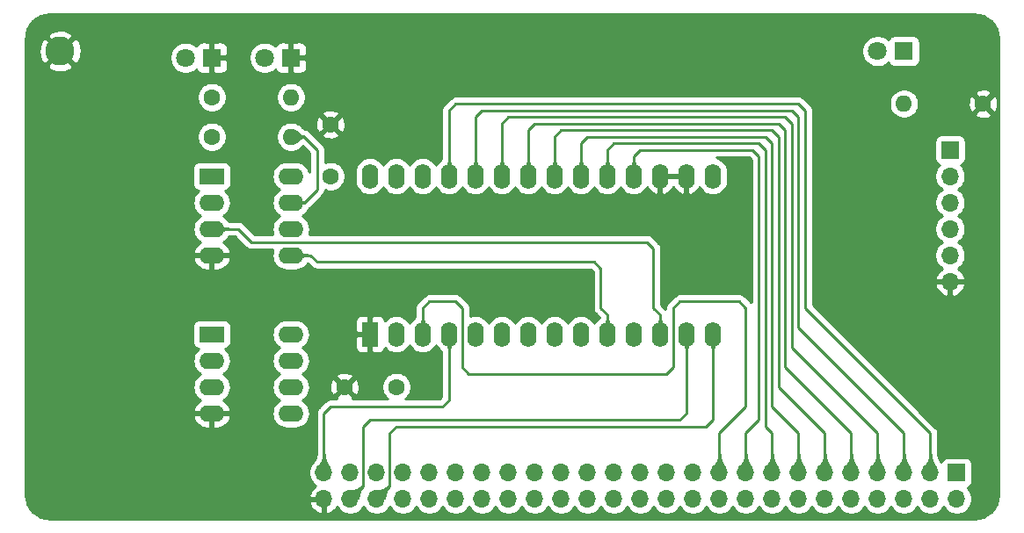
<source format=gbr>
%TF.GenerationSoftware,KiCad,Pcbnew,5.1.9*%
%TF.CreationDate,2021-02-01T10:21:22+01:00*%
%TF.ProjectId,UART_6551_DIP_v1.0,55415254-5f36-4353-9531-5f4449505f76,1.0*%
%TF.SameCoordinates,Original*%
%TF.FileFunction,Copper,L2,Bot*%
%TF.FilePolarity,Positive*%
%FSLAX46Y46*%
G04 Gerber Fmt 4.6, Leading zero omitted, Abs format (unit mm)*
G04 Created by KiCad (PCBNEW 5.1.9) date 2021-02-01 10:21:22*
%MOMM*%
%LPD*%
G01*
G04 APERTURE LIST*
%TA.AperFunction,ComponentPad*%
%ADD10C,1.600000*%
%TD*%
%TA.AperFunction,ComponentPad*%
%ADD11O,1.600000X2.400000*%
%TD*%
%TA.AperFunction,ComponentPad*%
%ADD12R,1.600000X2.400000*%
%TD*%
%TA.AperFunction,ComponentPad*%
%ADD13O,2.400000X1.600000*%
%TD*%
%TA.AperFunction,ComponentPad*%
%ADD14R,2.400000X1.600000*%
%TD*%
%TA.AperFunction,ComponentPad*%
%ADD15O,1.600000X1.600000*%
%TD*%
%TA.AperFunction,ComponentPad*%
%ADD16C,1.800000*%
%TD*%
%TA.AperFunction,ComponentPad*%
%ADD17R,1.800000X1.800000*%
%TD*%
%TA.AperFunction,ComponentPad*%
%ADD18O,1.700000X1.700000*%
%TD*%
%TA.AperFunction,ComponentPad*%
%ADD19R,1.700000X1.700000*%
%TD*%
%TA.AperFunction,ComponentPad*%
%ADD20C,2.800000*%
%TD*%
%TA.AperFunction,Conductor*%
%ADD21C,0.228600*%
%TD*%
%TA.AperFunction,Conductor*%
%ADD22C,0.254000*%
%TD*%
%TA.AperFunction,Conductor*%
%ADD23C,0.100000*%
%TD*%
%TA.AperFunction,Conductor*%
%ADD24C,0.025400*%
%TD*%
G04 APERTURE END LIST*
D10*
%TO.P,C2,2*%
%TO.N,GND*%
X97790000Y-88980000D03*
%TO.P,C2,1*%
%TO.N,VCC*%
X97790000Y-93980000D03*
%TD*%
D11*
%TO.P,U1,28*%
%TO.N,/R~W*%
X101600000Y-93980000D03*
%TO.P,U1,14*%
%TO.N,/A1*%
X134620000Y-109220000D03*
%TO.P,U1,27*%
%TO.N,/PHI2*%
X104140000Y-93980000D03*
%TO.P,U1,13*%
%TO.N,/A0*%
X132080000Y-109220000D03*
%TO.P,U1,26*%
%TO.N,N/C*%
X106680000Y-93980000D03*
%TO.P,U1,12*%
%TO.N,/RxD*%
X129540000Y-109220000D03*
%TO.P,U1,25*%
%TO.N,/D7*%
X109220000Y-93980000D03*
%TO.P,U1,11*%
%TO.N,N/C*%
X127000000Y-109220000D03*
%TO.P,U1,24*%
%TO.N,/D6*%
X111760000Y-93980000D03*
%TO.P,U1,10*%
%TO.N,/TxD*%
X124460000Y-109220000D03*
%TO.P,U1,23*%
%TO.N,/D5*%
X114300000Y-93980000D03*
%TO.P,U1,9*%
%TO.N,/~CTS*%
X121920000Y-109220000D03*
%TO.P,U1,22*%
%TO.N,/D4*%
X116840000Y-93980000D03*
%TO.P,U1,8*%
%TO.N,/~RTS*%
X119380000Y-109220000D03*
%TO.P,U1,21*%
%TO.N,/D3*%
X119380000Y-93980000D03*
%TO.P,U1,7*%
%TO.N,N/C*%
X116840000Y-109220000D03*
%TO.P,U1,20*%
%TO.N,/D2*%
X121920000Y-93980000D03*
%TO.P,U1,6*%
%TO.N,/acia_clk*%
X114300000Y-109220000D03*
%TO.P,U1,19*%
%TO.N,/D1*%
X124460000Y-93980000D03*
%TO.P,U1,5*%
%TO.N,N/C*%
X111760000Y-109220000D03*
%TO.P,U1,18*%
%TO.N,/D0*%
X127000000Y-93980000D03*
%TO.P,U1,4*%
%TO.N,/~RESET*%
X109220000Y-109220000D03*
%TO.P,U1,17*%
%TO.N,GND*%
X129540000Y-93980000D03*
%TO.P,U1,3*%
%TO.N,/~IOSEL*%
X106680000Y-109220000D03*
%TO.P,U1,16*%
%TO.N,GND*%
X132080000Y-93980000D03*
%TO.P,U1,2*%
%TO.N,VCC*%
X104140000Y-109220000D03*
%TO.P,U1,15*%
X134620000Y-93980000D03*
D12*
%TO.P,U1,1*%
%TO.N,GND*%
X101600000Y-109220000D03*
%TD*%
D13*
%TO.P,X1,8*%
%TO.N,VCC*%
X93980000Y-109220000D03*
%TO.P,X1,4*%
%TO.N,GND*%
X86360000Y-116840000D03*
%TO.P,X1,7*%
%TO.N,N/C*%
X93980000Y-111760000D03*
%TO.P,X1,3*%
X86360000Y-114300000D03*
%TO.P,X1,6*%
X93980000Y-114300000D03*
%TO.P,X1,2*%
X86360000Y-111760000D03*
%TO.P,X1,5*%
%TO.N,/acia_clk*%
X93980000Y-116840000D03*
D14*
%TO.P,X1,1*%
%TO.N,N/C*%
X86360000Y-109220000D03*
%TD*%
D13*
%TO.P,U2,8*%
%TO.N,VCC*%
X93980000Y-93980000D03*
%TO.P,U2,4*%
%TO.N,GND*%
X86360000Y-101600000D03*
%TO.P,U2,7*%
%TO.N,Net-(R3-Pad2)*%
X93980000Y-96520000D03*
%TO.P,U2,3*%
%TO.N,/RxD*%
X86360000Y-99060000D03*
%TO.P,U2,6*%
%TO.N,Net-(R3-Pad2)*%
X93980000Y-99060000D03*
%TO.P,U2,2*%
%TO.N,Net-(R2-Pad2)*%
X86360000Y-96520000D03*
%TO.P,U2,5*%
%TO.N,/TxD*%
X93980000Y-101600000D03*
D14*
%TO.P,U2,1*%
%TO.N,Net-(R2-Pad2)*%
X86360000Y-93980000D03*
%TD*%
D15*
%TO.P,R3,2*%
%TO.N,Net-(R3-Pad2)*%
X93980000Y-90170000D03*
D10*
%TO.P,R3,1*%
%TO.N,Net-(D3-Pad2)*%
X86360000Y-90170000D03*
%TD*%
D15*
%TO.P,R2,2*%
%TO.N,Net-(R2-Pad2)*%
X93980000Y-86360000D03*
D10*
%TO.P,R2,1*%
%TO.N,Net-(D2-Pad2)*%
X86360000Y-86360000D03*
%TD*%
D16*
%TO.P,D3,2*%
%TO.N,Net-(D3-Pad2)*%
X91440000Y-82550000D03*
D17*
%TO.P,D3,1*%
%TO.N,GND*%
X93980000Y-82550000D03*
%TD*%
D16*
%TO.P,D2,2*%
%TO.N,Net-(D2-Pad2)*%
X83820000Y-82550000D03*
D17*
%TO.P,D2,1*%
%TO.N,GND*%
X86360000Y-82550000D03*
%TD*%
D18*
%TO.P,J2,6*%
%TO.N,GND*%
X157480000Y-104140000D03*
%TO.P,J2,5*%
%TO.N,/~RTS*%
X157480000Y-101600000D03*
%TO.P,J2,4*%
%TO.N,N/C*%
X157480000Y-99060000D03*
%TO.P,J2,3*%
%TO.N,/RxD*%
X157480000Y-96520000D03*
%TO.P,J2,2*%
%TO.N,/TxD*%
X157480000Y-93980000D03*
D19*
%TO.P,J2,1*%
%TO.N,/~CTS*%
X157480000Y-91440000D03*
%TD*%
D10*
%TO.P,C1,2*%
%TO.N,GND*%
X99140000Y-114300000D03*
%TO.P,C1,1*%
%TO.N,VCC*%
X104140000Y-114300000D03*
%TD*%
D20*
%TO.P,TP1,1*%
%TO.N,GND*%
X71755000Y-81915000D03*
%TD*%
D15*
%TO.P,R1,2*%
%TO.N,Net-(D1-Pad1)*%
X153035000Y-86995000D03*
D10*
%TO.P,R1,1*%
%TO.N,GND*%
X160655000Y-86995000D03*
%TD*%
D18*
%TO.P,J1,50*%
%TO.N,GND*%
X97155000Y-125095000D03*
%TO.P,J1,49*%
%TO.N,/~RESET*%
X97155000Y-122555000D03*
%TO.P,J1,48*%
%TO.N,/A0*%
X99695000Y-125095000D03*
%TO.P,J1,47*%
%TO.N,N/C*%
X99695000Y-122555000D03*
%TO.P,J1,46*%
%TO.N,/A1*%
X102235000Y-125095000D03*
%TO.P,J1,45*%
%TO.N,N/C*%
X102235000Y-122555000D03*
%TO.P,J1,44*%
X104775000Y-125095000D03*
%TO.P,J1,43*%
X104775000Y-122555000D03*
%TO.P,J1,42*%
X107315000Y-125095000D03*
%TO.P,J1,41*%
X107315000Y-122555000D03*
%TO.P,J1,40*%
X109855000Y-125095000D03*
%TO.P,J1,39*%
X109855000Y-122555000D03*
%TO.P,J1,38*%
X112395000Y-125095000D03*
%TO.P,J1,37*%
X112395000Y-122555000D03*
%TO.P,J1,36*%
X114935000Y-125095000D03*
%TO.P,J1,35*%
X114935000Y-122555000D03*
%TO.P,J1,34*%
X117475000Y-125095000D03*
%TO.P,J1,33*%
%TO.N,/R~W*%
X117475000Y-122555000D03*
%TO.P,J1,32*%
%TO.N,N/C*%
X120015000Y-125095000D03*
%TO.P,J1,31*%
%TO.N,/PHI2*%
X120015000Y-122555000D03*
%TO.P,J1,30*%
%TO.N,N/C*%
X122555000Y-125095000D03*
%TO.P,J1,29*%
X122555000Y-122555000D03*
%TO.P,J1,28*%
X125095000Y-125095000D03*
%TO.P,J1,27*%
X125095000Y-122555000D03*
%TO.P,J1,26*%
X127635000Y-125095000D03*
%TO.P,J1,25*%
X127635000Y-122555000D03*
%TO.P,J1,24*%
X130175000Y-125095000D03*
%TO.P,J1,23*%
X130175000Y-122555000D03*
%TO.P,J1,22*%
X132715000Y-125095000D03*
%TO.P,J1,21*%
X132715000Y-122555000D03*
%TO.P,J1,20*%
X135255000Y-125095000D03*
%TO.P,J1,19*%
%TO.N,/~IOSEL*%
X135255000Y-122555000D03*
%TO.P,J1,18*%
%TO.N,N/C*%
X137795000Y-125095000D03*
%TO.P,J1,17*%
%TO.N,/D0*%
X137795000Y-122555000D03*
%TO.P,J1,16*%
%TO.N,N/C*%
X140335000Y-125095000D03*
%TO.P,J1,15*%
%TO.N,/D1*%
X140335000Y-122555000D03*
%TO.P,J1,14*%
%TO.N,N/C*%
X142875000Y-125095000D03*
%TO.P,J1,13*%
%TO.N,/D2*%
X142875000Y-122555000D03*
%TO.P,J1,12*%
%TO.N,N/C*%
X145415000Y-125095000D03*
%TO.P,J1,11*%
%TO.N,/D3*%
X145415000Y-122555000D03*
%TO.P,J1,10*%
%TO.N,N/C*%
X147955000Y-125095000D03*
%TO.P,J1,9*%
%TO.N,/D4*%
X147955000Y-122555000D03*
%TO.P,J1,8*%
%TO.N,N/C*%
X150495000Y-125095000D03*
%TO.P,J1,7*%
%TO.N,/D5*%
X150495000Y-122555000D03*
%TO.P,J1,6*%
%TO.N,N/C*%
X153035000Y-125095000D03*
%TO.P,J1,5*%
%TO.N,/D6*%
X153035000Y-122555000D03*
%TO.P,J1,4*%
%TO.N,N/C*%
X155575000Y-125095000D03*
%TO.P,J1,3*%
%TO.N,/D7*%
X155575000Y-122555000D03*
%TO.P,J1,2*%
%TO.N,N/C*%
X158115000Y-125095000D03*
D19*
%TO.P,J1,1*%
%TO.N,VCC*%
X158115000Y-122555000D03*
%TD*%
D16*
%TO.P,D1,2*%
%TO.N,VCC*%
X150495000Y-81915000D03*
D17*
%TO.P,D1,1*%
%TO.N,Net-(D1-Pad1)*%
X153035000Y-81915000D03*
%TD*%
D21*
%TO.N,/A0*%
X100965000Y-123825000D02*
X99695000Y-125095000D01*
X100965000Y-118110000D02*
X100965000Y-123825000D01*
X101600000Y-117475000D02*
X100965000Y-118110000D01*
X131445000Y-117475000D02*
X101600000Y-117475000D01*
X132080000Y-116840000D02*
X131445000Y-117475000D01*
X132080000Y-109220000D02*
X132080000Y-116840000D01*
%TO.N,/A1*%
X134620000Y-117475000D02*
X134620000Y-113030000D01*
X133985000Y-118110000D02*
X134620000Y-117475000D01*
X104140000Y-118110000D02*
X133985000Y-118110000D01*
X103505000Y-118745000D02*
X104140000Y-118110000D01*
X134620000Y-113030000D02*
X134620000Y-109220000D01*
X103505000Y-123825000D02*
X103505000Y-118745000D01*
X102235000Y-125095000D02*
X103505000Y-123825000D01*
%TO.N,/D0*%
X127000000Y-92075000D02*
X127000000Y-93980000D01*
X127635000Y-91440000D02*
X127000000Y-92075000D01*
X138430000Y-91440000D02*
X127635000Y-91440000D01*
X139065000Y-92075000D02*
X138430000Y-91440000D01*
X139065000Y-117475000D02*
X139065000Y-92075000D01*
X137795000Y-118745000D02*
X139065000Y-117475000D01*
X137795000Y-122555000D02*
X137795000Y-118745000D01*
%TO.N,/D1*%
X140335000Y-118745000D02*
X140335000Y-122555000D01*
X139700000Y-118110000D02*
X140335000Y-118745000D01*
X139700000Y-91440000D02*
X139700000Y-118110000D01*
X139065000Y-90805000D02*
X139700000Y-91440000D01*
X125095000Y-90805000D02*
X139065000Y-90805000D01*
X124460000Y-91440000D02*
X125095000Y-90805000D01*
X124460000Y-93980000D02*
X124460000Y-91440000D01*
%TO.N,/D2*%
X121920000Y-90805000D02*
X121920000Y-93980000D01*
X139700000Y-90170000D02*
X122555000Y-90170000D01*
X140335000Y-116205000D02*
X140335000Y-90805000D01*
X140335000Y-90805000D02*
X139700000Y-90170000D01*
X142875000Y-118745000D02*
X140335000Y-116205000D01*
X122555000Y-90170000D02*
X121920000Y-90805000D01*
X142875000Y-122555000D02*
X142875000Y-118745000D01*
%TO.N,/D3*%
X140335000Y-89535000D02*
X140970000Y-90170000D01*
X140970000Y-90170000D02*
X140970000Y-114300000D01*
X120015000Y-89535000D02*
X140335000Y-89535000D01*
X140970000Y-114300000D02*
X145415000Y-118745000D01*
X119380000Y-90170000D02*
X120015000Y-89535000D01*
X145415000Y-118745000D02*
X145415000Y-122555000D01*
X119380000Y-93980000D02*
X119380000Y-90170000D01*
%TO.N,/D4*%
X116840000Y-89535000D02*
X116840000Y-93980000D01*
X117475000Y-88900000D02*
X116840000Y-89535000D01*
X141605000Y-89535000D02*
X140970000Y-88900000D01*
X140970000Y-88900000D02*
X117475000Y-88900000D01*
X147955000Y-118745000D02*
X141605000Y-112395000D01*
X141605000Y-112395000D02*
X141605000Y-89535000D01*
X147955000Y-122555000D02*
X147955000Y-118745000D01*
%TO.N,/D5*%
X150495000Y-118745000D02*
X150495000Y-122555000D01*
X142240000Y-110490000D02*
X150495000Y-118745000D01*
X142240000Y-88900000D02*
X142240000Y-110490000D01*
X141605000Y-88265000D02*
X142240000Y-88900000D01*
X114935000Y-88265000D02*
X141605000Y-88265000D01*
X114300000Y-88900000D02*
X114935000Y-88265000D01*
X114300000Y-93980000D02*
X114300000Y-88900000D01*
%TO.N,/D6*%
X112395000Y-87630000D02*
X111760000Y-88265000D01*
X142240000Y-87630000D02*
X112395000Y-87630000D01*
X111760000Y-88265000D02*
X111760000Y-93980000D01*
X142875000Y-88265000D02*
X142240000Y-87630000D01*
X142875000Y-108585000D02*
X142875000Y-88265000D01*
X153035000Y-118745000D02*
X142875000Y-108585000D01*
X153035000Y-122555000D02*
X153035000Y-118745000D01*
%TO.N,/D7*%
X155575000Y-118745000D02*
X155575000Y-122555000D01*
X143510000Y-106680000D02*
X155575000Y-118745000D01*
X143510000Y-87630000D02*
X143510000Y-106680000D01*
X142875000Y-86995000D02*
X143510000Y-87630000D01*
X109855000Y-86995000D02*
X142875000Y-86995000D01*
X109220000Y-87630000D02*
X109855000Y-86995000D01*
X109220000Y-93980000D02*
X109220000Y-87630000D01*
%TO.N,/~RESET*%
X109220000Y-109220000D02*
X109220000Y-115570000D01*
X109220000Y-115570000D02*
X108585000Y-116205000D01*
X108585000Y-116205000D02*
X97790000Y-116205000D01*
X97155000Y-116840000D02*
X97155000Y-122555000D01*
X97790000Y-116205000D02*
X97155000Y-116840000D01*
%TO.N,/~IOSEL*%
X107315000Y-106045000D02*
X106680000Y-106680000D01*
X135255000Y-118745000D02*
X137795000Y-116205000D01*
X137795000Y-116205000D02*
X137795000Y-106680000D01*
X137795000Y-106680000D02*
X137160000Y-106045000D01*
X135255000Y-122555000D02*
X135255000Y-118745000D01*
X110490000Y-112395000D02*
X110490000Y-106680000D01*
X137160000Y-106045000D02*
X131445000Y-106045000D01*
X106680000Y-106680000D02*
X106680000Y-109220000D01*
X131445000Y-106045000D02*
X130810000Y-106680000D01*
X130810000Y-106680000D02*
X130810000Y-112395000D01*
X130810000Y-112395000D02*
X130175000Y-113030000D01*
X110490000Y-106680000D02*
X109855000Y-106045000D01*
X130175000Y-113030000D02*
X111125000Y-113030000D01*
X111125000Y-113030000D02*
X110490000Y-112395000D01*
X109855000Y-106045000D02*
X107315000Y-106045000D01*
%TO.N,/RxD*%
X128905000Y-106680000D02*
X129540000Y-107315000D01*
X129540000Y-107315000D02*
X129540000Y-109220000D01*
X128905000Y-100965000D02*
X128905000Y-106680000D01*
X128270000Y-100330000D02*
X128905000Y-100965000D01*
X90170000Y-100330000D02*
X128270000Y-100330000D01*
X88900000Y-99060000D02*
X90170000Y-100330000D01*
X86360000Y-99060000D02*
X88900000Y-99060000D01*
%TO.N,/TxD*%
X93980000Y-101600000D02*
X95885000Y-101600000D01*
X95885000Y-101600000D02*
X96520000Y-102235000D01*
X96520000Y-102235000D02*
X123190000Y-102235000D01*
X123190000Y-102235000D02*
X123825000Y-102870000D01*
X123825000Y-102870000D02*
X123825000Y-106680000D01*
X124460000Y-107315000D02*
X124460000Y-109220000D01*
X123825000Y-106680000D02*
X124460000Y-107315000D01*
%TO.N,Net-(R3-Pad2)*%
X95250000Y-96520000D02*
X93980000Y-96520000D01*
X96520000Y-95250000D02*
X95250000Y-96520000D01*
X96520000Y-91440000D02*
X96520000Y-95250000D01*
X95250000Y-90170000D02*
X96520000Y-91440000D01*
X93980000Y-90170000D02*
X95250000Y-90170000D01*
%TD*%
D22*
%TO.N,GND*%
X160228893Y-78402670D02*
X160665498Y-78534489D01*
X161068185Y-78748600D01*
X161421612Y-79036848D01*
X161712327Y-79388261D01*
X161929242Y-79789439D01*
X162064106Y-80225113D01*
X162115000Y-80709344D01*
X162115001Y-124662711D01*
X162067330Y-125148894D01*
X161935512Y-125585497D01*
X161721399Y-125988186D01*
X161433150Y-126341613D01*
X161081739Y-126632327D01*
X160680564Y-126849240D01*
X160244886Y-126984106D01*
X159760664Y-127035000D01*
X70807279Y-127035000D01*
X70321106Y-126987330D01*
X69884503Y-126855512D01*
X69481814Y-126641399D01*
X69128387Y-126353150D01*
X68837673Y-126001739D01*
X68620760Y-125600564D01*
X68574738Y-125451891D01*
X95713519Y-125451891D01*
X95810843Y-125726252D01*
X95959822Y-125976355D01*
X96154731Y-126192588D01*
X96388080Y-126366641D01*
X96650901Y-126491825D01*
X96798110Y-126536476D01*
X97028000Y-126415155D01*
X97028000Y-125222000D01*
X95834186Y-125222000D01*
X95713519Y-125451891D01*
X68574738Y-125451891D01*
X68485894Y-125164886D01*
X68435000Y-124680664D01*
X68435000Y-117189039D01*
X84568096Y-117189039D01*
X84585633Y-117271818D01*
X84696285Y-117531646D01*
X84855500Y-117764895D01*
X85057161Y-117962601D01*
X85293517Y-118117166D01*
X85555486Y-118222650D01*
X85833000Y-118275000D01*
X86233000Y-118275000D01*
X86233000Y-116967000D01*
X86487000Y-116967000D01*
X86487000Y-118275000D01*
X86887000Y-118275000D01*
X87164514Y-118222650D01*
X87426483Y-118117166D01*
X87662839Y-117962601D01*
X87864500Y-117764895D01*
X88023715Y-117531646D01*
X88134367Y-117271818D01*
X88151904Y-117189039D01*
X88029915Y-116967000D01*
X86487000Y-116967000D01*
X86233000Y-116967000D01*
X84690085Y-116967000D01*
X84568096Y-117189039D01*
X68435000Y-117189039D01*
X68435000Y-111760000D01*
X84518057Y-111760000D01*
X84545764Y-112041309D01*
X84627818Y-112311808D01*
X84761068Y-112561101D01*
X84940392Y-112779608D01*
X85158899Y-112958932D01*
X85291858Y-113030000D01*
X85158899Y-113101068D01*
X84940392Y-113280392D01*
X84761068Y-113498899D01*
X84627818Y-113748192D01*
X84545764Y-114018691D01*
X84518057Y-114300000D01*
X84545764Y-114581309D01*
X84627818Y-114851808D01*
X84761068Y-115101101D01*
X84940392Y-115319608D01*
X85158899Y-115498932D01*
X85286741Y-115567265D01*
X85057161Y-115717399D01*
X84855500Y-115915105D01*
X84696285Y-116148354D01*
X84585633Y-116408182D01*
X84568096Y-116490961D01*
X84690085Y-116713000D01*
X86233000Y-116713000D01*
X86233000Y-116693000D01*
X86487000Y-116693000D01*
X86487000Y-116713000D01*
X88029915Y-116713000D01*
X88151904Y-116490961D01*
X88134367Y-116408182D01*
X88023715Y-116148354D01*
X87864500Y-115915105D01*
X87662839Y-115717399D01*
X87433259Y-115567265D01*
X87561101Y-115498932D01*
X87779608Y-115319608D01*
X87958932Y-115101101D01*
X88092182Y-114851808D01*
X88174236Y-114581309D01*
X88201943Y-114300000D01*
X88174236Y-114018691D01*
X88092182Y-113748192D01*
X87958932Y-113498899D01*
X87779608Y-113280392D01*
X87561101Y-113101068D01*
X87428142Y-113030000D01*
X87561101Y-112958932D01*
X87779608Y-112779608D01*
X87958932Y-112561101D01*
X88092182Y-112311808D01*
X88174236Y-112041309D01*
X88201943Y-111760000D01*
X88174236Y-111478691D01*
X88092182Y-111208192D01*
X87958932Y-110958899D01*
X87779608Y-110740392D01*
X87666518Y-110647581D01*
X87684482Y-110645812D01*
X87804180Y-110609502D01*
X87914494Y-110550537D01*
X88011185Y-110471185D01*
X88090537Y-110374494D01*
X88149502Y-110264180D01*
X88185812Y-110144482D01*
X88198072Y-110020000D01*
X88198072Y-109220000D01*
X92138057Y-109220000D01*
X92165764Y-109501309D01*
X92247818Y-109771808D01*
X92381068Y-110021101D01*
X92560392Y-110239608D01*
X92778899Y-110418932D01*
X92911858Y-110490000D01*
X92778899Y-110561068D01*
X92560392Y-110740392D01*
X92381068Y-110958899D01*
X92247818Y-111208192D01*
X92165764Y-111478691D01*
X92138057Y-111760000D01*
X92165764Y-112041309D01*
X92247818Y-112311808D01*
X92381068Y-112561101D01*
X92560392Y-112779608D01*
X92778899Y-112958932D01*
X92911858Y-113030000D01*
X92778899Y-113101068D01*
X92560392Y-113280392D01*
X92381068Y-113498899D01*
X92247818Y-113748192D01*
X92165764Y-114018691D01*
X92138057Y-114300000D01*
X92165764Y-114581309D01*
X92247818Y-114851808D01*
X92381068Y-115101101D01*
X92560392Y-115319608D01*
X92778899Y-115498932D01*
X92911858Y-115570000D01*
X92778899Y-115641068D01*
X92560392Y-115820392D01*
X92381068Y-116038899D01*
X92247818Y-116288192D01*
X92165764Y-116558691D01*
X92138057Y-116840000D01*
X92165764Y-117121309D01*
X92247818Y-117391808D01*
X92381068Y-117641101D01*
X92560392Y-117859608D01*
X92778899Y-118038932D01*
X93028192Y-118172182D01*
X93298691Y-118254236D01*
X93509508Y-118275000D01*
X94450492Y-118275000D01*
X94661309Y-118254236D01*
X94931808Y-118172182D01*
X95181101Y-118038932D01*
X95399608Y-117859608D01*
X95578932Y-117641101D01*
X95712182Y-117391808D01*
X95794236Y-117121309D01*
X95821943Y-116840000D01*
X95794236Y-116558691D01*
X95712182Y-116288192D01*
X95578932Y-116038899D01*
X95399608Y-115820392D01*
X95181101Y-115641068D01*
X95048142Y-115570000D01*
X95181101Y-115498932D01*
X95399608Y-115319608D01*
X95578932Y-115101101D01*
X95712182Y-114851808D01*
X95794236Y-114581309D01*
X95814998Y-114370512D01*
X97699783Y-114370512D01*
X97741213Y-114650130D01*
X97836397Y-114916292D01*
X97903329Y-115041514D01*
X98147298Y-115113097D01*
X98960395Y-114300000D01*
X99319605Y-114300000D01*
X100132702Y-115113097D01*
X100376671Y-115041514D01*
X100497571Y-114786004D01*
X100566300Y-114511816D01*
X100580217Y-114229488D01*
X100538787Y-113949870D01*
X100443603Y-113683708D01*
X100376671Y-113558486D01*
X100132702Y-113486903D01*
X99319605Y-114300000D01*
X98960395Y-114300000D01*
X98147298Y-113486903D01*
X97903329Y-113558486D01*
X97782429Y-113813996D01*
X97713700Y-114088184D01*
X97699783Y-114370512D01*
X95814998Y-114370512D01*
X95821943Y-114300000D01*
X95794236Y-114018691D01*
X95712182Y-113748192D01*
X95578932Y-113498899D01*
X95421690Y-113307298D01*
X98326903Y-113307298D01*
X99140000Y-114120395D01*
X99953097Y-113307298D01*
X99881514Y-113063329D01*
X99626004Y-112942429D01*
X99351816Y-112873700D01*
X99069488Y-112859783D01*
X98789870Y-112901213D01*
X98523708Y-112996397D01*
X98398486Y-113063329D01*
X98326903Y-113307298D01*
X95421690Y-113307298D01*
X95399608Y-113280392D01*
X95181101Y-113101068D01*
X95048142Y-113030000D01*
X95181101Y-112958932D01*
X95399608Y-112779608D01*
X95578932Y-112561101D01*
X95712182Y-112311808D01*
X95794236Y-112041309D01*
X95821943Y-111760000D01*
X95794236Y-111478691D01*
X95712182Y-111208192D01*
X95578932Y-110958899D01*
X95399608Y-110740392D01*
X95181101Y-110561068D01*
X95048142Y-110490000D01*
X95179102Y-110420000D01*
X100161928Y-110420000D01*
X100174188Y-110544482D01*
X100210498Y-110664180D01*
X100269463Y-110774494D01*
X100348815Y-110871185D01*
X100445506Y-110950537D01*
X100555820Y-111009502D01*
X100675518Y-111045812D01*
X100800000Y-111058072D01*
X101314250Y-111055000D01*
X101473000Y-110896250D01*
X101473000Y-109347000D01*
X100323750Y-109347000D01*
X100165000Y-109505750D01*
X100161928Y-110420000D01*
X95179102Y-110420000D01*
X95181101Y-110418932D01*
X95399608Y-110239608D01*
X95578932Y-110021101D01*
X95712182Y-109771808D01*
X95794236Y-109501309D01*
X95821943Y-109220000D01*
X95794236Y-108938691D01*
X95712182Y-108668192D01*
X95578932Y-108418899D01*
X95399608Y-108200392D01*
X95181101Y-108021068D01*
X95179103Y-108020000D01*
X100161928Y-108020000D01*
X100165000Y-108934250D01*
X100323750Y-109093000D01*
X101473000Y-109093000D01*
X101473000Y-107543750D01*
X101314250Y-107385000D01*
X100800000Y-107381928D01*
X100675518Y-107394188D01*
X100555820Y-107430498D01*
X100445506Y-107489463D01*
X100348815Y-107568815D01*
X100269463Y-107665506D01*
X100210498Y-107775820D01*
X100174188Y-107895518D01*
X100161928Y-108020000D01*
X95179103Y-108020000D01*
X94931808Y-107887818D01*
X94661309Y-107805764D01*
X94450492Y-107785000D01*
X93509508Y-107785000D01*
X93298691Y-107805764D01*
X93028192Y-107887818D01*
X92778899Y-108021068D01*
X92560392Y-108200392D01*
X92381068Y-108418899D01*
X92247818Y-108668192D01*
X92165764Y-108938691D01*
X92138057Y-109220000D01*
X88198072Y-109220000D01*
X88198072Y-108420000D01*
X88185812Y-108295518D01*
X88149502Y-108175820D01*
X88090537Y-108065506D01*
X88011185Y-107968815D01*
X87914494Y-107889463D01*
X87804180Y-107830498D01*
X87684482Y-107794188D01*
X87560000Y-107781928D01*
X85160000Y-107781928D01*
X85035518Y-107794188D01*
X84915820Y-107830498D01*
X84805506Y-107889463D01*
X84708815Y-107968815D01*
X84629463Y-108065506D01*
X84570498Y-108175820D01*
X84534188Y-108295518D01*
X84521928Y-108420000D01*
X84521928Y-110020000D01*
X84534188Y-110144482D01*
X84570498Y-110264180D01*
X84629463Y-110374494D01*
X84708815Y-110471185D01*
X84805506Y-110550537D01*
X84915820Y-110609502D01*
X85035518Y-110645812D01*
X85053482Y-110647581D01*
X84940392Y-110740392D01*
X84761068Y-110958899D01*
X84627818Y-111208192D01*
X84545764Y-111478691D01*
X84518057Y-111760000D01*
X68435000Y-111760000D01*
X68435000Y-101949039D01*
X84568096Y-101949039D01*
X84585633Y-102031818D01*
X84696285Y-102291646D01*
X84855500Y-102524895D01*
X85057161Y-102722601D01*
X85293517Y-102877166D01*
X85555486Y-102982650D01*
X85833000Y-103035000D01*
X86233000Y-103035000D01*
X86233000Y-101727000D01*
X86487000Y-101727000D01*
X86487000Y-103035000D01*
X86887000Y-103035000D01*
X87164514Y-102982650D01*
X87426483Y-102877166D01*
X87662839Y-102722601D01*
X87864500Y-102524895D01*
X88023715Y-102291646D01*
X88134367Y-102031818D01*
X88151904Y-101949039D01*
X88029915Y-101727000D01*
X86487000Y-101727000D01*
X86233000Y-101727000D01*
X84690085Y-101727000D01*
X84568096Y-101949039D01*
X68435000Y-101949039D01*
X68435000Y-96520000D01*
X84518057Y-96520000D01*
X84545764Y-96801309D01*
X84627818Y-97071808D01*
X84761068Y-97321101D01*
X84940392Y-97539608D01*
X85158899Y-97718932D01*
X85291858Y-97790000D01*
X85158899Y-97861068D01*
X84940392Y-98040392D01*
X84761068Y-98258899D01*
X84627818Y-98508192D01*
X84545764Y-98778691D01*
X84518057Y-99060000D01*
X84545764Y-99341309D01*
X84627818Y-99611808D01*
X84761068Y-99861101D01*
X84940392Y-100079608D01*
X85158899Y-100258932D01*
X85286741Y-100327265D01*
X85057161Y-100477399D01*
X84855500Y-100675105D01*
X84696285Y-100908354D01*
X84585633Y-101168182D01*
X84568096Y-101250961D01*
X84690085Y-101473000D01*
X86233000Y-101473000D01*
X86233000Y-101453000D01*
X86487000Y-101453000D01*
X86487000Y-101473000D01*
X88029915Y-101473000D01*
X88151904Y-101250961D01*
X88134367Y-101168182D01*
X88023715Y-100908354D01*
X87864500Y-100675105D01*
X87662839Y-100477399D01*
X87433259Y-100327265D01*
X87561101Y-100258932D01*
X87779608Y-100079608D01*
X87958932Y-99861101D01*
X87985860Y-99810723D01*
X88026533Y-99809300D01*
X88589631Y-99809300D01*
X89614139Y-100833809D01*
X89637602Y-100862398D01*
X89666188Y-100885858D01*
X89666190Y-100885860D01*
X89751696Y-100956034D01*
X89778536Y-100970380D01*
X89881868Y-101025612D01*
X90023112Y-101068458D01*
X90133194Y-101079300D01*
X90133203Y-101079300D01*
X90169999Y-101082924D01*
X90206795Y-101079300D01*
X92238382Y-101079300D01*
X92165764Y-101318691D01*
X92138057Y-101600000D01*
X92165764Y-101881309D01*
X92247818Y-102151808D01*
X92381068Y-102401101D01*
X92560392Y-102619608D01*
X92778899Y-102798932D01*
X93028192Y-102932182D01*
X93298691Y-103014236D01*
X93509508Y-103035000D01*
X94450492Y-103035000D01*
X94661309Y-103014236D01*
X94931808Y-102932182D01*
X95181101Y-102798932D01*
X95399608Y-102619608D01*
X95578932Y-102401101D01*
X95595477Y-102370147D01*
X95964145Y-102738816D01*
X95987602Y-102767398D01*
X96016183Y-102790854D01*
X96016190Y-102790861D01*
X96067775Y-102833195D01*
X96101697Y-102861034D01*
X96231868Y-102930612D01*
X96373112Y-102973458D01*
X96483194Y-102984300D01*
X96483202Y-102984300D01*
X96520000Y-102987924D01*
X96556798Y-102984300D01*
X122879630Y-102984300D01*
X123075700Y-103180370D01*
X123075701Y-106643194D01*
X123072076Y-106680000D01*
X123086543Y-106826887D01*
X123129388Y-106968131D01*
X123198966Y-107098303D01*
X123269140Y-107183809D01*
X123292603Y-107212398D01*
X123321189Y-107235858D01*
X123689853Y-107604523D01*
X123658899Y-107621068D01*
X123440392Y-107800393D01*
X123261068Y-108018900D01*
X123190000Y-108151858D01*
X123118932Y-108018899D01*
X122939607Y-107800392D01*
X122721100Y-107621068D01*
X122471807Y-107487818D01*
X122201308Y-107405764D01*
X121920000Y-107378057D01*
X121638691Y-107405764D01*
X121368192Y-107487818D01*
X121118899Y-107621068D01*
X120900392Y-107800393D01*
X120721068Y-108018900D01*
X120650000Y-108151858D01*
X120578932Y-108018899D01*
X120399607Y-107800392D01*
X120181100Y-107621068D01*
X119931807Y-107487818D01*
X119661308Y-107405764D01*
X119380000Y-107378057D01*
X119098691Y-107405764D01*
X118828192Y-107487818D01*
X118578899Y-107621068D01*
X118360392Y-107800393D01*
X118181068Y-108018900D01*
X118110000Y-108151858D01*
X118038932Y-108018899D01*
X117859607Y-107800392D01*
X117641100Y-107621068D01*
X117391807Y-107487818D01*
X117121308Y-107405764D01*
X116840000Y-107378057D01*
X116558691Y-107405764D01*
X116288192Y-107487818D01*
X116038899Y-107621068D01*
X115820392Y-107800393D01*
X115641068Y-108018900D01*
X115570000Y-108151858D01*
X115498932Y-108018899D01*
X115319607Y-107800392D01*
X115101100Y-107621068D01*
X114851807Y-107487818D01*
X114581308Y-107405764D01*
X114300000Y-107378057D01*
X114018691Y-107405764D01*
X113748192Y-107487818D01*
X113498899Y-107621068D01*
X113280392Y-107800393D01*
X113101068Y-108018900D01*
X113030000Y-108151858D01*
X112958932Y-108018899D01*
X112779607Y-107800392D01*
X112561100Y-107621068D01*
X112311807Y-107487818D01*
X112041308Y-107405764D01*
X111760000Y-107378057D01*
X111478691Y-107405764D01*
X111239300Y-107478382D01*
X111239300Y-106716798D01*
X111242924Y-106680000D01*
X111239300Y-106643202D01*
X111239300Y-106643194D01*
X111228458Y-106533112D01*
X111185612Y-106391868D01*
X111116034Y-106261697D01*
X111045861Y-106176190D01*
X111045854Y-106176183D01*
X111022398Y-106147602D01*
X110993816Y-106124145D01*
X110410862Y-105541193D01*
X110387398Y-105512602D01*
X110273303Y-105418966D01*
X110143132Y-105349388D01*
X110001888Y-105306542D01*
X109891806Y-105295700D01*
X109891795Y-105295700D01*
X109855000Y-105292076D01*
X109818205Y-105295700D01*
X107351798Y-105295700D01*
X107315000Y-105292076D01*
X107278202Y-105295700D01*
X107278194Y-105295700D01*
X107168112Y-105306542D01*
X107026868Y-105349388D01*
X106896697Y-105418966D01*
X106811190Y-105489139D01*
X106811183Y-105489146D01*
X106782602Y-105512602D01*
X106759145Y-105541184D01*
X106176193Y-106124138D01*
X106147602Y-106147602D01*
X106103412Y-106201447D01*
X106053966Y-106261697D01*
X105984389Y-106391868D01*
X105984388Y-106391869D01*
X105941542Y-106533113D01*
X105930700Y-106643195D01*
X105930700Y-106643205D01*
X105927076Y-106680000D01*
X105930700Y-106716796D01*
X105930700Y-107553476D01*
X105929277Y-107594140D01*
X105878899Y-107621068D01*
X105660392Y-107800393D01*
X105481068Y-108018900D01*
X105410000Y-108151858D01*
X105338932Y-108018899D01*
X105159607Y-107800392D01*
X104941100Y-107621068D01*
X104691807Y-107487818D01*
X104421308Y-107405764D01*
X104140000Y-107378057D01*
X103858691Y-107405764D01*
X103588192Y-107487818D01*
X103338899Y-107621068D01*
X103120392Y-107800393D01*
X103027581Y-107913483D01*
X103025812Y-107895518D01*
X102989502Y-107775820D01*
X102930537Y-107665506D01*
X102851185Y-107568815D01*
X102754494Y-107489463D01*
X102644180Y-107430498D01*
X102524482Y-107394188D01*
X102400000Y-107381928D01*
X101885750Y-107385000D01*
X101727000Y-107543750D01*
X101727000Y-109093000D01*
X101747000Y-109093000D01*
X101747000Y-109347000D01*
X101727000Y-109347000D01*
X101727000Y-110896250D01*
X101885750Y-111055000D01*
X102400000Y-111058072D01*
X102524482Y-111045812D01*
X102644180Y-111009502D01*
X102754494Y-110950537D01*
X102851185Y-110871185D01*
X102930537Y-110774494D01*
X102989502Y-110664180D01*
X103025812Y-110544482D01*
X103027581Y-110526517D01*
X103120393Y-110639608D01*
X103338900Y-110818932D01*
X103588193Y-110952182D01*
X103858692Y-111034236D01*
X104140000Y-111061943D01*
X104421309Y-111034236D01*
X104691808Y-110952182D01*
X104941101Y-110818932D01*
X105159608Y-110639608D01*
X105338932Y-110421101D01*
X105410000Y-110288142D01*
X105481068Y-110421101D01*
X105660393Y-110639608D01*
X105878900Y-110818932D01*
X106128193Y-110952182D01*
X106398692Y-111034236D01*
X106680000Y-111061943D01*
X106961309Y-111034236D01*
X107231808Y-110952182D01*
X107481101Y-110818932D01*
X107699608Y-110639608D01*
X107878932Y-110421101D01*
X107950000Y-110288142D01*
X108021068Y-110421101D01*
X108200393Y-110639608D01*
X108418900Y-110818932D01*
X108469277Y-110845859D01*
X108470700Y-110886521D01*
X108470701Y-115259629D01*
X108274630Y-115455700D01*
X104993304Y-115455700D01*
X105054759Y-115414637D01*
X105254637Y-115214759D01*
X105411680Y-114979727D01*
X105519853Y-114718574D01*
X105575000Y-114441335D01*
X105575000Y-114158665D01*
X105519853Y-113881426D01*
X105411680Y-113620273D01*
X105254637Y-113385241D01*
X105054759Y-113185363D01*
X104819727Y-113028320D01*
X104558574Y-112920147D01*
X104281335Y-112865000D01*
X103998665Y-112865000D01*
X103721426Y-112920147D01*
X103460273Y-113028320D01*
X103225241Y-113185363D01*
X103025363Y-113385241D01*
X102868320Y-113620273D01*
X102760147Y-113881426D01*
X102705000Y-114158665D01*
X102705000Y-114441335D01*
X102760147Y-114718574D01*
X102868320Y-114979727D01*
X103025363Y-115214759D01*
X103225241Y-115414637D01*
X103286696Y-115455700D01*
X99905272Y-115455700D01*
X99953097Y-115292702D01*
X99140000Y-114479605D01*
X98326903Y-115292702D01*
X98374728Y-115455700D01*
X97826798Y-115455700D01*
X97790000Y-115452076D01*
X97753202Y-115455700D01*
X97753194Y-115455700D01*
X97643112Y-115466542D01*
X97501868Y-115509388D01*
X97371697Y-115578966D01*
X97286190Y-115649139D01*
X97286183Y-115649146D01*
X97257602Y-115672602D01*
X97234145Y-115701184D01*
X96651193Y-116284138D01*
X96622602Y-116307602D01*
X96586257Y-116351889D01*
X96528966Y-116421697D01*
X96490783Y-116493133D01*
X96459388Y-116551869D01*
X96416542Y-116693113D01*
X96405700Y-116803195D01*
X96405700Y-116803205D01*
X96402076Y-116840000D01*
X96405700Y-116876795D01*
X96405701Y-120767752D01*
X96402096Y-120870735D01*
X96392828Y-120956071D01*
X96378001Y-121035183D01*
X96357939Y-121108941D01*
X96332736Y-121178368D01*
X96302212Y-121244550D01*
X96265916Y-121308501D01*
X96223169Y-121371091D01*
X96173150Y-121432935D01*
X96105884Y-121504009D01*
X96001525Y-121608368D01*
X95839010Y-121851589D01*
X95727068Y-122121842D01*
X95670000Y-122408740D01*
X95670000Y-122701260D01*
X95727068Y-122988158D01*
X95839010Y-123258411D01*
X96001525Y-123501632D01*
X96208368Y-123708475D01*
X96384406Y-123826100D01*
X96154731Y-123997412D01*
X95959822Y-124213645D01*
X95810843Y-124463748D01*
X95713519Y-124738109D01*
X95834186Y-124968000D01*
X97028000Y-124968000D01*
X97028000Y-124948000D01*
X97282000Y-124948000D01*
X97282000Y-124968000D01*
X97302000Y-124968000D01*
X97302000Y-125222000D01*
X97282000Y-125222000D01*
X97282000Y-126415155D01*
X97511890Y-126536476D01*
X97659099Y-126491825D01*
X97921920Y-126366641D01*
X98155269Y-126192588D01*
X98350178Y-125976355D01*
X98419805Y-125859466D01*
X98541525Y-126041632D01*
X98748368Y-126248475D01*
X98991589Y-126410990D01*
X99261842Y-126522932D01*
X99548740Y-126580000D01*
X99841260Y-126580000D01*
X100128158Y-126522932D01*
X100398411Y-126410990D01*
X100641632Y-126248475D01*
X100848475Y-126041632D01*
X100965000Y-125867240D01*
X101081525Y-126041632D01*
X101288368Y-126248475D01*
X101531589Y-126410990D01*
X101801842Y-126522932D01*
X102088740Y-126580000D01*
X102381260Y-126580000D01*
X102668158Y-126522932D01*
X102938411Y-126410990D01*
X103181632Y-126248475D01*
X103388475Y-126041632D01*
X103505000Y-125867240D01*
X103621525Y-126041632D01*
X103828368Y-126248475D01*
X104071589Y-126410990D01*
X104341842Y-126522932D01*
X104628740Y-126580000D01*
X104921260Y-126580000D01*
X105208158Y-126522932D01*
X105478411Y-126410990D01*
X105721632Y-126248475D01*
X105928475Y-126041632D01*
X106045000Y-125867240D01*
X106161525Y-126041632D01*
X106368368Y-126248475D01*
X106611589Y-126410990D01*
X106881842Y-126522932D01*
X107168740Y-126580000D01*
X107461260Y-126580000D01*
X107748158Y-126522932D01*
X108018411Y-126410990D01*
X108261632Y-126248475D01*
X108468475Y-126041632D01*
X108585000Y-125867240D01*
X108701525Y-126041632D01*
X108908368Y-126248475D01*
X109151589Y-126410990D01*
X109421842Y-126522932D01*
X109708740Y-126580000D01*
X110001260Y-126580000D01*
X110288158Y-126522932D01*
X110558411Y-126410990D01*
X110801632Y-126248475D01*
X111008475Y-126041632D01*
X111125000Y-125867240D01*
X111241525Y-126041632D01*
X111448368Y-126248475D01*
X111691589Y-126410990D01*
X111961842Y-126522932D01*
X112248740Y-126580000D01*
X112541260Y-126580000D01*
X112828158Y-126522932D01*
X113098411Y-126410990D01*
X113341632Y-126248475D01*
X113548475Y-126041632D01*
X113665000Y-125867240D01*
X113781525Y-126041632D01*
X113988368Y-126248475D01*
X114231589Y-126410990D01*
X114501842Y-126522932D01*
X114788740Y-126580000D01*
X115081260Y-126580000D01*
X115368158Y-126522932D01*
X115638411Y-126410990D01*
X115881632Y-126248475D01*
X116088475Y-126041632D01*
X116205000Y-125867240D01*
X116321525Y-126041632D01*
X116528368Y-126248475D01*
X116771589Y-126410990D01*
X117041842Y-126522932D01*
X117328740Y-126580000D01*
X117621260Y-126580000D01*
X117908158Y-126522932D01*
X118178411Y-126410990D01*
X118421632Y-126248475D01*
X118628475Y-126041632D01*
X118745000Y-125867240D01*
X118861525Y-126041632D01*
X119068368Y-126248475D01*
X119311589Y-126410990D01*
X119581842Y-126522932D01*
X119868740Y-126580000D01*
X120161260Y-126580000D01*
X120448158Y-126522932D01*
X120718411Y-126410990D01*
X120961632Y-126248475D01*
X121168475Y-126041632D01*
X121285000Y-125867240D01*
X121401525Y-126041632D01*
X121608368Y-126248475D01*
X121851589Y-126410990D01*
X122121842Y-126522932D01*
X122408740Y-126580000D01*
X122701260Y-126580000D01*
X122988158Y-126522932D01*
X123258411Y-126410990D01*
X123501632Y-126248475D01*
X123708475Y-126041632D01*
X123825000Y-125867240D01*
X123941525Y-126041632D01*
X124148368Y-126248475D01*
X124391589Y-126410990D01*
X124661842Y-126522932D01*
X124948740Y-126580000D01*
X125241260Y-126580000D01*
X125528158Y-126522932D01*
X125798411Y-126410990D01*
X126041632Y-126248475D01*
X126248475Y-126041632D01*
X126365000Y-125867240D01*
X126481525Y-126041632D01*
X126688368Y-126248475D01*
X126931589Y-126410990D01*
X127201842Y-126522932D01*
X127488740Y-126580000D01*
X127781260Y-126580000D01*
X128068158Y-126522932D01*
X128338411Y-126410990D01*
X128581632Y-126248475D01*
X128788475Y-126041632D01*
X128905000Y-125867240D01*
X129021525Y-126041632D01*
X129228368Y-126248475D01*
X129471589Y-126410990D01*
X129741842Y-126522932D01*
X130028740Y-126580000D01*
X130321260Y-126580000D01*
X130608158Y-126522932D01*
X130878411Y-126410990D01*
X131121632Y-126248475D01*
X131328475Y-126041632D01*
X131445000Y-125867240D01*
X131561525Y-126041632D01*
X131768368Y-126248475D01*
X132011589Y-126410990D01*
X132281842Y-126522932D01*
X132568740Y-126580000D01*
X132861260Y-126580000D01*
X133148158Y-126522932D01*
X133418411Y-126410990D01*
X133661632Y-126248475D01*
X133868475Y-126041632D01*
X133985000Y-125867240D01*
X134101525Y-126041632D01*
X134308368Y-126248475D01*
X134551589Y-126410990D01*
X134821842Y-126522932D01*
X135108740Y-126580000D01*
X135401260Y-126580000D01*
X135688158Y-126522932D01*
X135958411Y-126410990D01*
X136201632Y-126248475D01*
X136408475Y-126041632D01*
X136525000Y-125867240D01*
X136641525Y-126041632D01*
X136848368Y-126248475D01*
X137091589Y-126410990D01*
X137361842Y-126522932D01*
X137648740Y-126580000D01*
X137941260Y-126580000D01*
X138228158Y-126522932D01*
X138498411Y-126410990D01*
X138741632Y-126248475D01*
X138948475Y-126041632D01*
X139065000Y-125867240D01*
X139181525Y-126041632D01*
X139388368Y-126248475D01*
X139631589Y-126410990D01*
X139901842Y-126522932D01*
X140188740Y-126580000D01*
X140481260Y-126580000D01*
X140768158Y-126522932D01*
X141038411Y-126410990D01*
X141281632Y-126248475D01*
X141488475Y-126041632D01*
X141605000Y-125867240D01*
X141721525Y-126041632D01*
X141928368Y-126248475D01*
X142171589Y-126410990D01*
X142441842Y-126522932D01*
X142728740Y-126580000D01*
X143021260Y-126580000D01*
X143308158Y-126522932D01*
X143578411Y-126410990D01*
X143821632Y-126248475D01*
X144028475Y-126041632D01*
X144145000Y-125867240D01*
X144261525Y-126041632D01*
X144468368Y-126248475D01*
X144711589Y-126410990D01*
X144981842Y-126522932D01*
X145268740Y-126580000D01*
X145561260Y-126580000D01*
X145848158Y-126522932D01*
X146118411Y-126410990D01*
X146361632Y-126248475D01*
X146568475Y-126041632D01*
X146685000Y-125867240D01*
X146801525Y-126041632D01*
X147008368Y-126248475D01*
X147251589Y-126410990D01*
X147521842Y-126522932D01*
X147808740Y-126580000D01*
X148101260Y-126580000D01*
X148388158Y-126522932D01*
X148658411Y-126410990D01*
X148901632Y-126248475D01*
X149108475Y-126041632D01*
X149225000Y-125867240D01*
X149341525Y-126041632D01*
X149548368Y-126248475D01*
X149791589Y-126410990D01*
X150061842Y-126522932D01*
X150348740Y-126580000D01*
X150641260Y-126580000D01*
X150928158Y-126522932D01*
X151198411Y-126410990D01*
X151441632Y-126248475D01*
X151648475Y-126041632D01*
X151765000Y-125867240D01*
X151881525Y-126041632D01*
X152088368Y-126248475D01*
X152331589Y-126410990D01*
X152601842Y-126522932D01*
X152888740Y-126580000D01*
X153181260Y-126580000D01*
X153468158Y-126522932D01*
X153738411Y-126410990D01*
X153981632Y-126248475D01*
X154188475Y-126041632D01*
X154305000Y-125867240D01*
X154421525Y-126041632D01*
X154628368Y-126248475D01*
X154871589Y-126410990D01*
X155141842Y-126522932D01*
X155428740Y-126580000D01*
X155721260Y-126580000D01*
X156008158Y-126522932D01*
X156278411Y-126410990D01*
X156521632Y-126248475D01*
X156728475Y-126041632D01*
X156845000Y-125867240D01*
X156961525Y-126041632D01*
X157168368Y-126248475D01*
X157411589Y-126410990D01*
X157681842Y-126522932D01*
X157968740Y-126580000D01*
X158261260Y-126580000D01*
X158548158Y-126522932D01*
X158818411Y-126410990D01*
X159061632Y-126248475D01*
X159268475Y-126041632D01*
X159430990Y-125798411D01*
X159542932Y-125528158D01*
X159600000Y-125241260D01*
X159600000Y-124948740D01*
X159542932Y-124661842D01*
X159430990Y-124391589D01*
X159268475Y-124148368D01*
X159136620Y-124016513D01*
X159209180Y-123994502D01*
X159319494Y-123935537D01*
X159416185Y-123856185D01*
X159495537Y-123759494D01*
X159554502Y-123649180D01*
X159590812Y-123529482D01*
X159603072Y-123405000D01*
X159603072Y-121705000D01*
X159590812Y-121580518D01*
X159554502Y-121460820D01*
X159495537Y-121350506D01*
X159416185Y-121253815D01*
X159319494Y-121174463D01*
X159209180Y-121115498D01*
X159089482Y-121079188D01*
X158965000Y-121066928D01*
X157265000Y-121066928D01*
X157140518Y-121079188D01*
X157020820Y-121115498D01*
X156910506Y-121174463D01*
X156813815Y-121253815D01*
X156734463Y-121350506D01*
X156675498Y-121460820D01*
X156653487Y-121533380D01*
X156624116Y-121504009D01*
X156556850Y-121432935D01*
X156506831Y-121371091D01*
X156464084Y-121308501D01*
X156427788Y-121244550D01*
X156397264Y-121178368D01*
X156372061Y-121108941D01*
X156351999Y-121035183D01*
X156337172Y-120956071D01*
X156327904Y-120870735D01*
X156324300Y-120767771D01*
X156324300Y-118781798D01*
X156327924Y-118745000D01*
X156324300Y-118708202D01*
X156324300Y-118708194D01*
X156313458Y-118598112D01*
X156270612Y-118456868D01*
X156201034Y-118326697D01*
X156201033Y-118326696D01*
X156130861Y-118241190D01*
X156130854Y-118241183D01*
X156107398Y-118212602D01*
X156078818Y-118189147D01*
X144259300Y-106369631D01*
X144259300Y-104496890D01*
X156038524Y-104496890D01*
X156083175Y-104644099D01*
X156208359Y-104906920D01*
X156382412Y-105140269D01*
X156598645Y-105335178D01*
X156848748Y-105484157D01*
X157123109Y-105581481D01*
X157353000Y-105460814D01*
X157353000Y-104267000D01*
X157607000Y-104267000D01*
X157607000Y-105460814D01*
X157836891Y-105581481D01*
X158111252Y-105484157D01*
X158361355Y-105335178D01*
X158577588Y-105140269D01*
X158751641Y-104906920D01*
X158876825Y-104644099D01*
X158921476Y-104496890D01*
X158800155Y-104267000D01*
X157607000Y-104267000D01*
X157353000Y-104267000D01*
X156159845Y-104267000D01*
X156038524Y-104496890D01*
X144259300Y-104496890D01*
X144259300Y-90590000D01*
X155991928Y-90590000D01*
X155991928Y-92290000D01*
X156004188Y-92414482D01*
X156040498Y-92534180D01*
X156099463Y-92644494D01*
X156178815Y-92741185D01*
X156275506Y-92820537D01*
X156385820Y-92879502D01*
X156458380Y-92901513D01*
X156326525Y-93033368D01*
X156164010Y-93276589D01*
X156052068Y-93546842D01*
X155995000Y-93833740D01*
X155995000Y-94126260D01*
X156052068Y-94413158D01*
X156164010Y-94683411D01*
X156326525Y-94926632D01*
X156533368Y-95133475D01*
X156707760Y-95250000D01*
X156533368Y-95366525D01*
X156326525Y-95573368D01*
X156164010Y-95816589D01*
X156052068Y-96086842D01*
X155995000Y-96373740D01*
X155995000Y-96666260D01*
X156052068Y-96953158D01*
X156164010Y-97223411D01*
X156326525Y-97466632D01*
X156533368Y-97673475D01*
X156707760Y-97790000D01*
X156533368Y-97906525D01*
X156326525Y-98113368D01*
X156164010Y-98356589D01*
X156052068Y-98626842D01*
X155995000Y-98913740D01*
X155995000Y-99206260D01*
X156052068Y-99493158D01*
X156164010Y-99763411D01*
X156326525Y-100006632D01*
X156533368Y-100213475D01*
X156707760Y-100330000D01*
X156533368Y-100446525D01*
X156326525Y-100653368D01*
X156164010Y-100896589D01*
X156052068Y-101166842D01*
X155995000Y-101453740D01*
X155995000Y-101746260D01*
X156052068Y-102033158D01*
X156164010Y-102303411D01*
X156326525Y-102546632D01*
X156533368Y-102753475D01*
X156715534Y-102875195D01*
X156598645Y-102944822D01*
X156382412Y-103139731D01*
X156208359Y-103373080D01*
X156083175Y-103635901D01*
X156038524Y-103783110D01*
X156159845Y-104013000D01*
X157353000Y-104013000D01*
X157353000Y-103993000D01*
X157607000Y-103993000D01*
X157607000Y-104013000D01*
X158800155Y-104013000D01*
X158921476Y-103783110D01*
X158876825Y-103635901D01*
X158751641Y-103373080D01*
X158577588Y-103139731D01*
X158361355Y-102944822D01*
X158244466Y-102875195D01*
X158426632Y-102753475D01*
X158633475Y-102546632D01*
X158795990Y-102303411D01*
X158907932Y-102033158D01*
X158965000Y-101746260D01*
X158965000Y-101453740D01*
X158907932Y-101166842D01*
X158795990Y-100896589D01*
X158633475Y-100653368D01*
X158426632Y-100446525D01*
X158252240Y-100330000D01*
X158426632Y-100213475D01*
X158633475Y-100006632D01*
X158795990Y-99763411D01*
X158907932Y-99493158D01*
X158965000Y-99206260D01*
X158965000Y-98913740D01*
X158907932Y-98626842D01*
X158795990Y-98356589D01*
X158633475Y-98113368D01*
X158426632Y-97906525D01*
X158252240Y-97790000D01*
X158426632Y-97673475D01*
X158633475Y-97466632D01*
X158795990Y-97223411D01*
X158907932Y-96953158D01*
X158965000Y-96666260D01*
X158965000Y-96373740D01*
X158907932Y-96086842D01*
X158795990Y-95816589D01*
X158633475Y-95573368D01*
X158426632Y-95366525D01*
X158252240Y-95250000D01*
X158426632Y-95133475D01*
X158633475Y-94926632D01*
X158795990Y-94683411D01*
X158907932Y-94413158D01*
X158965000Y-94126260D01*
X158965000Y-93833740D01*
X158907932Y-93546842D01*
X158795990Y-93276589D01*
X158633475Y-93033368D01*
X158501620Y-92901513D01*
X158574180Y-92879502D01*
X158684494Y-92820537D01*
X158781185Y-92741185D01*
X158860537Y-92644494D01*
X158919502Y-92534180D01*
X158955812Y-92414482D01*
X158968072Y-92290000D01*
X158968072Y-90590000D01*
X158955812Y-90465518D01*
X158919502Y-90345820D01*
X158860537Y-90235506D01*
X158781185Y-90138815D01*
X158684494Y-90059463D01*
X158574180Y-90000498D01*
X158454482Y-89964188D01*
X158330000Y-89951928D01*
X156630000Y-89951928D01*
X156505518Y-89964188D01*
X156385820Y-90000498D01*
X156275506Y-90059463D01*
X156178815Y-90138815D01*
X156099463Y-90235506D01*
X156040498Y-90345820D01*
X156004188Y-90465518D01*
X155991928Y-90590000D01*
X144259300Y-90590000D01*
X144259300Y-87666798D01*
X144262924Y-87630000D01*
X144259300Y-87593202D01*
X144259300Y-87593194D01*
X144248458Y-87483112D01*
X144205612Y-87341868D01*
X144136034Y-87211697D01*
X144132028Y-87206816D01*
X144065861Y-87126190D01*
X144065854Y-87126183D01*
X144042398Y-87097602D01*
X144013817Y-87074147D01*
X143793335Y-86853665D01*
X151600000Y-86853665D01*
X151600000Y-87136335D01*
X151655147Y-87413574D01*
X151763320Y-87674727D01*
X151920363Y-87909759D01*
X152120241Y-88109637D01*
X152355273Y-88266680D01*
X152616426Y-88374853D01*
X152893665Y-88430000D01*
X153176335Y-88430000D01*
X153453574Y-88374853D01*
X153714727Y-88266680D01*
X153949759Y-88109637D01*
X154071694Y-87987702D01*
X159841903Y-87987702D01*
X159913486Y-88231671D01*
X160168996Y-88352571D01*
X160443184Y-88421300D01*
X160725512Y-88435217D01*
X161005130Y-88393787D01*
X161271292Y-88298603D01*
X161396514Y-88231671D01*
X161468097Y-87987702D01*
X160655000Y-87174605D01*
X159841903Y-87987702D01*
X154071694Y-87987702D01*
X154149637Y-87909759D01*
X154306680Y-87674727D01*
X154414853Y-87413574D01*
X154470000Y-87136335D01*
X154470000Y-87065512D01*
X159214783Y-87065512D01*
X159256213Y-87345130D01*
X159351397Y-87611292D01*
X159418329Y-87736514D01*
X159662298Y-87808097D01*
X160475395Y-86995000D01*
X160834605Y-86995000D01*
X161647702Y-87808097D01*
X161891671Y-87736514D01*
X162012571Y-87481004D01*
X162081300Y-87206816D01*
X162095217Y-86924488D01*
X162053787Y-86644870D01*
X161958603Y-86378708D01*
X161891671Y-86253486D01*
X161647702Y-86181903D01*
X160834605Y-86995000D01*
X160475395Y-86995000D01*
X159662298Y-86181903D01*
X159418329Y-86253486D01*
X159297429Y-86508996D01*
X159228700Y-86783184D01*
X159214783Y-87065512D01*
X154470000Y-87065512D01*
X154470000Y-86853665D01*
X154414853Y-86576426D01*
X154306680Y-86315273D01*
X154149637Y-86080241D01*
X154071694Y-86002298D01*
X159841903Y-86002298D01*
X160655000Y-86815395D01*
X161468097Y-86002298D01*
X161396514Y-85758329D01*
X161141004Y-85637429D01*
X160866816Y-85568700D01*
X160584488Y-85554783D01*
X160304870Y-85596213D01*
X160038708Y-85691397D01*
X159913486Y-85758329D01*
X159841903Y-86002298D01*
X154071694Y-86002298D01*
X153949759Y-85880363D01*
X153714727Y-85723320D01*
X153453574Y-85615147D01*
X153176335Y-85560000D01*
X152893665Y-85560000D01*
X152616426Y-85615147D01*
X152355273Y-85723320D01*
X152120241Y-85880363D01*
X151920363Y-86080241D01*
X151763320Y-86315273D01*
X151655147Y-86576426D01*
X151600000Y-86853665D01*
X143793335Y-86853665D01*
X143430862Y-86491193D01*
X143407398Y-86462602D01*
X143293303Y-86368966D01*
X143163132Y-86299388D01*
X143021888Y-86256542D01*
X142911806Y-86245700D01*
X142911795Y-86245700D01*
X142875000Y-86242076D01*
X142838205Y-86245700D01*
X109891798Y-86245700D01*
X109855000Y-86242076D01*
X109818202Y-86245700D01*
X109818194Y-86245700D01*
X109708112Y-86256542D01*
X109566868Y-86299388D01*
X109436697Y-86368966D01*
X109351190Y-86439139D01*
X109351183Y-86439146D01*
X109322602Y-86462602D01*
X109299145Y-86491184D01*
X108716191Y-87074140D01*
X108687603Y-87097602D01*
X108664143Y-87126188D01*
X108664140Y-87126191D01*
X108593966Y-87211697D01*
X108524388Y-87341869D01*
X108523399Y-87345130D01*
X108481543Y-87483112D01*
X108474591Y-87553700D01*
X108467076Y-87630000D01*
X108470701Y-87666805D01*
X108470700Y-92313478D01*
X108469277Y-92354140D01*
X108418899Y-92381068D01*
X108200392Y-92560393D01*
X108021068Y-92778900D01*
X107950000Y-92911858D01*
X107878932Y-92778899D01*
X107699607Y-92560392D01*
X107481100Y-92381068D01*
X107231807Y-92247818D01*
X106961308Y-92165764D01*
X106680000Y-92138057D01*
X106398691Y-92165764D01*
X106128192Y-92247818D01*
X105878899Y-92381068D01*
X105660392Y-92560393D01*
X105481068Y-92778900D01*
X105410000Y-92911858D01*
X105338932Y-92778899D01*
X105159607Y-92560392D01*
X104941100Y-92381068D01*
X104691807Y-92247818D01*
X104421308Y-92165764D01*
X104140000Y-92138057D01*
X103858691Y-92165764D01*
X103588192Y-92247818D01*
X103338899Y-92381068D01*
X103120392Y-92560393D01*
X102941068Y-92778900D01*
X102870000Y-92911858D01*
X102798932Y-92778899D01*
X102619607Y-92560392D01*
X102401100Y-92381068D01*
X102151807Y-92247818D01*
X101881308Y-92165764D01*
X101600000Y-92138057D01*
X101318691Y-92165764D01*
X101048192Y-92247818D01*
X100798899Y-92381068D01*
X100580392Y-92560393D01*
X100401068Y-92778900D01*
X100267818Y-93028193D01*
X100185764Y-93298692D01*
X100165000Y-93509509D01*
X100165000Y-94450492D01*
X100185764Y-94661309D01*
X100267818Y-94931808D01*
X100401068Y-95181101D01*
X100580393Y-95399608D01*
X100798900Y-95578932D01*
X101048193Y-95712182D01*
X101318692Y-95794236D01*
X101600000Y-95821943D01*
X101881309Y-95794236D01*
X102151808Y-95712182D01*
X102401101Y-95578932D01*
X102619608Y-95399608D01*
X102798932Y-95181101D01*
X102870000Y-95048142D01*
X102941068Y-95181101D01*
X103120393Y-95399608D01*
X103338900Y-95578932D01*
X103588193Y-95712182D01*
X103858692Y-95794236D01*
X104140000Y-95821943D01*
X104421309Y-95794236D01*
X104691808Y-95712182D01*
X104941101Y-95578932D01*
X105159608Y-95399608D01*
X105338932Y-95181101D01*
X105410000Y-95048142D01*
X105481068Y-95181101D01*
X105660393Y-95399608D01*
X105878900Y-95578932D01*
X106128193Y-95712182D01*
X106398692Y-95794236D01*
X106680000Y-95821943D01*
X106961309Y-95794236D01*
X107231808Y-95712182D01*
X107481101Y-95578932D01*
X107699608Y-95399608D01*
X107878932Y-95181101D01*
X107950000Y-95048142D01*
X108021068Y-95181101D01*
X108200393Y-95399608D01*
X108418900Y-95578932D01*
X108668193Y-95712182D01*
X108938692Y-95794236D01*
X109220000Y-95821943D01*
X109501309Y-95794236D01*
X109771808Y-95712182D01*
X110021101Y-95578932D01*
X110239608Y-95399608D01*
X110418932Y-95181101D01*
X110490000Y-95048142D01*
X110561068Y-95181101D01*
X110740393Y-95399608D01*
X110958900Y-95578932D01*
X111208193Y-95712182D01*
X111478692Y-95794236D01*
X111760000Y-95821943D01*
X112041309Y-95794236D01*
X112311808Y-95712182D01*
X112561101Y-95578932D01*
X112779608Y-95399608D01*
X112958932Y-95181101D01*
X113030000Y-95048142D01*
X113101068Y-95181101D01*
X113280393Y-95399608D01*
X113498900Y-95578932D01*
X113748193Y-95712182D01*
X114018692Y-95794236D01*
X114300000Y-95821943D01*
X114581309Y-95794236D01*
X114851808Y-95712182D01*
X115101101Y-95578932D01*
X115319608Y-95399608D01*
X115498932Y-95181101D01*
X115570000Y-95048142D01*
X115641068Y-95181101D01*
X115820393Y-95399608D01*
X116038900Y-95578932D01*
X116288193Y-95712182D01*
X116558692Y-95794236D01*
X116840000Y-95821943D01*
X117121309Y-95794236D01*
X117391808Y-95712182D01*
X117641101Y-95578932D01*
X117859608Y-95399608D01*
X118038932Y-95181101D01*
X118110000Y-95048142D01*
X118181068Y-95181101D01*
X118360393Y-95399608D01*
X118578900Y-95578932D01*
X118828193Y-95712182D01*
X119098692Y-95794236D01*
X119380000Y-95821943D01*
X119661309Y-95794236D01*
X119931808Y-95712182D01*
X120181101Y-95578932D01*
X120399608Y-95399608D01*
X120578932Y-95181101D01*
X120650000Y-95048142D01*
X120721068Y-95181101D01*
X120900393Y-95399608D01*
X121118900Y-95578932D01*
X121368193Y-95712182D01*
X121638692Y-95794236D01*
X121920000Y-95821943D01*
X122201309Y-95794236D01*
X122471808Y-95712182D01*
X122721101Y-95578932D01*
X122939608Y-95399608D01*
X123118932Y-95181101D01*
X123190000Y-95048142D01*
X123261068Y-95181101D01*
X123440393Y-95399608D01*
X123658900Y-95578932D01*
X123908193Y-95712182D01*
X124178692Y-95794236D01*
X124460000Y-95821943D01*
X124741309Y-95794236D01*
X125011808Y-95712182D01*
X125261101Y-95578932D01*
X125479608Y-95399608D01*
X125658932Y-95181101D01*
X125730000Y-95048142D01*
X125801068Y-95181101D01*
X125980393Y-95399608D01*
X126198900Y-95578932D01*
X126448193Y-95712182D01*
X126718692Y-95794236D01*
X127000000Y-95821943D01*
X127281309Y-95794236D01*
X127551808Y-95712182D01*
X127801101Y-95578932D01*
X128019608Y-95399608D01*
X128198932Y-95181101D01*
X128267265Y-95053259D01*
X128417399Y-95282839D01*
X128615105Y-95484500D01*
X128848354Y-95643715D01*
X129108182Y-95754367D01*
X129190961Y-95771904D01*
X129413000Y-95649915D01*
X129413000Y-94107000D01*
X129667000Y-94107000D01*
X129667000Y-95649915D01*
X129889039Y-95771904D01*
X129971818Y-95754367D01*
X130231646Y-95643715D01*
X130464895Y-95484500D01*
X130662601Y-95282839D01*
X130810000Y-95057441D01*
X130957399Y-95282839D01*
X131155105Y-95484500D01*
X131388354Y-95643715D01*
X131648182Y-95754367D01*
X131730961Y-95771904D01*
X131953000Y-95649915D01*
X131953000Y-94107000D01*
X129667000Y-94107000D01*
X129413000Y-94107000D01*
X129393000Y-94107000D01*
X129393000Y-93853000D01*
X129413000Y-93853000D01*
X129413000Y-93833000D01*
X129667000Y-93833000D01*
X129667000Y-93853000D01*
X131953000Y-93853000D01*
X131953000Y-93833000D01*
X132207000Y-93833000D01*
X132207000Y-93853000D01*
X132227000Y-93853000D01*
X132227000Y-94107000D01*
X132207000Y-94107000D01*
X132207000Y-95649915D01*
X132429039Y-95771904D01*
X132511818Y-95754367D01*
X132771646Y-95643715D01*
X133004895Y-95484500D01*
X133202601Y-95282839D01*
X133352735Y-95053259D01*
X133421068Y-95181101D01*
X133600393Y-95399608D01*
X133818900Y-95578932D01*
X134068193Y-95712182D01*
X134338692Y-95794236D01*
X134620000Y-95821943D01*
X134901309Y-95794236D01*
X135171808Y-95712182D01*
X135421101Y-95578932D01*
X135639608Y-95399608D01*
X135818932Y-95181101D01*
X135952182Y-94931808D01*
X136034236Y-94661309D01*
X136055000Y-94450491D01*
X136055000Y-93509508D01*
X136034236Y-93298691D01*
X135952182Y-93028192D01*
X135818932Y-92778899D01*
X135639607Y-92560392D01*
X135421100Y-92381068D01*
X135171807Y-92247818D01*
X134978897Y-92189300D01*
X138119630Y-92189300D01*
X138315701Y-92385371D01*
X138315700Y-106138002D01*
X138298816Y-106124145D01*
X137715862Y-105541193D01*
X137692398Y-105512602D01*
X137578303Y-105418966D01*
X137448132Y-105349388D01*
X137306888Y-105306542D01*
X137196806Y-105295700D01*
X137196795Y-105295700D01*
X137160000Y-105292076D01*
X137123205Y-105295700D01*
X131481798Y-105295700D01*
X131445000Y-105292076D01*
X131408202Y-105295700D01*
X131408194Y-105295700D01*
X131298112Y-105306542D01*
X131156868Y-105349388D01*
X131026697Y-105418966D01*
X130941190Y-105489139D01*
X130941183Y-105489146D01*
X130912602Y-105512602D01*
X130889145Y-105541184D01*
X130306193Y-106124138D01*
X130277602Y-106147602D01*
X130233412Y-106201447D01*
X130183966Y-106261697D01*
X130114389Y-106391868D01*
X130114388Y-106391869D01*
X130071542Y-106533113D01*
X130060700Y-106643195D01*
X130060700Y-106643205D01*
X130057076Y-106680000D01*
X130060700Y-106716795D01*
X130060700Y-106773002D01*
X130043817Y-106759147D01*
X129654300Y-106369630D01*
X129654300Y-101001798D01*
X129657924Y-100965000D01*
X129654300Y-100928202D01*
X129654300Y-100928194D01*
X129643458Y-100818112D01*
X129600612Y-100676868D01*
X129531034Y-100546697D01*
X129529641Y-100545000D01*
X129460861Y-100461190D01*
X129460854Y-100461183D01*
X129437398Y-100432602D01*
X129408817Y-100409147D01*
X128825862Y-99826193D01*
X128802398Y-99797602D01*
X128688303Y-99703966D01*
X128558132Y-99634388D01*
X128416888Y-99591542D01*
X128306806Y-99580700D01*
X128306795Y-99580700D01*
X128270000Y-99577076D01*
X128233205Y-99580700D01*
X95721618Y-99580700D01*
X95794236Y-99341309D01*
X95821943Y-99060000D01*
X95794236Y-98778691D01*
X95712182Y-98508192D01*
X95578932Y-98258899D01*
X95399608Y-98040392D01*
X95181101Y-97861068D01*
X95048142Y-97790000D01*
X95181101Y-97718932D01*
X95399608Y-97539608D01*
X95578932Y-97321101D01*
X95675793Y-97139887D01*
X95782398Y-97052398D01*
X95805863Y-97023806D01*
X97023811Y-95805859D01*
X97052398Y-95782398D01*
X97104511Y-95718899D01*
X97146034Y-95668304D01*
X97215611Y-95538133D01*
X97215612Y-95538132D01*
X97258458Y-95396888D01*
X97266391Y-95316346D01*
X97371426Y-95359853D01*
X97648665Y-95415000D01*
X97931335Y-95415000D01*
X98208574Y-95359853D01*
X98469727Y-95251680D01*
X98704759Y-95094637D01*
X98904637Y-94894759D01*
X99061680Y-94659727D01*
X99169853Y-94398574D01*
X99225000Y-94121335D01*
X99225000Y-93838665D01*
X99169853Y-93561426D01*
X99061680Y-93300273D01*
X98904637Y-93065241D01*
X98704759Y-92865363D01*
X98469727Y-92708320D01*
X98208574Y-92600147D01*
X97931335Y-92545000D01*
X97648665Y-92545000D01*
X97371426Y-92600147D01*
X97269300Y-92642449D01*
X97269300Y-91476795D01*
X97272924Y-91439999D01*
X97269300Y-91403203D01*
X97269300Y-91403194D01*
X97258458Y-91293112D01*
X97215612Y-91151868D01*
X97146035Y-91021698D01*
X97146034Y-91021696D01*
X97075860Y-90936190D01*
X97075858Y-90936188D01*
X97052398Y-90907602D01*
X97023812Y-90884142D01*
X96112372Y-89972702D01*
X96976903Y-89972702D01*
X97048486Y-90216671D01*
X97303996Y-90337571D01*
X97578184Y-90406300D01*
X97860512Y-90420217D01*
X98140130Y-90378787D01*
X98406292Y-90283603D01*
X98531514Y-90216671D01*
X98603097Y-89972702D01*
X97790000Y-89159605D01*
X96976903Y-89972702D01*
X96112372Y-89972702D01*
X95805863Y-89666194D01*
X95782398Y-89637602D01*
X95668303Y-89543966D01*
X95538132Y-89474388D01*
X95396888Y-89431542D01*
X95310715Y-89423055D01*
X95285274Y-89408073D01*
X95246363Y-89381437D01*
X95197500Y-89343748D01*
X95140203Y-89295027D01*
X95075626Y-89235446D01*
X95004215Y-89164819D01*
X94894759Y-89055363D01*
X94887499Y-89050512D01*
X96349783Y-89050512D01*
X96391213Y-89330130D01*
X96486397Y-89596292D01*
X96553329Y-89721514D01*
X96797298Y-89793097D01*
X97610395Y-88980000D01*
X97969605Y-88980000D01*
X98782702Y-89793097D01*
X99026671Y-89721514D01*
X99147571Y-89466004D01*
X99216300Y-89191816D01*
X99230217Y-88909488D01*
X99188787Y-88629870D01*
X99093603Y-88363708D01*
X99026671Y-88238486D01*
X98782702Y-88166903D01*
X97969605Y-88980000D01*
X97610395Y-88980000D01*
X96797298Y-88166903D01*
X96553329Y-88238486D01*
X96432429Y-88493996D01*
X96363700Y-88768184D01*
X96349783Y-89050512D01*
X94887499Y-89050512D01*
X94659727Y-88898320D01*
X94398574Y-88790147D01*
X94121335Y-88735000D01*
X93838665Y-88735000D01*
X93561426Y-88790147D01*
X93300273Y-88898320D01*
X93065241Y-89055363D01*
X92865363Y-89255241D01*
X92708320Y-89490273D01*
X92600147Y-89751426D01*
X92545000Y-90028665D01*
X92545000Y-90311335D01*
X92600147Y-90588574D01*
X92708320Y-90849727D01*
X92865363Y-91084759D01*
X93065241Y-91284637D01*
X93300273Y-91441680D01*
X93561426Y-91549853D01*
X93838665Y-91605000D01*
X94121335Y-91605000D01*
X94398574Y-91549853D01*
X94659727Y-91441680D01*
X94894759Y-91284637D01*
X95004218Y-91175178D01*
X95075627Y-91104553D01*
X95101246Y-91080915D01*
X95770700Y-91750370D01*
X95770701Y-93621104D01*
X95712182Y-93428192D01*
X95578932Y-93178899D01*
X95399608Y-92960392D01*
X95181101Y-92781068D01*
X94931808Y-92647818D01*
X94661309Y-92565764D01*
X94450492Y-92545000D01*
X93509508Y-92545000D01*
X93298691Y-92565764D01*
X93028192Y-92647818D01*
X92778899Y-92781068D01*
X92560392Y-92960392D01*
X92381068Y-93178899D01*
X92247818Y-93428192D01*
X92165764Y-93698691D01*
X92138057Y-93980000D01*
X92165764Y-94261309D01*
X92247818Y-94531808D01*
X92381068Y-94781101D01*
X92560392Y-94999608D01*
X92778899Y-95178932D01*
X92911858Y-95250000D01*
X92778899Y-95321068D01*
X92560392Y-95500392D01*
X92381068Y-95718899D01*
X92247818Y-95968192D01*
X92165764Y-96238691D01*
X92138057Y-96520000D01*
X92165764Y-96801309D01*
X92247818Y-97071808D01*
X92381068Y-97321101D01*
X92560392Y-97539608D01*
X92778899Y-97718932D01*
X92911858Y-97790000D01*
X92778899Y-97861068D01*
X92560392Y-98040392D01*
X92381068Y-98258899D01*
X92247818Y-98508192D01*
X92165764Y-98778691D01*
X92138057Y-99060000D01*
X92165764Y-99341309D01*
X92238382Y-99580700D01*
X90480370Y-99580700D01*
X89455863Y-98556194D01*
X89432398Y-98527602D01*
X89318303Y-98433966D01*
X89188132Y-98364388D01*
X89046888Y-98321542D01*
X88936806Y-98310700D01*
X88936795Y-98310700D01*
X88900000Y-98307076D01*
X88863205Y-98310700D01*
X88026513Y-98310700D01*
X87985860Y-98309277D01*
X87958932Y-98258899D01*
X87779608Y-98040392D01*
X87561101Y-97861068D01*
X87428142Y-97790000D01*
X87561101Y-97718932D01*
X87779608Y-97539608D01*
X87958932Y-97321101D01*
X88092182Y-97071808D01*
X88174236Y-96801309D01*
X88201943Y-96520000D01*
X88174236Y-96238691D01*
X88092182Y-95968192D01*
X87958932Y-95718899D01*
X87779608Y-95500392D01*
X87666518Y-95407581D01*
X87684482Y-95405812D01*
X87804180Y-95369502D01*
X87914494Y-95310537D01*
X88011185Y-95231185D01*
X88090537Y-95134494D01*
X88149502Y-95024180D01*
X88185812Y-94904482D01*
X88198072Y-94780000D01*
X88198072Y-93180000D01*
X88185812Y-93055518D01*
X88149502Y-92935820D01*
X88090537Y-92825506D01*
X88011185Y-92728815D01*
X87914494Y-92649463D01*
X87804180Y-92590498D01*
X87684482Y-92554188D01*
X87560000Y-92541928D01*
X85160000Y-92541928D01*
X85035518Y-92554188D01*
X84915820Y-92590498D01*
X84805506Y-92649463D01*
X84708815Y-92728815D01*
X84629463Y-92825506D01*
X84570498Y-92935820D01*
X84534188Y-93055518D01*
X84521928Y-93180000D01*
X84521928Y-94780000D01*
X84534188Y-94904482D01*
X84570498Y-95024180D01*
X84629463Y-95134494D01*
X84708815Y-95231185D01*
X84805506Y-95310537D01*
X84915820Y-95369502D01*
X85035518Y-95405812D01*
X85053482Y-95407581D01*
X84940392Y-95500392D01*
X84761068Y-95718899D01*
X84627818Y-95968192D01*
X84545764Y-96238691D01*
X84518057Y-96520000D01*
X68435000Y-96520000D01*
X68435000Y-90028665D01*
X84925000Y-90028665D01*
X84925000Y-90311335D01*
X84980147Y-90588574D01*
X85088320Y-90849727D01*
X85245363Y-91084759D01*
X85445241Y-91284637D01*
X85680273Y-91441680D01*
X85941426Y-91549853D01*
X86218665Y-91605000D01*
X86501335Y-91605000D01*
X86778574Y-91549853D01*
X87039727Y-91441680D01*
X87274759Y-91284637D01*
X87474637Y-91084759D01*
X87631680Y-90849727D01*
X87739853Y-90588574D01*
X87795000Y-90311335D01*
X87795000Y-90028665D01*
X87739853Y-89751426D01*
X87631680Y-89490273D01*
X87474637Y-89255241D01*
X87274759Y-89055363D01*
X87039727Y-88898320D01*
X86778574Y-88790147D01*
X86501335Y-88735000D01*
X86218665Y-88735000D01*
X85941426Y-88790147D01*
X85680273Y-88898320D01*
X85445241Y-89055363D01*
X85245363Y-89255241D01*
X85088320Y-89490273D01*
X84980147Y-89751426D01*
X84925000Y-90028665D01*
X68435000Y-90028665D01*
X68435000Y-87987298D01*
X96976903Y-87987298D01*
X97790000Y-88800395D01*
X98603097Y-87987298D01*
X98531514Y-87743329D01*
X98276004Y-87622429D01*
X98001816Y-87553700D01*
X97719488Y-87539783D01*
X97439870Y-87581213D01*
X97173708Y-87676397D01*
X97048486Y-87743329D01*
X96976903Y-87987298D01*
X68435000Y-87987298D01*
X68435000Y-86218665D01*
X84925000Y-86218665D01*
X84925000Y-86501335D01*
X84980147Y-86778574D01*
X85088320Y-87039727D01*
X85245363Y-87274759D01*
X85445241Y-87474637D01*
X85680273Y-87631680D01*
X85941426Y-87739853D01*
X86218665Y-87795000D01*
X86501335Y-87795000D01*
X86778574Y-87739853D01*
X87039727Y-87631680D01*
X87274759Y-87474637D01*
X87474637Y-87274759D01*
X87631680Y-87039727D01*
X87739853Y-86778574D01*
X87795000Y-86501335D01*
X87795000Y-86218665D01*
X92545000Y-86218665D01*
X92545000Y-86501335D01*
X92600147Y-86778574D01*
X92708320Y-87039727D01*
X92865363Y-87274759D01*
X93065241Y-87474637D01*
X93300273Y-87631680D01*
X93561426Y-87739853D01*
X93838665Y-87795000D01*
X94121335Y-87795000D01*
X94398574Y-87739853D01*
X94659727Y-87631680D01*
X94894759Y-87474637D01*
X95094637Y-87274759D01*
X95251680Y-87039727D01*
X95359853Y-86778574D01*
X95415000Y-86501335D01*
X95415000Y-86218665D01*
X95359853Y-85941426D01*
X95251680Y-85680273D01*
X95094637Y-85445241D01*
X94894759Y-85245363D01*
X94659727Y-85088320D01*
X94398574Y-84980147D01*
X94121335Y-84925000D01*
X93838665Y-84925000D01*
X93561426Y-84980147D01*
X93300273Y-85088320D01*
X93065241Y-85245363D01*
X92865363Y-85445241D01*
X92708320Y-85680273D01*
X92600147Y-85941426D01*
X92545000Y-86218665D01*
X87795000Y-86218665D01*
X87739853Y-85941426D01*
X87631680Y-85680273D01*
X87474637Y-85445241D01*
X87274759Y-85245363D01*
X87039727Y-85088320D01*
X86778574Y-84980147D01*
X86501335Y-84925000D01*
X86218665Y-84925000D01*
X85941426Y-84980147D01*
X85680273Y-85088320D01*
X85445241Y-85245363D01*
X85245363Y-85445241D01*
X85088320Y-85680273D01*
X84980147Y-85941426D01*
X84925000Y-86218665D01*
X68435000Y-86218665D01*
X68435000Y-83335447D01*
X70514158Y-83335447D01*
X70658135Y-83640770D01*
X71015892Y-83821597D01*
X71402053Y-83929155D01*
X71801777Y-83959310D01*
X72199704Y-83910904D01*
X72580540Y-83785795D01*
X72851865Y-83640770D01*
X72995842Y-83335447D01*
X71755000Y-82094605D01*
X70514158Y-83335447D01*
X68435000Y-83335447D01*
X68435000Y-81961777D01*
X69710690Y-81961777D01*
X69759096Y-82359704D01*
X69884205Y-82740540D01*
X70029230Y-83011865D01*
X70334553Y-83155842D01*
X71575395Y-81915000D01*
X71934605Y-81915000D01*
X73175447Y-83155842D01*
X73480770Y-83011865D01*
X73661597Y-82654108D01*
X73732703Y-82398816D01*
X82285000Y-82398816D01*
X82285000Y-82701184D01*
X82343989Y-82997743D01*
X82459701Y-83277095D01*
X82627688Y-83528505D01*
X82841495Y-83742312D01*
X83092905Y-83910299D01*
X83372257Y-84026011D01*
X83668816Y-84085000D01*
X83971184Y-84085000D01*
X84267743Y-84026011D01*
X84547095Y-83910299D01*
X84798505Y-83742312D01*
X84864944Y-83675873D01*
X84870498Y-83694180D01*
X84929463Y-83804494D01*
X85008815Y-83901185D01*
X85105506Y-83980537D01*
X85215820Y-84039502D01*
X85335518Y-84075812D01*
X85460000Y-84088072D01*
X86074250Y-84085000D01*
X86233000Y-83926250D01*
X86233000Y-82677000D01*
X86487000Y-82677000D01*
X86487000Y-83926250D01*
X86645750Y-84085000D01*
X87260000Y-84088072D01*
X87384482Y-84075812D01*
X87504180Y-84039502D01*
X87614494Y-83980537D01*
X87711185Y-83901185D01*
X87790537Y-83804494D01*
X87849502Y-83694180D01*
X87885812Y-83574482D01*
X87898072Y-83450000D01*
X87895000Y-82835750D01*
X87736250Y-82677000D01*
X86487000Y-82677000D01*
X86233000Y-82677000D01*
X86213000Y-82677000D01*
X86213000Y-82423000D01*
X86233000Y-82423000D01*
X86233000Y-81173750D01*
X86487000Y-81173750D01*
X86487000Y-82423000D01*
X87736250Y-82423000D01*
X87760434Y-82398816D01*
X89905000Y-82398816D01*
X89905000Y-82701184D01*
X89963989Y-82997743D01*
X90079701Y-83277095D01*
X90247688Y-83528505D01*
X90461495Y-83742312D01*
X90712905Y-83910299D01*
X90992257Y-84026011D01*
X91288816Y-84085000D01*
X91591184Y-84085000D01*
X91887743Y-84026011D01*
X92167095Y-83910299D01*
X92418505Y-83742312D01*
X92484944Y-83675873D01*
X92490498Y-83694180D01*
X92549463Y-83804494D01*
X92628815Y-83901185D01*
X92725506Y-83980537D01*
X92835820Y-84039502D01*
X92955518Y-84075812D01*
X93080000Y-84088072D01*
X93694250Y-84085000D01*
X93853000Y-83926250D01*
X93853000Y-82677000D01*
X94107000Y-82677000D01*
X94107000Y-83926250D01*
X94265750Y-84085000D01*
X94880000Y-84088072D01*
X95004482Y-84075812D01*
X95124180Y-84039502D01*
X95234494Y-83980537D01*
X95331185Y-83901185D01*
X95410537Y-83804494D01*
X95469502Y-83694180D01*
X95505812Y-83574482D01*
X95518072Y-83450000D01*
X95515000Y-82835750D01*
X95356250Y-82677000D01*
X94107000Y-82677000D01*
X93853000Y-82677000D01*
X93833000Y-82677000D01*
X93833000Y-82423000D01*
X93853000Y-82423000D01*
X93853000Y-81173750D01*
X94107000Y-81173750D01*
X94107000Y-82423000D01*
X95356250Y-82423000D01*
X95515000Y-82264250D01*
X95517502Y-81763816D01*
X148960000Y-81763816D01*
X148960000Y-82066184D01*
X149018989Y-82362743D01*
X149134701Y-82642095D01*
X149302688Y-82893505D01*
X149516495Y-83107312D01*
X149767905Y-83275299D01*
X150047257Y-83391011D01*
X150343816Y-83450000D01*
X150646184Y-83450000D01*
X150942743Y-83391011D01*
X151222095Y-83275299D01*
X151473505Y-83107312D01*
X151539944Y-83040873D01*
X151545498Y-83059180D01*
X151604463Y-83169494D01*
X151683815Y-83266185D01*
X151780506Y-83345537D01*
X151890820Y-83404502D01*
X152010518Y-83440812D01*
X152135000Y-83453072D01*
X153935000Y-83453072D01*
X154059482Y-83440812D01*
X154179180Y-83404502D01*
X154289494Y-83345537D01*
X154386185Y-83266185D01*
X154465537Y-83169494D01*
X154524502Y-83059180D01*
X154560812Y-82939482D01*
X154573072Y-82815000D01*
X154573072Y-81015000D01*
X154560812Y-80890518D01*
X154524502Y-80770820D01*
X154465537Y-80660506D01*
X154386185Y-80563815D01*
X154289494Y-80484463D01*
X154179180Y-80425498D01*
X154059482Y-80389188D01*
X153935000Y-80376928D01*
X152135000Y-80376928D01*
X152010518Y-80389188D01*
X151890820Y-80425498D01*
X151780506Y-80484463D01*
X151683815Y-80563815D01*
X151604463Y-80660506D01*
X151545498Y-80770820D01*
X151539944Y-80789127D01*
X151473505Y-80722688D01*
X151222095Y-80554701D01*
X150942743Y-80438989D01*
X150646184Y-80380000D01*
X150343816Y-80380000D01*
X150047257Y-80438989D01*
X149767905Y-80554701D01*
X149516495Y-80722688D01*
X149302688Y-80936495D01*
X149134701Y-81187905D01*
X149018989Y-81467257D01*
X148960000Y-81763816D01*
X95517502Y-81763816D01*
X95518072Y-81650000D01*
X95505812Y-81525518D01*
X95469502Y-81405820D01*
X95410537Y-81295506D01*
X95331185Y-81198815D01*
X95234494Y-81119463D01*
X95124180Y-81060498D01*
X95004482Y-81024188D01*
X94880000Y-81011928D01*
X94265750Y-81015000D01*
X94107000Y-81173750D01*
X93853000Y-81173750D01*
X93694250Y-81015000D01*
X93080000Y-81011928D01*
X92955518Y-81024188D01*
X92835820Y-81060498D01*
X92725506Y-81119463D01*
X92628815Y-81198815D01*
X92549463Y-81295506D01*
X92490498Y-81405820D01*
X92484944Y-81424127D01*
X92418505Y-81357688D01*
X92167095Y-81189701D01*
X91887743Y-81073989D01*
X91591184Y-81015000D01*
X91288816Y-81015000D01*
X90992257Y-81073989D01*
X90712905Y-81189701D01*
X90461495Y-81357688D01*
X90247688Y-81571495D01*
X90079701Y-81822905D01*
X89963989Y-82102257D01*
X89905000Y-82398816D01*
X87760434Y-82398816D01*
X87895000Y-82264250D01*
X87898072Y-81650000D01*
X87885812Y-81525518D01*
X87849502Y-81405820D01*
X87790537Y-81295506D01*
X87711185Y-81198815D01*
X87614494Y-81119463D01*
X87504180Y-81060498D01*
X87384482Y-81024188D01*
X87260000Y-81011928D01*
X86645750Y-81015000D01*
X86487000Y-81173750D01*
X86233000Y-81173750D01*
X86074250Y-81015000D01*
X85460000Y-81011928D01*
X85335518Y-81024188D01*
X85215820Y-81060498D01*
X85105506Y-81119463D01*
X85008815Y-81198815D01*
X84929463Y-81295506D01*
X84870498Y-81405820D01*
X84864944Y-81424127D01*
X84798505Y-81357688D01*
X84547095Y-81189701D01*
X84267743Y-81073989D01*
X83971184Y-81015000D01*
X83668816Y-81015000D01*
X83372257Y-81073989D01*
X83092905Y-81189701D01*
X82841495Y-81357688D01*
X82627688Y-81571495D01*
X82459701Y-81822905D01*
X82343989Y-82102257D01*
X82285000Y-82398816D01*
X73732703Y-82398816D01*
X73769155Y-82267947D01*
X73799310Y-81868223D01*
X73750904Y-81470296D01*
X73625795Y-81089460D01*
X73480770Y-80818135D01*
X73175447Y-80674158D01*
X71934605Y-81915000D01*
X71575395Y-81915000D01*
X70334553Y-80674158D01*
X70029230Y-80818135D01*
X69848403Y-81175892D01*
X69740845Y-81562053D01*
X69710690Y-81961777D01*
X68435000Y-81961777D01*
X68435000Y-80727279D01*
X68457819Y-80494553D01*
X70514158Y-80494553D01*
X71755000Y-81735395D01*
X72995842Y-80494553D01*
X72851865Y-80189230D01*
X72494108Y-80008403D01*
X72107947Y-79900845D01*
X71708223Y-79870690D01*
X71310296Y-79919096D01*
X70929460Y-80044205D01*
X70658135Y-80189230D01*
X70514158Y-80494553D01*
X68457819Y-80494553D01*
X68482670Y-80241107D01*
X68614489Y-79804502D01*
X68828600Y-79401815D01*
X69116848Y-79048388D01*
X69468261Y-78757673D01*
X69869439Y-78540758D01*
X70305113Y-78405894D01*
X70789344Y-78355000D01*
X159742721Y-78355000D01*
X160228893Y-78402670D01*
%TA.AperFunction,Conductor*%
D23*
G36*
X160228893Y-78402670D02*
G01*
X160665498Y-78534489D01*
X161068185Y-78748600D01*
X161421612Y-79036848D01*
X161712327Y-79388261D01*
X161929242Y-79789439D01*
X162064106Y-80225113D01*
X162115000Y-80709344D01*
X162115001Y-124662711D01*
X162067330Y-125148894D01*
X161935512Y-125585497D01*
X161721399Y-125988186D01*
X161433150Y-126341613D01*
X161081739Y-126632327D01*
X160680564Y-126849240D01*
X160244886Y-126984106D01*
X159760664Y-127035000D01*
X70807279Y-127035000D01*
X70321106Y-126987330D01*
X69884503Y-126855512D01*
X69481814Y-126641399D01*
X69128387Y-126353150D01*
X68837673Y-126001739D01*
X68620760Y-125600564D01*
X68574738Y-125451891D01*
X95713519Y-125451891D01*
X95810843Y-125726252D01*
X95959822Y-125976355D01*
X96154731Y-126192588D01*
X96388080Y-126366641D01*
X96650901Y-126491825D01*
X96798110Y-126536476D01*
X97028000Y-126415155D01*
X97028000Y-125222000D01*
X95834186Y-125222000D01*
X95713519Y-125451891D01*
X68574738Y-125451891D01*
X68485894Y-125164886D01*
X68435000Y-124680664D01*
X68435000Y-117189039D01*
X84568096Y-117189039D01*
X84585633Y-117271818D01*
X84696285Y-117531646D01*
X84855500Y-117764895D01*
X85057161Y-117962601D01*
X85293517Y-118117166D01*
X85555486Y-118222650D01*
X85833000Y-118275000D01*
X86233000Y-118275000D01*
X86233000Y-116967000D01*
X86487000Y-116967000D01*
X86487000Y-118275000D01*
X86887000Y-118275000D01*
X87164514Y-118222650D01*
X87426483Y-118117166D01*
X87662839Y-117962601D01*
X87864500Y-117764895D01*
X88023715Y-117531646D01*
X88134367Y-117271818D01*
X88151904Y-117189039D01*
X88029915Y-116967000D01*
X86487000Y-116967000D01*
X86233000Y-116967000D01*
X84690085Y-116967000D01*
X84568096Y-117189039D01*
X68435000Y-117189039D01*
X68435000Y-111760000D01*
X84518057Y-111760000D01*
X84545764Y-112041309D01*
X84627818Y-112311808D01*
X84761068Y-112561101D01*
X84940392Y-112779608D01*
X85158899Y-112958932D01*
X85291858Y-113030000D01*
X85158899Y-113101068D01*
X84940392Y-113280392D01*
X84761068Y-113498899D01*
X84627818Y-113748192D01*
X84545764Y-114018691D01*
X84518057Y-114300000D01*
X84545764Y-114581309D01*
X84627818Y-114851808D01*
X84761068Y-115101101D01*
X84940392Y-115319608D01*
X85158899Y-115498932D01*
X85286741Y-115567265D01*
X85057161Y-115717399D01*
X84855500Y-115915105D01*
X84696285Y-116148354D01*
X84585633Y-116408182D01*
X84568096Y-116490961D01*
X84690085Y-116713000D01*
X86233000Y-116713000D01*
X86233000Y-116693000D01*
X86487000Y-116693000D01*
X86487000Y-116713000D01*
X88029915Y-116713000D01*
X88151904Y-116490961D01*
X88134367Y-116408182D01*
X88023715Y-116148354D01*
X87864500Y-115915105D01*
X87662839Y-115717399D01*
X87433259Y-115567265D01*
X87561101Y-115498932D01*
X87779608Y-115319608D01*
X87958932Y-115101101D01*
X88092182Y-114851808D01*
X88174236Y-114581309D01*
X88201943Y-114300000D01*
X88174236Y-114018691D01*
X88092182Y-113748192D01*
X87958932Y-113498899D01*
X87779608Y-113280392D01*
X87561101Y-113101068D01*
X87428142Y-113030000D01*
X87561101Y-112958932D01*
X87779608Y-112779608D01*
X87958932Y-112561101D01*
X88092182Y-112311808D01*
X88174236Y-112041309D01*
X88201943Y-111760000D01*
X88174236Y-111478691D01*
X88092182Y-111208192D01*
X87958932Y-110958899D01*
X87779608Y-110740392D01*
X87666518Y-110647581D01*
X87684482Y-110645812D01*
X87804180Y-110609502D01*
X87914494Y-110550537D01*
X88011185Y-110471185D01*
X88090537Y-110374494D01*
X88149502Y-110264180D01*
X88185812Y-110144482D01*
X88198072Y-110020000D01*
X88198072Y-109220000D01*
X92138057Y-109220000D01*
X92165764Y-109501309D01*
X92247818Y-109771808D01*
X92381068Y-110021101D01*
X92560392Y-110239608D01*
X92778899Y-110418932D01*
X92911858Y-110490000D01*
X92778899Y-110561068D01*
X92560392Y-110740392D01*
X92381068Y-110958899D01*
X92247818Y-111208192D01*
X92165764Y-111478691D01*
X92138057Y-111760000D01*
X92165764Y-112041309D01*
X92247818Y-112311808D01*
X92381068Y-112561101D01*
X92560392Y-112779608D01*
X92778899Y-112958932D01*
X92911858Y-113030000D01*
X92778899Y-113101068D01*
X92560392Y-113280392D01*
X92381068Y-113498899D01*
X92247818Y-113748192D01*
X92165764Y-114018691D01*
X92138057Y-114300000D01*
X92165764Y-114581309D01*
X92247818Y-114851808D01*
X92381068Y-115101101D01*
X92560392Y-115319608D01*
X92778899Y-115498932D01*
X92911858Y-115570000D01*
X92778899Y-115641068D01*
X92560392Y-115820392D01*
X92381068Y-116038899D01*
X92247818Y-116288192D01*
X92165764Y-116558691D01*
X92138057Y-116840000D01*
X92165764Y-117121309D01*
X92247818Y-117391808D01*
X92381068Y-117641101D01*
X92560392Y-117859608D01*
X92778899Y-118038932D01*
X93028192Y-118172182D01*
X93298691Y-118254236D01*
X93509508Y-118275000D01*
X94450492Y-118275000D01*
X94661309Y-118254236D01*
X94931808Y-118172182D01*
X95181101Y-118038932D01*
X95399608Y-117859608D01*
X95578932Y-117641101D01*
X95712182Y-117391808D01*
X95794236Y-117121309D01*
X95821943Y-116840000D01*
X95794236Y-116558691D01*
X95712182Y-116288192D01*
X95578932Y-116038899D01*
X95399608Y-115820392D01*
X95181101Y-115641068D01*
X95048142Y-115570000D01*
X95181101Y-115498932D01*
X95399608Y-115319608D01*
X95578932Y-115101101D01*
X95712182Y-114851808D01*
X95794236Y-114581309D01*
X95814998Y-114370512D01*
X97699783Y-114370512D01*
X97741213Y-114650130D01*
X97836397Y-114916292D01*
X97903329Y-115041514D01*
X98147298Y-115113097D01*
X98960395Y-114300000D01*
X99319605Y-114300000D01*
X100132702Y-115113097D01*
X100376671Y-115041514D01*
X100497571Y-114786004D01*
X100566300Y-114511816D01*
X100580217Y-114229488D01*
X100538787Y-113949870D01*
X100443603Y-113683708D01*
X100376671Y-113558486D01*
X100132702Y-113486903D01*
X99319605Y-114300000D01*
X98960395Y-114300000D01*
X98147298Y-113486903D01*
X97903329Y-113558486D01*
X97782429Y-113813996D01*
X97713700Y-114088184D01*
X97699783Y-114370512D01*
X95814998Y-114370512D01*
X95821943Y-114300000D01*
X95794236Y-114018691D01*
X95712182Y-113748192D01*
X95578932Y-113498899D01*
X95421690Y-113307298D01*
X98326903Y-113307298D01*
X99140000Y-114120395D01*
X99953097Y-113307298D01*
X99881514Y-113063329D01*
X99626004Y-112942429D01*
X99351816Y-112873700D01*
X99069488Y-112859783D01*
X98789870Y-112901213D01*
X98523708Y-112996397D01*
X98398486Y-113063329D01*
X98326903Y-113307298D01*
X95421690Y-113307298D01*
X95399608Y-113280392D01*
X95181101Y-113101068D01*
X95048142Y-113030000D01*
X95181101Y-112958932D01*
X95399608Y-112779608D01*
X95578932Y-112561101D01*
X95712182Y-112311808D01*
X95794236Y-112041309D01*
X95821943Y-111760000D01*
X95794236Y-111478691D01*
X95712182Y-111208192D01*
X95578932Y-110958899D01*
X95399608Y-110740392D01*
X95181101Y-110561068D01*
X95048142Y-110490000D01*
X95179102Y-110420000D01*
X100161928Y-110420000D01*
X100174188Y-110544482D01*
X100210498Y-110664180D01*
X100269463Y-110774494D01*
X100348815Y-110871185D01*
X100445506Y-110950537D01*
X100555820Y-111009502D01*
X100675518Y-111045812D01*
X100800000Y-111058072D01*
X101314250Y-111055000D01*
X101473000Y-110896250D01*
X101473000Y-109347000D01*
X100323750Y-109347000D01*
X100165000Y-109505750D01*
X100161928Y-110420000D01*
X95179102Y-110420000D01*
X95181101Y-110418932D01*
X95399608Y-110239608D01*
X95578932Y-110021101D01*
X95712182Y-109771808D01*
X95794236Y-109501309D01*
X95821943Y-109220000D01*
X95794236Y-108938691D01*
X95712182Y-108668192D01*
X95578932Y-108418899D01*
X95399608Y-108200392D01*
X95181101Y-108021068D01*
X95179103Y-108020000D01*
X100161928Y-108020000D01*
X100165000Y-108934250D01*
X100323750Y-109093000D01*
X101473000Y-109093000D01*
X101473000Y-107543750D01*
X101314250Y-107385000D01*
X100800000Y-107381928D01*
X100675518Y-107394188D01*
X100555820Y-107430498D01*
X100445506Y-107489463D01*
X100348815Y-107568815D01*
X100269463Y-107665506D01*
X100210498Y-107775820D01*
X100174188Y-107895518D01*
X100161928Y-108020000D01*
X95179103Y-108020000D01*
X94931808Y-107887818D01*
X94661309Y-107805764D01*
X94450492Y-107785000D01*
X93509508Y-107785000D01*
X93298691Y-107805764D01*
X93028192Y-107887818D01*
X92778899Y-108021068D01*
X92560392Y-108200392D01*
X92381068Y-108418899D01*
X92247818Y-108668192D01*
X92165764Y-108938691D01*
X92138057Y-109220000D01*
X88198072Y-109220000D01*
X88198072Y-108420000D01*
X88185812Y-108295518D01*
X88149502Y-108175820D01*
X88090537Y-108065506D01*
X88011185Y-107968815D01*
X87914494Y-107889463D01*
X87804180Y-107830498D01*
X87684482Y-107794188D01*
X87560000Y-107781928D01*
X85160000Y-107781928D01*
X85035518Y-107794188D01*
X84915820Y-107830498D01*
X84805506Y-107889463D01*
X84708815Y-107968815D01*
X84629463Y-108065506D01*
X84570498Y-108175820D01*
X84534188Y-108295518D01*
X84521928Y-108420000D01*
X84521928Y-110020000D01*
X84534188Y-110144482D01*
X84570498Y-110264180D01*
X84629463Y-110374494D01*
X84708815Y-110471185D01*
X84805506Y-110550537D01*
X84915820Y-110609502D01*
X85035518Y-110645812D01*
X85053482Y-110647581D01*
X84940392Y-110740392D01*
X84761068Y-110958899D01*
X84627818Y-111208192D01*
X84545764Y-111478691D01*
X84518057Y-111760000D01*
X68435000Y-111760000D01*
X68435000Y-101949039D01*
X84568096Y-101949039D01*
X84585633Y-102031818D01*
X84696285Y-102291646D01*
X84855500Y-102524895D01*
X85057161Y-102722601D01*
X85293517Y-102877166D01*
X85555486Y-102982650D01*
X85833000Y-103035000D01*
X86233000Y-103035000D01*
X86233000Y-101727000D01*
X86487000Y-101727000D01*
X86487000Y-103035000D01*
X86887000Y-103035000D01*
X87164514Y-102982650D01*
X87426483Y-102877166D01*
X87662839Y-102722601D01*
X87864500Y-102524895D01*
X88023715Y-102291646D01*
X88134367Y-102031818D01*
X88151904Y-101949039D01*
X88029915Y-101727000D01*
X86487000Y-101727000D01*
X86233000Y-101727000D01*
X84690085Y-101727000D01*
X84568096Y-101949039D01*
X68435000Y-101949039D01*
X68435000Y-96520000D01*
X84518057Y-96520000D01*
X84545764Y-96801309D01*
X84627818Y-97071808D01*
X84761068Y-97321101D01*
X84940392Y-97539608D01*
X85158899Y-97718932D01*
X85291858Y-97790000D01*
X85158899Y-97861068D01*
X84940392Y-98040392D01*
X84761068Y-98258899D01*
X84627818Y-98508192D01*
X84545764Y-98778691D01*
X84518057Y-99060000D01*
X84545764Y-99341309D01*
X84627818Y-99611808D01*
X84761068Y-99861101D01*
X84940392Y-100079608D01*
X85158899Y-100258932D01*
X85286741Y-100327265D01*
X85057161Y-100477399D01*
X84855500Y-100675105D01*
X84696285Y-100908354D01*
X84585633Y-101168182D01*
X84568096Y-101250961D01*
X84690085Y-101473000D01*
X86233000Y-101473000D01*
X86233000Y-101453000D01*
X86487000Y-101453000D01*
X86487000Y-101473000D01*
X88029915Y-101473000D01*
X88151904Y-101250961D01*
X88134367Y-101168182D01*
X88023715Y-100908354D01*
X87864500Y-100675105D01*
X87662839Y-100477399D01*
X87433259Y-100327265D01*
X87561101Y-100258932D01*
X87779608Y-100079608D01*
X87958932Y-99861101D01*
X87985860Y-99810723D01*
X88026533Y-99809300D01*
X88589631Y-99809300D01*
X89614139Y-100833809D01*
X89637602Y-100862398D01*
X89666188Y-100885858D01*
X89666190Y-100885860D01*
X89751696Y-100956034D01*
X89778536Y-100970380D01*
X89881868Y-101025612D01*
X90023112Y-101068458D01*
X90133194Y-101079300D01*
X90133203Y-101079300D01*
X90169999Y-101082924D01*
X90206795Y-101079300D01*
X92238382Y-101079300D01*
X92165764Y-101318691D01*
X92138057Y-101600000D01*
X92165764Y-101881309D01*
X92247818Y-102151808D01*
X92381068Y-102401101D01*
X92560392Y-102619608D01*
X92778899Y-102798932D01*
X93028192Y-102932182D01*
X93298691Y-103014236D01*
X93509508Y-103035000D01*
X94450492Y-103035000D01*
X94661309Y-103014236D01*
X94931808Y-102932182D01*
X95181101Y-102798932D01*
X95399608Y-102619608D01*
X95578932Y-102401101D01*
X95595477Y-102370147D01*
X95964145Y-102738816D01*
X95987602Y-102767398D01*
X96016183Y-102790854D01*
X96016190Y-102790861D01*
X96067775Y-102833195D01*
X96101697Y-102861034D01*
X96231868Y-102930612D01*
X96373112Y-102973458D01*
X96483194Y-102984300D01*
X96483202Y-102984300D01*
X96520000Y-102987924D01*
X96556798Y-102984300D01*
X122879630Y-102984300D01*
X123075700Y-103180370D01*
X123075701Y-106643194D01*
X123072076Y-106680000D01*
X123086543Y-106826887D01*
X123129388Y-106968131D01*
X123198966Y-107098303D01*
X123269140Y-107183809D01*
X123292603Y-107212398D01*
X123321189Y-107235858D01*
X123689853Y-107604523D01*
X123658899Y-107621068D01*
X123440392Y-107800393D01*
X123261068Y-108018900D01*
X123190000Y-108151858D01*
X123118932Y-108018899D01*
X122939607Y-107800392D01*
X122721100Y-107621068D01*
X122471807Y-107487818D01*
X122201308Y-107405764D01*
X121920000Y-107378057D01*
X121638691Y-107405764D01*
X121368192Y-107487818D01*
X121118899Y-107621068D01*
X120900392Y-107800393D01*
X120721068Y-108018900D01*
X120650000Y-108151858D01*
X120578932Y-108018899D01*
X120399607Y-107800392D01*
X120181100Y-107621068D01*
X119931807Y-107487818D01*
X119661308Y-107405764D01*
X119380000Y-107378057D01*
X119098691Y-107405764D01*
X118828192Y-107487818D01*
X118578899Y-107621068D01*
X118360392Y-107800393D01*
X118181068Y-108018900D01*
X118110000Y-108151858D01*
X118038932Y-108018899D01*
X117859607Y-107800392D01*
X117641100Y-107621068D01*
X117391807Y-107487818D01*
X117121308Y-107405764D01*
X116840000Y-107378057D01*
X116558691Y-107405764D01*
X116288192Y-107487818D01*
X116038899Y-107621068D01*
X115820392Y-107800393D01*
X115641068Y-108018900D01*
X115570000Y-108151858D01*
X115498932Y-108018899D01*
X115319607Y-107800392D01*
X115101100Y-107621068D01*
X114851807Y-107487818D01*
X114581308Y-107405764D01*
X114300000Y-107378057D01*
X114018691Y-107405764D01*
X113748192Y-107487818D01*
X113498899Y-107621068D01*
X113280392Y-107800393D01*
X113101068Y-108018900D01*
X113030000Y-108151858D01*
X112958932Y-108018899D01*
X112779607Y-107800392D01*
X112561100Y-107621068D01*
X112311807Y-107487818D01*
X112041308Y-107405764D01*
X111760000Y-107378057D01*
X111478691Y-107405764D01*
X111239300Y-107478382D01*
X111239300Y-106716798D01*
X111242924Y-106680000D01*
X111239300Y-106643202D01*
X111239300Y-106643194D01*
X111228458Y-106533112D01*
X111185612Y-106391868D01*
X111116034Y-106261697D01*
X111045861Y-106176190D01*
X111045854Y-106176183D01*
X111022398Y-106147602D01*
X110993816Y-106124145D01*
X110410862Y-105541193D01*
X110387398Y-105512602D01*
X110273303Y-105418966D01*
X110143132Y-105349388D01*
X110001888Y-105306542D01*
X109891806Y-105295700D01*
X109891795Y-105295700D01*
X109855000Y-105292076D01*
X109818205Y-105295700D01*
X107351798Y-105295700D01*
X107315000Y-105292076D01*
X107278202Y-105295700D01*
X107278194Y-105295700D01*
X107168112Y-105306542D01*
X107026868Y-105349388D01*
X106896697Y-105418966D01*
X106811190Y-105489139D01*
X106811183Y-105489146D01*
X106782602Y-105512602D01*
X106759145Y-105541184D01*
X106176193Y-106124138D01*
X106147602Y-106147602D01*
X106103412Y-106201447D01*
X106053966Y-106261697D01*
X105984389Y-106391868D01*
X105984388Y-106391869D01*
X105941542Y-106533113D01*
X105930700Y-106643195D01*
X105930700Y-106643205D01*
X105927076Y-106680000D01*
X105930700Y-106716796D01*
X105930700Y-107553476D01*
X105929277Y-107594140D01*
X105878899Y-107621068D01*
X105660392Y-107800393D01*
X105481068Y-108018900D01*
X105410000Y-108151858D01*
X105338932Y-108018899D01*
X105159607Y-107800392D01*
X104941100Y-107621068D01*
X104691807Y-107487818D01*
X104421308Y-107405764D01*
X104140000Y-107378057D01*
X103858691Y-107405764D01*
X103588192Y-107487818D01*
X103338899Y-107621068D01*
X103120392Y-107800393D01*
X103027581Y-107913483D01*
X103025812Y-107895518D01*
X102989502Y-107775820D01*
X102930537Y-107665506D01*
X102851185Y-107568815D01*
X102754494Y-107489463D01*
X102644180Y-107430498D01*
X102524482Y-107394188D01*
X102400000Y-107381928D01*
X101885750Y-107385000D01*
X101727000Y-107543750D01*
X101727000Y-109093000D01*
X101747000Y-109093000D01*
X101747000Y-109347000D01*
X101727000Y-109347000D01*
X101727000Y-110896250D01*
X101885750Y-111055000D01*
X102400000Y-111058072D01*
X102524482Y-111045812D01*
X102644180Y-111009502D01*
X102754494Y-110950537D01*
X102851185Y-110871185D01*
X102930537Y-110774494D01*
X102989502Y-110664180D01*
X103025812Y-110544482D01*
X103027581Y-110526517D01*
X103120393Y-110639608D01*
X103338900Y-110818932D01*
X103588193Y-110952182D01*
X103858692Y-111034236D01*
X104140000Y-111061943D01*
X104421309Y-111034236D01*
X104691808Y-110952182D01*
X104941101Y-110818932D01*
X105159608Y-110639608D01*
X105338932Y-110421101D01*
X105410000Y-110288142D01*
X105481068Y-110421101D01*
X105660393Y-110639608D01*
X105878900Y-110818932D01*
X106128193Y-110952182D01*
X106398692Y-111034236D01*
X106680000Y-111061943D01*
X106961309Y-111034236D01*
X107231808Y-110952182D01*
X107481101Y-110818932D01*
X107699608Y-110639608D01*
X107878932Y-110421101D01*
X107950000Y-110288142D01*
X108021068Y-110421101D01*
X108200393Y-110639608D01*
X108418900Y-110818932D01*
X108469277Y-110845859D01*
X108470700Y-110886521D01*
X108470701Y-115259629D01*
X108274630Y-115455700D01*
X104993304Y-115455700D01*
X105054759Y-115414637D01*
X105254637Y-115214759D01*
X105411680Y-114979727D01*
X105519853Y-114718574D01*
X105575000Y-114441335D01*
X105575000Y-114158665D01*
X105519853Y-113881426D01*
X105411680Y-113620273D01*
X105254637Y-113385241D01*
X105054759Y-113185363D01*
X104819727Y-113028320D01*
X104558574Y-112920147D01*
X104281335Y-112865000D01*
X103998665Y-112865000D01*
X103721426Y-112920147D01*
X103460273Y-113028320D01*
X103225241Y-113185363D01*
X103025363Y-113385241D01*
X102868320Y-113620273D01*
X102760147Y-113881426D01*
X102705000Y-114158665D01*
X102705000Y-114441335D01*
X102760147Y-114718574D01*
X102868320Y-114979727D01*
X103025363Y-115214759D01*
X103225241Y-115414637D01*
X103286696Y-115455700D01*
X99905272Y-115455700D01*
X99953097Y-115292702D01*
X99140000Y-114479605D01*
X98326903Y-115292702D01*
X98374728Y-115455700D01*
X97826798Y-115455700D01*
X97790000Y-115452076D01*
X97753202Y-115455700D01*
X97753194Y-115455700D01*
X97643112Y-115466542D01*
X97501868Y-115509388D01*
X97371697Y-115578966D01*
X97286190Y-115649139D01*
X97286183Y-115649146D01*
X97257602Y-115672602D01*
X97234145Y-115701184D01*
X96651193Y-116284138D01*
X96622602Y-116307602D01*
X96586257Y-116351889D01*
X96528966Y-116421697D01*
X96490783Y-116493133D01*
X96459388Y-116551869D01*
X96416542Y-116693113D01*
X96405700Y-116803195D01*
X96405700Y-116803205D01*
X96402076Y-116840000D01*
X96405700Y-116876795D01*
X96405701Y-120767752D01*
X96402096Y-120870735D01*
X96392828Y-120956071D01*
X96378001Y-121035183D01*
X96357939Y-121108941D01*
X96332736Y-121178368D01*
X96302212Y-121244550D01*
X96265916Y-121308501D01*
X96223169Y-121371091D01*
X96173150Y-121432935D01*
X96105884Y-121504009D01*
X96001525Y-121608368D01*
X95839010Y-121851589D01*
X95727068Y-122121842D01*
X95670000Y-122408740D01*
X95670000Y-122701260D01*
X95727068Y-122988158D01*
X95839010Y-123258411D01*
X96001525Y-123501632D01*
X96208368Y-123708475D01*
X96384406Y-123826100D01*
X96154731Y-123997412D01*
X95959822Y-124213645D01*
X95810843Y-124463748D01*
X95713519Y-124738109D01*
X95834186Y-124968000D01*
X97028000Y-124968000D01*
X97028000Y-124948000D01*
X97282000Y-124948000D01*
X97282000Y-124968000D01*
X97302000Y-124968000D01*
X97302000Y-125222000D01*
X97282000Y-125222000D01*
X97282000Y-126415155D01*
X97511890Y-126536476D01*
X97659099Y-126491825D01*
X97921920Y-126366641D01*
X98155269Y-126192588D01*
X98350178Y-125976355D01*
X98419805Y-125859466D01*
X98541525Y-126041632D01*
X98748368Y-126248475D01*
X98991589Y-126410990D01*
X99261842Y-126522932D01*
X99548740Y-126580000D01*
X99841260Y-126580000D01*
X100128158Y-126522932D01*
X100398411Y-126410990D01*
X100641632Y-126248475D01*
X100848475Y-126041632D01*
X100965000Y-125867240D01*
X101081525Y-126041632D01*
X101288368Y-126248475D01*
X101531589Y-126410990D01*
X101801842Y-126522932D01*
X102088740Y-126580000D01*
X102381260Y-126580000D01*
X102668158Y-126522932D01*
X102938411Y-126410990D01*
X103181632Y-126248475D01*
X103388475Y-126041632D01*
X103505000Y-125867240D01*
X103621525Y-126041632D01*
X103828368Y-126248475D01*
X104071589Y-126410990D01*
X104341842Y-126522932D01*
X104628740Y-126580000D01*
X104921260Y-126580000D01*
X105208158Y-126522932D01*
X105478411Y-126410990D01*
X105721632Y-126248475D01*
X105928475Y-126041632D01*
X106045000Y-125867240D01*
X106161525Y-126041632D01*
X106368368Y-126248475D01*
X106611589Y-126410990D01*
X106881842Y-126522932D01*
X107168740Y-126580000D01*
X107461260Y-126580000D01*
X107748158Y-126522932D01*
X108018411Y-126410990D01*
X108261632Y-126248475D01*
X108468475Y-126041632D01*
X108585000Y-125867240D01*
X108701525Y-126041632D01*
X108908368Y-126248475D01*
X109151589Y-126410990D01*
X109421842Y-126522932D01*
X109708740Y-126580000D01*
X110001260Y-126580000D01*
X110288158Y-126522932D01*
X110558411Y-126410990D01*
X110801632Y-126248475D01*
X111008475Y-126041632D01*
X111125000Y-125867240D01*
X111241525Y-126041632D01*
X111448368Y-126248475D01*
X111691589Y-126410990D01*
X111961842Y-126522932D01*
X112248740Y-126580000D01*
X112541260Y-126580000D01*
X112828158Y-126522932D01*
X113098411Y-126410990D01*
X113341632Y-126248475D01*
X113548475Y-126041632D01*
X113665000Y-125867240D01*
X113781525Y-126041632D01*
X113988368Y-126248475D01*
X114231589Y-126410990D01*
X114501842Y-126522932D01*
X114788740Y-126580000D01*
X115081260Y-126580000D01*
X115368158Y-126522932D01*
X115638411Y-126410990D01*
X115881632Y-126248475D01*
X116088475Y-126041632D01*
X116205000Y-125867240D01*
X116321525Y-126041632D01*
X116528368Y-126248475D01*
X116771589Y-126410990D01*
X117041842Y-126522932D01*
X117328740Y-126580000D01*
X117621260Y-126580000D01*
X117908158Y-126522932D01*
X118178411Y-126410990D01*
X118421632Y-126248475D01*
X118628475Y-126041632D01*
X118745000Y-125867240D01*
X118861525Y-126041632D01*
X119068368Y-126248475D01*
X119311589Y-126410990D01*
X119581842Y-126522932D01*
X119868740Y-126580000D01*
X120161260Y-126580000D01*
X120448158Y-126522932D01*
X120718411Y-126410990D01*
X120961632Y-126248475D01*
X121168475Y-126041632D01*
X121285000Y-125867240D01*
X121401525Y-126041632D01*
X121608368Y-126248475D01*
X121851589Y-126410990D01*
X122121842Y-126522932D01*
X122408740Y-126580000D01*
X122701260Y-126580000D01*
X122988158Y-126522932D01*
X123258411Y-126410990D01*
X123501632Y-126248475D01*
X123708475Y-126041632D01*
X123825000Y-125867240D01*
X123941525Y-126041632D01*
X124148368Y-126248475D01*
X124391589Y-126410990D01*
X124661842Y-126522932D01*
X124948740Y-126580000D01*
X125241260Y-126580000D01*
X125528158Y-126522932D01*
X125798411Y-126410990D01*
X126041632Y-126248475D01*
X126248475Y-126041632D01*
X126365000Y-125867240D01*
X126481525Y-126041632D01*
X126688368Y-126248475D01*
X126931589Y-126410990D01*
X127201842Y-126522932D01*
X127488740Y-126580000D01*
X127781260Y-126580000D01*
X128068158Y-126522932D01*
X128338411Y-126410990D01*
X128581632Y-126248475D01*
X128788475Y-126041632D01*
X128905000Y-125867240D01*
X129021525Y-126041632D01*
X129228368Y-126248475D01*
X129471589Y-126410990D01*
X129741842Y-126522932D01*
X130028740Y-126580000D01*
X130321260Y-126580000D01*
X130608158Y-126522932D01*
X130878411Y-126410990D01*
X131121632Y-126248475D01*
X131328475Y-126041632D01*
X131445000Y-125867240D01*
X131561525Y-126041632D01*
X131768368Y-126248475D01*
X132011589Y-126410990D01*
X132281842Y-126522932D01*
X132568740Y-126580000D01*
X132861260Y-126580000D01*
X133148158Y-126522932D01*
X133418411Y-126410990D01*
X133661632Y-126248475D01*
X133868475Y-126041632D01*
X133985000Y-125867240D01*
X134101525Y-126041632D01*
X134308368Y-126248475D01*
X134551589Y-126410990D01*
X134821842Y-126522932D01*
X135108740Y-126580000D01*
X135401260Y-126580000D01*
X135688158Y-126522932D01*
X135958411Y-126410990D01*
X136201632Y-126248475D01*
X136408475Y-126041632D01*
X136525000Y-125867240D01*
X136641525Y-126041632D01*
X136848368Y-126248475D01*
X137091589Y-126410990D01*
X137361842Y-126522932D01*
X137648740Y-126580000D01*
X137941260Y-126580000D01*
X138228158Y-126522932D01*
X138498411Y-126410990D01*
X138741632Y-126248475D01*
X138948475Y-126041632D01*
X139065000Y-125867240D01*
X139181525Y-126041632D01*
X139388368Y-126248475D01*
X139631589Y-126410990D01*
X139901842Y-126522932D01*
X140188740Y-126580000D01*
X140481260Y-126580000D01*
X140768158Y-126522932D01*
X141038411Y-126410990D01*
X141281632Y-126248475D01*
X141488475Y-126041632D01*
X141605000Y-125867240D01*
X141721525Y-126041632D01*
X141928368Y-126248475D01*
X142171589Y-126410990D01*
X142441842Y-126522932D01*
X142728740Y-126580000D01*
X143021260Y-126580000D01*
X143308158Y-126522932D01*
X143578411Y-126410990D01*
X143821632Y-126248475D01*
X144028475Y-126041632D01*
X144145000Y-125867240D01*
X144261525Y-126041632D01*
X144468368Y-126248475D01*
X144711589Y-126410990D01*
X144981842Y-126522932D01*
X145268740Y-126580000D01*
X145561260Y-126580000D01*
X145848158Y-126522932D01*
X146118411Y-126410990D01*
X146361632Y-126248475D01*
X146568475Y-126041632D01*
X146685000Y-125867240D01*
X146801525Y-126041632D01*
X147008368Y-126248475D01*
X147251589Y-126410990D01*
X147521842Y-126522932D01*
X147808740Y-126580000D01*
X148101260Y-126580000D01*
X148388158Y-126522932D01*
X148658411Y-126410990D01*
X148901632Y-126248475D01*
X149108475Y-126041632D01*
X149225000Y-125867240D01*
X149341525Y-126041632D01*
X149548368Y-126248475D01*
X149791589Y-126410990D01*
X150061842Y-126522932D01*
X150348740Y-126580000D01*
X150641260Y-126580000D01*
X150928158Y-126522932D01*
X151198411Y-126410990D01*
X151441632Y-126248475D01*
X151648475Y-126041632D01*
X151765000Y-125867240D01*
X151881525Y-126041632D01*
X152088368Y-126248475D01*
X152331589Y-126410990D01*
X152601842Y-126522932D01*
X152888740Y-126580000D01*
X153181260Y-126580000D01*
X153468158Y-126522932D01*
X153738411Y-126410990D01*
X153981632Y-126248475D01*
X154188475Y-126041632D01*
X154305000Y-125867240D01*
X154421525Y-126041632D01*
X154628368Y-126248475D01*
X154871589Y-126410990D01*
X155141842Y-126522932D01*
X155428740Y-126580000D01*
X155721260Y-126580000D01*
X156008158Y-126522932D01*
X156278411Y-126410990D01*
X156521632Y-126248475D01*
X156728475Y-126041632D01*
X156845000Y-125867240D01*
X156961525Y-126041632D01*
X157168368Y-126248475D01*
X157411589Y-126410990D01*
X157681842Y-126522932D01*
X157968740Y-126580000D01*
X158261260Y-126580000D01*
X158548158Y-126522932D01*
X158818411Y-126410990D01*
X159061632Y-126248475D01*
X159268475Y-126041632D01*
X159430990Y-125798411D01*
X159542932Y-125528158D01*
X159600000Y-125241260D01*
X159600000Y-124948740D01*
X159542932Y-124661842D01*
X159430990Y-124391589D01*
X159268475Y-124148368D01*
X159136620Y-124016513D01*
X159209180Y-123994502D01*
X159319494Y-123935537D01*
X159416185Y-123856185D01*
X159495537Y-123759494D01*
X159554502Y-123649180D01*
X159590812Y-123529482D01*
X159603072Y-123405000D01*
X159603072Y-121705000D01*
X159590812Y-121580518D01*
X159554502Y-121460820D01*
X159495537Y-121350506D01*
X159416185Y-121253815D01*
X159319494Y-121174463D01*
X159209180Y-121115498D01*
X159089482Y-121079188D01*
X158965000Y-121066928D01*
X157265000Y-121066928D01*
X157140518Y-121079188D01*
X157020820Y-121115498D01*
X156910506Y-121174463D01*
X156813815Y-121253815D01*
X156734463Y-121350506D01*
X156675498Y-121460820D01*
X156653487Y-121533380D01*
X156624116Y-121504009D01*
X156556850Y-121432935D01*
X156506831Y-121371091D01*
X156464084Y-121308501D01*
X156427788Y-121244550D01*
X156397264Y-121178368D01*
X156372061Y-121108941D01*
X156351999Y-121035183D01*
X156337172Y-120956071D01*
X156327904Y-120870735D01*
X156324300Y-120767771D01*
X156324300Y-118781798D01*
X156327924Y-118745000D01*
X156324300Y-118708202D01*
X156324300Y-118708194D01*
X156313458Y-118598112D01*
X156270612Y-118456868D01*
X156201034Y-118326697D01*
X156201033Y-118326696D01*
X156130861Y-118241190D01*
X156130854Y-118241183D01*
X156107398Y-118212602D01*
X156078818Y-118189147D01*
X144259300Y-106369631D01*
X144259300Y-104496890D01*
X156038524Y-104496890D01*
X156083175Y-104644099D01*
X156208359Y-104906920D01*
X156382412Y-105140269D01*
X156598645Y-105335178D01*
X156848748Y-105484157D01*
X157123109Y-105581481D01*
X157353000Y-105460814D01*
X157353000Y-104267000D01*
X157607000Y-104267000D01*
X157607000Y-105460814D01*
X157836891Y-105581481D01*
X158111252Y-105484157D01*
X158361355Y-105335178D01*
X158577588Y-105140269D01*
X158751641Y-104906920D01*
X158876825Y-104644099D01*
X158921476Y-104496890D01*
X158800155Y-104267000D01*
X157607000Y-104267000D01*
X157353000Y-104267000D01*
X156159845Y-104267000D01*
X156038524Y-104496890D01*
X144259300Y-104496890D01*
X144259300Y-90590000D01*
X155991928Y-90590000D01*
X155991928Y-92290000D01*
X156004188Y-92414482D01*
X156040498Y-92534180D01*
X156099463Y-92644494D01*
X156178815Y-92741185D01*
X156275506Y-92820537D01*
X156385820Y-92879502D01*
X156458380Y-92901513D01*
X156326525Y-93033368D01*
X156164010Y-93276589D01*
X156052068Y-93546842D01*
X155995000Y-93833740D01*
X155995000Y-94126260D01*
X156052068Y-94413158D01*
X156164010Y-94683411D01*
X156326525Y-94926632D01*
X156533368Y-95133475D01*
X156707760Y-95250000D01*
X156533368Y-95366525D01*
X156326525Y-95573368D01*
X156164010Y-95816589D01*
X156052068Y-96086842D01*
X155995000Y-96373740D01*
X155995000Y-96666260D01*
X156052068Y-96953158D01*
X156164010Y-97223411D01*
X156326525Y-97466632D01*
X156533368Y-97673475D01*
X156707760Y-97790000D01*
X156533368Y-97906525D01*
X156326525Y-98113368D01*
X156164010Y-98356589D01*
X156052068Y-98626842D01*
X155995000Y-98913740D01*
X155995000Y-99206260D01*
X156052068Y-99493158D01*
X156164010Y-99763411D01*
X156326525Y-100006632D01*
X156533368Y-100213475D01*
X156707760Y-100330000D01*
X156533368Y-100446525D01*
X156326525Y-100653368D01*
X156164010Y-100896589D01*
X156052068Y-101166842D01*
X155995000Y-101453740D01*
X155995000Y-101746260D01*
X156052068Y-102033158D01*
X156164010Y-102303411D01*
X156326525Y-102546632D01*
X156533368Y-102753475D01*
X156715534Y-102875195D01*
X156598645Y-102944822D01*
X156382412Y-103139731D01*
X156208359Y-103373080D01*
X156083175Y-103635901D01*
X156038524Y-103783110D01*
X156159845Y-104013000D01*
X157353000Y-104013000D01*
X157353000Y-103993000D01*
X157607000Y-103993000D01*
X157607000Y-104013000D01*
X158800155Y-104013000D01*
X158921476Y-103783110D01*
X158876825Y-103635901D01*
X158751641Y-103373080D01*
X158577588Y-103139731D01*
X158361355Y-102944822D01*
X158244466Y-102875195D01*
X158426632Y-102753475D01*
X158633475Y-102546632D01*
X158795990Y-102303411D01*
X158907932Y-102033158D01*
X158965000Y-101746260D01*
X158965000Y-101453740D01*
X158907932Y-101166842D01*
X158795990Y-100896589D01*
X158633475Y-100653368D01*
X158426632Y-100446525D01*
X158252240Y-100330000D01*
X158426632Y-100213475D01*
X158633475Y-100006632D01*
X158795990Y-99763411D01*
X158907932Y-99493158D01*
X158965000Y-99206260D01*
X158965000Y-98913740D01*
X158907932Y-98626842D01*
X158795990Y-98356589D01*
X158633475Y-98113368D01*
X158426632Y-97906525D01*
X158252240Y-97790000D01*
X158426632Y-97673475D01*
X158633475Y-97466632D01*
X158795990Y-97223411D01*
X158907932Y-96953158D01*
X158965000Y-96666260D01*
X158965000Y-96373740D01*
X158907932Y-96086842D01*
X158795990Y-95816589D01*
X158633475Y-95573368D01*
X158426632Y-95366525D01*
X158252240Y-95250000D01*
X158426632Y-95133475D01*
X158633475Y-94926632D01*
X158795990Y-94683411D01*
X158907932Y-94413158D01*
X158965000Y-94126260D01*
X158965000Y-93833740D01*
X158907932Y-93546842D01*
X158795990Y-93276589D01*
X158633475Y-93033368D01*
X158501620Y-92901513D01*
X158574180Y-92879502D01*
X158684494Y-92820537D01*
X158781185Y-92741185D01*
X158860537Y-92644494D01*
X158919502Y-92534180D01*
X158955812Y-92414482D01*
X158968072Y-92290000D01*
X158968072Y-90590000D01*
X158955812Y-90465518D01*
X158919502Y-90345820D01*
X158860537Y-90235506D01*
X158781185Y-90138815D01*
X158684494Y-90059463D01*
X158574180Y-90000498D01*
X158454482Y-89964188D01*
X158330000Y-89951928D01*
X156630000Y-89951928D01*
X156505518Y-89964188D01*
X156385820Y-90000498D01*
X156275506Y-90059463D01*
X156178815Y-90138815D01*
X156099463Y-90235506D01*
X156040498Y-90345820D01*
X156004188Y-90465518D01*
X155991928Y-90590000D01*
X144259300Y-90590000D01*
X144259300Y-87666798D01*
X144262924Y-87630000D01*
X144259300Y-87593202D01*
X144259300Y-87593194D01*
X144248458Y-87483112D01*
X144205612Y-87341868D01*
X144136034Y-87211697D01*
X144132028Y-87206816D01*
X144065861Y-87126190D01*
X144065854Y-87126183D01*
X144042398Y-87097602D01*
X144013817Y-87074147D01*
X143793335Y-86853665D01*
X151600000Y-86853665D01*
X151600000Y-87136335D01*
X151655147Y-87413574D01*
X151763320Y-87674727D01*
X151920363Y-87909759D01*
X152120241Y-88109637D01*
X152355273Y-88266680D01*
X152616426Y-88374853D01*
X152893665Y-88430000D01*
X153176335Y-88430000D01*
X153453574Y-88374853D01*
X153714727Y-88266680D01*
X153949759Y-88109637D01*
X154071694Y-87987702D01*
X159841903Y-87987702D01*
X159913486Y-88231671D01*
X160168996Y-88352571D01*
X160443184Y-88421300D01*
X160725512Y-88435217D01*
X161005130Y-88393787D01*
X161271292Y-88298603D01*
X161396514Y-88231671D01*
X161468097Y-87987702D01*
X160655000Y-87174605D01*
X159841903Y-87987702D01*
X154071694Y-87987702D01*
X154149637Y-87909759D01*
X154306680Y-87674727D01*
X154414853Y-87413574D01*
X154470000Y-87136335D01*
X154470000Y-87065512D01*
X159214783Y-87065512D01*
X159256213Y-87345130D01*
X159351397Y-87611292D01*
X159418329Y-87736514D01*
X159662298Y-87808097D01*
X160475395Y-86995000D01*
X160834605Y-86995000D01*
X161647702Y-87808097D01*
X161891671Y-87736514D01*
X162012571Y-87481004D01*
X162081300Y-87206816D01*
X162095217Y-86924488D01*
X162053787Y-86644870D01*
X161958603Y-86378708D01*
X161891671Y-86253486D01*
X161647702Y-86181903D01*
X160834605Y-86995000D01*
X160475395Y-86995000D01*
X159662298Y-86181903D01*
X159418329Y-86253486D01*
X159297429Y-86508996D01*
X159228700Y-86783184D01*
X159214783Y-87065512D01*
X154470000Y-87065512D01*
X154470000Y-86853665D01*
X154414853Y-86576426D01*
X154306680Y-86315273D01*
X154149637Y-86080241D01*
X154071694Y-86002298D01*
X159841903Y-86002298D01*
X160655000Y-86815395D01*
X161468097Y-86002298D01*
X161396514Y-85758329D01*
X161141004Y-85637429D01*
X160866816Y-85568700D01*
X160584488Y-85554783D01*
X160304870Y-85596213D01*
X160038708Y-85691397D01*
X159913486Y-85758329D01*
X159841903Y-86002298D01*
X154071694Y-86002298D01*
X153949759Y-85880363D01*
X153714727Y-85723320D01*
X153453574Y-85615147D01*
X153176335Y-85560000D01*
X152893665Y-85560000D01*
X152616426Y-85615147D01*
X152355273Y-85723320D01*
X152120241Y-85880363D01*
X151920363Y-86080241D01*
X151763320Y-86315273D01*
X151655147Y-86576426D01*
X151600000Y-86853665D01*
X143793335Y-86853665D01*
X143430862Y-86491193D01*
X143407398Y-86462602D01*
X143293303Y-86368966D01*
X143163132Y-86299388D01*
X143021888Y-86256542D01*
X142911806Y-86245700D01*
X142911795Y-86245700D01*
X142875000Y-86242076D01*
X142838205Y-86245700D01*
X109891798Y-86245700D01*
X109855000Y-86242076D01*
X109818202Y-86245700D01*
X109818194Y-86245700D01*
X109708112Y-86256542D01*
X109566868Y-86299388D01*
X109436697Y-86368966D01*
X109351190Y-86439139D01*
X109351183Y-86439146D01*
X109322602Y-86462602D01*
X109299145Y-86491184D01*
X108716191Y-87074140D01*
X108687603Y-87097602D01*
X108664143Y-87126188D01*
X108664140Y-87126191D01*
X108593966Y-87211697D01*
X108524388Y-87341869D01*
X108523399Y-87345130D01*
X108481543Y-87483112D01*
X108474591Y-87553700D01*
X108467076Y-87630000D01*
X108470701Y-87666805D01*
X108470700Y-92313478D01*
X108469277Y-92354140D01*
X108418899Y-92381068D01*
X108200392Y-92560393D01*
X108021068Y-92778900D01*
X107950000Y-92911858D01*
X107878932Y-92778899D01*
X107699607Y-92560392D01*
X107481100Y-92381068D01*
X107231807Y-92247818D01*
X106961308Y-92165764D01*
X106680000Y-92138057D01*
X106398691Y-92165764D01*
X106128192Y-92247818D01*
X105878899Y-92381068D01*
X105660392Y-92560393D01*
X105481068Y-92778900D01*
X105410000Y-92911858D01*
X105338932Y-92778899D01*
X105159607Y-92560392D01*
X104941100Y-92381068D01*
X104691807Y-92247818D01*
X104421308Y-92165764D01*
X104140000Y-92138057D01*
X103858691Y-92165764D01*
X103588192Y-92247818D01*
X103338899Y-92381068D01*
X103120392Y-92560393D01*
X102941068Y-92778900D01*
X102870000Y-92911858D01*
X102798932Y-92778899D01*
X102619607Y-92560392D01*
X102401100Y-92381068D01*
X102151807Y-92247818D01*
X101881308Y-92165764D01*
X101600000Y-92138057D01*
X101318691Y-92165764D01*
X101048192Y-92247818D01*
X100798899Y-92381068D01*
X100580392Y-92560393D01*
X100401068Y-92778900D01*
X100267818Y-93028193D01*
X100185764Y-93298692D01*
X100165000Y-93509509D01*
X100165000Y-94450492D01*
X100185764Y-94661309D01*
X100267818Y-94931808D01*
X100401068Y-95181101D01*
X100580393Y-95399608D01*
X100798900Y-95578932D01*
X101048193Y-95712182D01*
X101318692Y-95794236D01*
X101600000Y-95821943D01*
X101881309Y-95794236D01*
X102151808Y-95712182D01*
X102401101Y-95578932D01*
X102619608Y-95399608D01*
X102798932Y-95181101D01*
X102870000Y-95048142D01*
X102941068Y-95181101D01*
X103120393Y-95399608D01*
X103338900Y-95578932D01*
X103588193Y-95712182D01*
X103858692Y-95794236D01*
X104140000Y-95821943D01*
X104421309Y-95794236D01*
X104691808Y-95712182D01*
X104941101Y-95578932D01*
X105159608Y-95399608D01*
X105338932Y-95181101D01*
X105410000Y-95048142D01*
X105481068Y-95181101D01*
X105660393Y-95399608D01*
X105878900Y-95578932D01*
X106128193Y-95712182D01*
X106398692Y-95794236D01*
X106680000Y-95821943D01*
X106961309Y-95794236D01*
X107231808Y-95712182D01*
X107481101Y-95578932D01*
X107699608Y-95399608D01*
X107878932Y-95181101D01*
X107950000Y-95048142D01*
X108021068Y-95181101D01*
X108200393Y-95399608D01*
X108418900Y-95578932D01*
X108668193Y-95712182D01*
X108938692Y-95794236D01*
X109220000Y-95821943D01*
X109501309Y-95794236D01*
X109771808Y-95712182D01*
X110021101Y-95578932D01*
X110239608Y-95399608D01*
X110418932Y-95181101D01*
X110490000Y-95048142D01*
X110561068Y-95181101D01*
X110740393Y-95399608D01*
X110958900Y-95578932D01*
X111208193Y-95712182D01*
X111478692Y-95794236D01*
X111760000Y-95821943D01*
X112041309Y-95794236D01*
X112311808Y-95712182D01*
X112561101Y-95578932D01*
X112779608Y-95399608D01*
X112958932Y-95181101D01*
X113030000Y-95048142D01*
X113101068Y-95181101D01*
X113280393Y-95399608D01*
X113498900Y-95578932D01*
X113748193Y-95712182D01*
X114018692Y-95794236D01*
X114300000Y-95821943D01*
X114581309Y-95794236D01*
X114851808Y-95712182D01*
X115101101Y-95578932D01*
X115319608Y-95399608D01*
X115498932Y-95181101D01*
X115570000Y-95048142D01*
X115641068Y-95181101D01*
X115820393Y-95399608D01*
X116038900Y-95578932D01*
X116288193Y-95712182D01*
X116558692Y-95794236D01*
X116840000Y-95821943D01*
X117121309Y-95794236D01*
X117391808Y-95712182D01*
X117641101Y-95578932D01*
X117859608Y-95399608D01*
X118038932Y-95181101D01*
X118110000Y-95048142D01*
X118181068Y-95181101D01*
X118360393Y-95399608D01*
X118578900Y-95578932D01*
X118828193Y-95712182D01*
X119098692Y-95794236D01*
X119380000Y-95821943D01*
X119661309Y-95794236D01*
X119931808Y-95712182D01*
X120181101Y-95578932D01*
X120399608Y-95399608D01*
X120578932Y-95181101D01*
X120650000Y-95048142D01*
X120721068Y-95181101D01*
X120900393Y-95399608D01*
X121118900Y-95578932D01*
X121368193Y-95712182D01*
X121638692Y-95794236D01*
X121920000Y-95821943D01*
X122201309Y-95794236D01*
X122471808Y-95712182D01*
X122721101Y-95578932D01*
X122939608Y-95399608D01*
X123118932Y-95181101D01*
X123190000Y-95048142D01*
X123261068Y-95181101D01*
X123440393Y-95399608D01*
X123658900Y-95578932D01*
X123908193Y-95712182D01*
X124178692Y-95794236D01*
X124460000Y-95821943D01*
X124741309Y-95794236D01*
X125011808Y-95712182D01*
X125261101Y-95578932D01*
X125479608Y-95399608D01*
X125658932Y-95181101D01*
X125730000Y-95048142D01*
X125801068Y-95181101D01*
X125980393Y-95399608D01*
X126198900Y-95578932D01*
X126448193Y-95712182D01*
X126718692Y-95794236D01*
X127000000Y-95821943D01*
X127281309Y-95794236D01*
X127551808Y-95712182D01*
X127801101Y-95578932D01*
X128019608Y-95399608D01*
X128198932Y-95181101D01*
X128267265Y-95053259D01*
X128417399Y-95282839D01*
X128615105Y-95484500D01*
X128848354Y-95643715D01*
X129108182Y-95754367D01*
X129190961Y-95771904D01*
X129413000Y-95649915D01*
X129413000Y-94107000D01*
X129667000Y-94107000D01*
X129667000Y-95649915D01*
X129889039Y-95771904D01*
X129971818Y-95754367D01*
X130231646Y-95643715D01*
X130464895Y-95484500D01*
X130662601Y-95282839D01*
X130810000Y-95057441D01*
X130957399Y-95282839D01*
X131155105Y-95484500D01*
X131388354Y-95643715D01*
X131648182Y-95754367D01*
X131730961Y-95771904D01*
X131953000Y-95649915D01*
X131953000Y-94107000D01*
X129667000Y-94107000D01*
X129413000Y-94107000D01*
X129393000Y-94107000D01*
X129393000Y-93853000D01*
X129413000Y-93853000D01*
X129413000Y-93833000D01*
X129667000Y-93833000D01*
X129667000Y-93853000D01*
X131953000Y-93853000D01*
X131953000Y-93833000D01*
X132207000Y-93833000D01*
X132207000Y-93853000D01*
X132227000Y-93853000D01*
X132227000Y-94107000D01*
X132207000Y-94107000D01*
X132207000Y-95649915D01*
X132429039Y-95771904D01*
X132511818Y-95754367D01*
X132771646Y-95643715D01*
X133004895Y-95484500D01*
X133202601Y-95282839D01*
X133352735Y-95053259D01*
X133421068Y-95181101D01*
X133600393Y-95399608D01*
X133818900Y-95578932D01*
X134068193Y-95712182D01*
X134338692Y-95794236D01*
X134620000Y-95821943D01*
X134901309Y-95794236D01*
X135171808Y-95712182D01*
X135421101Y-95578932D01*
X135639608Y-95399608D01*
X135818932Y-95181101D01*
X135952182Y-94931808D01*
X136034236Y-94661309D01*
X136055000Y-94450491D01*
X136055000Y-93509508D01*
X136034236Y-93298691D01*
X135952182Y-93028192D01*
X135818932Y-92778899D01*
X135639607Y-92560392D01*
X135421100Y-92381068D01*
X135171807Y-92247818D01*
X134978897Y-92189300D01*
X138119630Y-92189300D01*
X138315701Y-92385371D01*
X138315700Y-106138002D01*
X138298816Y-106124145D01*
X137715862Y-105541193D01*
X137692398Y-105512602D01*
X137578303Y-105418966D01*
X137448132Y-105349388D01*
X137306888Y-105306542D01*
X137196806Y-105295700D01*
X137196795Y-105295700D01*
X137160000Y-105292076D01*
X137123205Y-105295700D01*
X131481798Y-105295700D01*
X131445000Y-105292076D01*
X131408202Y-105295700D01*
X131408194Y-105295700D01*
X131298112Y-105306542D01*
X131156868Y-105349388D01*
X131026697Y-105418966D01*
X130941190Y-105489139D01*
X130941183Y-105489146D01*
X130912602Y-105512602D01*
X130889145Y-105541184D01*
X130306193Y-106124138D01*
X130277602Y-106147602D01*
X130233412Y-106201447D01*
X130183966Y-106261697D01*
X130114389Y-106391868D01*
X130114388Y-106391869D01*
X130071542Y-106533113D01*
X130060700Y-106643195D01*
X130060700Y-106643205D01*
X130057076Y-106680000D01*
X130060700Y-106716795D01*
X130060700Y-106773002D01*
X130043817Y-106759147D01*
X129654300Y-106369630D01*
X129654300Y-101001798D01*
X129657924Y-100965000D01*
X129654300Y-100928202D01*
X129654300Y-100928194D01*
X129643458Y-100818112D01*
X129600612Y-100676868D01*
X129531034Y-100546697D01*
X129529641Y-100545000D01*
X129460861Y-100461190D01*
X129460854Y-100461183D01*
X129437398Y-100432602D01*
X129408817Y-100409147D01*
X128825862Y-99826193D01*
X128802398Y-99797602D01*
X128688303Y-99703966D01*
X128558132Y-99634388D01*
X128416888Y-99591542D01*
X128306806Y-99580700D01*
X128306795Y-99580700D01*
X128270000Y-99577076D01*
X128233205Y-99580700D01*
X95721618Y-99580700D01*
X95794236Y-99341309D01*
X95821943Y-99060000D01*
X95794236Y-98778691D01*
X95712182Y-98508192D01*
X95578932Y-98258899D01*
X95399608Y-98040392D01*
X95181101Y-97861068D01*
X95048142Y-97790000D01*
X95181101Y-97718932D01*
X95399608Y-97539608D01*
X95578932Y-97321101D01*
X95675793Y-97139887D01*
X95782398Y-97052398D01*
X95805863Y-97023806D01*
X97023811Y-95805859D01*
X97052398Y-95782398D01*
X97104511Y-95718899D01*
X97146034Y-95668304D01*
X97215611Y-95538133D01*
X97215612Y-95538132D01*
X97258458Y-95396888D01*
X97266391Y-95316346D01*
X97371426Y-95359853D01*
X97648665Y-95415000D01*
X97931335Y-95415000D01*
X98208574Y-95359853D01*
X98469727Y-95251680D01*
X98704759Y-95094637D01*
X98904637Y-94894759D01*
X99061680Y-94659727D01*
X99169853Y-94398574D01*
X99225000Y-94121335D01*
X99225000Y-93838665D01*
X99169853Y-93561426D01*
X99061680Y-93300273D01*
X98904637Y-93065241D01*
X98704759Y-92865363D01*
X98469727Y-92708320D01*
X98208574Y-92600147D01*
X97931335Y-92545000D01*
X97648665Y-92545000D01*
X97371426Y-92600147D01*
X97269300Y-92642449D01*
X97269300Y-91476795D01*
X97272924Y-91439999D01*
X97269300Y-91403203D01*
X97269300Y-91403194D01*
X97258458Y-91293112D01*
X97215612Y-91151868D01*
X97146035Y-91021698D01*
X97146034Y-91021696D01*
X97075860Y-90936190D01*
X97075858Y-90936188D01*
X97052398Y-90907602D01*
X97023812Y-90884142D01*
X96112372Y-89972702D01*
X96976903Y-89972702D01*
X97048486Y-90216671D01*
X97303996Y-90337571D01*
X97578184Y-90406300D01*
X97860512Y-90420217D01*
X98140130Y-90378787D01*
X98406292Y-90283603D01*
X98531514Y-90216671D01*
X98603097Y-89972702D01*
X97790000Y-89159605D01*
X96976903Y-89972702D01*
X96112372Y-89972702D01*
X95805863Y-89666194D01*
X95782398Y-89637602D01*
X95668303Y-89543966D01*
X95538132Y-89474388D01*
X95396888Y-89431542D01*
X95310715Y-89423055D01*
X95285274Y-89408073D01*
X95246363Y-89381437D01*
X95197500Y-89343748D01*
X95140203Y-89295027D01*
X95075626Y-89235446D01*
X95004215Y-89164819D01*
X94894759Y-89055363D01*
X94887499Y-89050512D01*
X96349783Y-89050512D01*
X96391213Y-89330130D01*
X96486397Y-89596292D01*
X96553329Y-89721514D01*
X96797298Y-89793097D01*
X97610395Y-88980000D01*
X97969605Y-88980000D01*
X98782702Y-89793097D01*
X99026671Y-89721514D01*
X99147571Y-89466004D01*
X99216300Y-89191816D01*
X99230217Y-88909488D01*
X99188787Y-88629870D01*
X99093603Y-88363708D01*
X99026671Y-88238486D01*
X98782702Y-88166903D01*
X97969605Y-88980000D01*
X97610395Y-88980000D01*
X96797298Y-88166903D01*
X96553329Y-88238486D01*
X96432429Y-88493996D01*
X96363700Y-88768184D01*
X96349783Y-89050512D01*
X94887499Y-89050512D01*
X94659727Y-88898320D01*
X94398574Y-88790147D01*
X94121335Y-88735000D01*
X93838665Y-88735000D01*
X93561426Y-88790147D01*
X93300273Y-88898320D01*
X93065241Y-89055363D01*
X92865363Y-89255241D01*
X92708320Y-89490273D01*
X92600147Y-89751426D01*
X92545000Y-90028665D01*
X92545000Y-90311335D01*
X92600147Y-90588574D01*
X92708320Y-90849727D01*
X92865363Y-91084759D01*
X93065241Y-91284637D01*
X93300273Y-91441680D01*
X93561426Y-91549853D01*
X93838665Y-91605000D01*
X94121335Y-91605000D01*
X94398574Y-91549853D01*
X94659727Y-91441680D01*
X94894759Y-91284637D01*
X95004218Y-91175178D01*
X95075627Y-91104553D01*
X95101246Y-91080915D01*
X95770700Y-91750370D01*
X95770701Y-93621104D01*
X95712182Y-93428192D01*
X95578932Y-93178899D01*
X95399608Y-92960392D01*
X95181101Y-92781068D01*
X94931808Y-92647818D01*
X94661309Y-92565764D01*
X94450492Y-92545000D01*
X93509508Y-92545000D01*
X93298691Y-92565764D01*
X93028192Y-92647818D01*
X92778899Y-92781068D01*
X92560392Y-92960392D01*
X92381068Y-93178899D01*
X92247818Y-93428192D01*
X92165764Y-93698691D01*
X92138057Y-93980000D01*
X92165764Y-94261309D01*
X92247818Y-94531808D01*
X92381068Y-94781101D01*
X92560392Y-94999608D01*
X92778899Y-95178932D01*
X92911858Y-95250000D01*
X92778899Y-95321068D01*
X92560392Y-95500392D01*
X92381068Y-95718899D01*
X92247818Y-95968192D01*
X92165764Y-96238691D01*
X92138057Y-96520000D01*
X92165764Y-96801309D01*
X92247818Y-97071808D01*
X92381068Y-97321101D01*
X92560392Y-97539608D01*
X92778899Y-97718932D01*
X92911858Y-97790000D01*
X92778899Y-97861068D01*
X92560392Y-98040392D01*
X92381068Y-98258899D01*
X92247818Y-98508192D01*
X92165764Y-98778691D01*
X92138057Y-99060000D01*
X92165764Y-99341309D01*
X92238382Y-99580700D01*
X90480370Y-99580700D01*
X89455863Y-98556194D01*
X89432398Y-98527602D01*
X89318303Y-98433966D01*
X89188132Y-98364388D01*
X89046888Y-98321542D01*
X88936806Y-98310700D01*
X88936795Y-98310700D01*
X88900000Y-98307076D01*
X88863205Y-98310700D01*
X88026513Y-98310700D01*
X87985860Y-98309277D01*
X87958932Y-98258899D01*
X87779608Y-98040392D01*
X87561101Y-97861068D01*
X87428142Y-97790000D01*
X87561101Y-97718932D01*
X87779608Y-97539608D01*
X87958932Y-97321101D01*
X88092182Y-97071808D01*
X88174236Y-96801309D01*
X88201943Y-96520000D01*
X88174236Y-96238691D01*
X88092182Y-95968192D01*
X87958932Y-95718899D01*
X87779608Y-95500392D01*
X87666518Y-95407581D01*
X87684482Y-95405812D01*
X87804180Y-95369502D01*
X87914494Y-95310537D01*
X88011185Y-95231185D01*
X88090537Y-95134494D01*
X88149502Y-95024180D01*
X88185812Y-94904482D01*
X88198072Y-94780000D01*
X88198072Y-93180000D01*
X88185812Y-93055518D01*
X88149502Y-92935820D01*
X88090537Y-92825506D01*
X88011185Y-92728815D01*
X87914494Y-92649463D01*
X87804180Y-92590498D01*
X87684482Y-92554188D01*
X87560000Y-92541928D01*
X85160000Y-92541928D01*
X85035518Y-92554188D01*
X84915820Y-92590498D01*
X84805506Y-92649463D01*
X84708815Y-92728815D01*
X84629463Y-92825506D01*
X84570498Y-92935820D01*
X84534188Y-93055518D01*
X84521928Y-93180000D01*
X84521928Y-94780000D01*
X84534188Y-94904482D01*
X84570498Y-95024180D01*
X84629463Y-95134494D01*
X84708815Y-95231185D01*
X84805506Y-95310537D01*
X84915820Y-95369502D01*
X85035518Y-95405812D01*
X85053482Y-95407581D01*
X84940392Y-95500392D01*
X84761068Y-95718899D01*
X84627818Y-95968192D01*
X84545764Y-96238691D01*
X84518057Y-96520000D01*
X68435000Y-96520000D01*
X68435000Y-90028665D01*
X84925000Y-90028665D01*
X84925000Y-90311335D01*
X84980147Y-90588574D01*
X85088320Y-90849727D01*
X85245363Y-91084759D01*
X85445241Y-91284637D01*
X85680273Y-91441680D01*
X85941426Y-91549853D01*
X86218665Y-91605000D01*
X86501335Y-91605000D01*
X86778574Y-91549853D01*
X87039727Y-91441680D01*
X87274759Y-91284637D01*
X87474637Y-91084759D01*
X87631680Y-90849727D01*
X87739853Y-90588574D01*
X87795000Y-90311335D01*
X87795000Y-90028665D01*
X87739853Y-89751426D01*
X87631680Y-89490273D01*
X87474637Y-89255241D01*
X87274759Y-89055363D01*
X87039727Y-88898320D01*
X86778574Y-88790147D01*
X86501335Y-88735000D01*
X86218665Y-88735000D01*
X85941426Y-88790147D01*
X85680273Y-88898320D01*
X85445241Y-89055363D01*
X85245363Y-89255241D01*
X85088320Y-89490273D01*
X84980147Y-89751426D01*
X84925000Y-90028665D01*
X68435000Y-90028665D01*
X68435000Y-87987298D01*
X96976903Y-87987298D01*
X97790000Y-88800395D01*
X98603097Y-87987298D01*
X98531514Y-87743329D01*
X98276004Y-87622429D01*
X98001816Y-87553700D01*
X97719488Y-87539783D01*
X97439870Y-87581213D01*
X97173708Y-87676397D01*
X97048486Y-87743329D01*
X96976903Y-87987298D01*
X68435000Y-87987298D01*
X68435000Y-86218665D01*
X84925000Y-86218665D01*
X84925000Y-86501335D01*
X84980147Y-86778574D01*
X85088320Y-87039727D01*
X85245363Y-87274759D01*
X85445241Y-87474637D01*
X85680273Y-87631680D01*
X85941426Y-87739853D01*
X86218665Y-87795000D01*
X86501335Y-87795000D01*
X86778574Y-87739853D01*
X87039727Y-87631680D01*
X87274759Y-87474637D01*
X87474637Y-87274759D01*
X87631680Y-87039727D01*
X87739853Y-86778574D01*
X87795000Y-86501335D01*
X87795000Y-86218665D01*
X92545000Y-86218665D01*
X92545000Y-86501335D01*
X92600147Y-86778574D01*
X92708320Y-87039727D01*
X92865363Y-87274759D01*
X93065241Y-87474637D01*
X93300273Y-87631680D01*
X93561426Y-87739853D01*
X93838665Y-87795000D01*
X94121335Y-87795000D01*
X94398574Y-87739853D01*
X94659727Y-87631680D01*
X94894759Y-87474637D01*
X95094637Y-87274759D01*
X95251680Y-87039727D01*
X95359853Y-86778574D01*
X95415000Y-86501335D01*
X95415000Y-86218665D01*
X95359853Y-85941426D01*
X95251680Y-85680273D01*
X95094637Y-85445241D01*
X94894759Y-85245363D01*
X94659727Y-85088320D01*
X94398574Y-84980147D01*
X94121335Y-84925000D01*
X93838665Y-84925000D01*
X93561426Y-84980147D01*
X93300273Y-85088320D01*
X93065241Y-85245363D01*
X92865363Y-85445241D01*
X92708320Y-85680273D01*
X92600147Y-85941426D01*
X92545000Y-86218665D01*
X87795000Y-86218665D01*
X87739853Y-85941426D01*
X87631680Y-85680273D01*
X87474637Y-85445241D01*
X87274759Y-85245363D01*
X87039727Y-85088320D01*
X86778574Y-84980147D01*
X86501335Y-84925000D01*
X86218665Y-84925000D01*
X85941426Y-84980147D01*
X85680273Y-85088320D01*
X85445241Y-85245363D01*
X85245363Y-85445241D01*
X85088320Y-85680273D01*
X84980147Y-85941426D01*
X84925000Y-86218665D01*
X68435000Y-86218665D01*
X68435000Y-83335447D01*
X70514158Y-83335447D01*
X70658135Y-83640770D01*
X71015892Y-83821597D01*
X71402053Y-83929155D01*
X71801777Y-83959310D01*
X72199704Y-83910904D01*
X72580540Y-83785795D01*
X72851865Y-83640770D01*
X72995842Y-83335447D01*
X71755000Y-82094605D01*
X70514158Y-83335447D01*
X68435000Y-83335447D01*
X68435000Y-81961777D01*
X69710690Y-81961777D01*
X69759096Y-82359704D01*
X69884205Y-82740540D01*
X70029230Y-83011865D01*
X70334553Y-83155842D01*
X71575395Y-81915000D01*
X71934605Y-81915000D01*
X73175447Y-83155842D01*
X73480770Y-83011865D01*
X73661597Y-82654108D01*
X73732703Y-82398816D01*
X82285000Y-82398816D01*
X82285000Y-82701184D01*
X82343989Y-82997743D01*
X82459701Y-83277095D01*
X82627688Y-83528505D01*
X82841495Y-83742312D01*
X83092905Y-83910299D01*
X83372257Y-84026011D01*
X83668816Y-84085000D01*
X83971184Y-84085000D01*
X84267743Y-84026011D01*
X84547095Y-83910299D01*
X84798505Y-83742312D01*
X84864944Y-83675873D01*
X84870498Y-83694180D01*
X84929463Y-83804494D01*
X85008815Y-83901185D01*
X85105506Y-83980537D01*
X85215820Y-84039502D01*
X85335518Y-84075812D01*
X85460000Y-84088072D01*
X86074250Y-84085000D01*
X86233000Y-83926250D01*
X86233000Y-82677000D01*
X86487000Y-82677000D01*
X86487000Y-83926250D01*
X86645750Y-84085000D01*
X87260000Y-84088072D01*
X87384482Y-84075812D01*
X87504180Y-84039502D01*
X87614494Y-83980537D01*
X87711185Y-83901185D01*
X87790537Y-83804494D01*
X87849502Y-83694180D01*
X87885812Y-83574482D01*
X87898072Y-83450000D01*
X87895000Y-82835750D01*
X87736250Y-82677000D01*
X86487000Y-82677000D01*
X86233000Y-82677000D01*
X86213000Y-82677000D01*
X86213000Y-82423000D01*
X86233000Y-82423000D01*
X86233000Y-81173750D01*
X86487000Y-81173750D01*
X86487000Y-82423000D01*
X87736250Y-82423000D01*
X87760434Y-82398816D01*
X89905000Y-82398816D01*
X89905000Y-82701184D01*
X89963989Y-82997743D01*
X90079701Y-83277095D01*
X90247688Y-83528505D01*
X90461495Y-83742312D01*
X90712905Y-83910299D01*
X90992257Y-84026011D01*
X91288816Y-84085000D01*
X91591184Y-84085000D01*
X91887743Y-84026011D01*
X92167095Y-83910299D01*
X92418505Y-83742312D01*
X92484944Y-83675873D01*
X92490498Y-83694180D01*
X92549463Y-83804494D01*
X92628815Y-83901185D01*
X92725506Y-83980537D01*
X92835820Y-84039502D01*
X92955518Y-84075812D01*
X93080000Y-84088072D01*
X93694250Y-84085000D01*
X93853000Y-83926250D01*
X93853000Y-82677000D01*
X94107000Y-82677000D01*
X94107000Y-83926250D01*
X94265750Y-84085000D01*
X94880000Y-84088072D01*
X95004482Y-84075812D01*
X95124180Y-84039502D01*
X95234494Y-83980537D01*
X95331185Y-83901185D01*
X95410537Y-83804494D01*
X95469502Y-83694180D01*
X95505812Y-83574482D01*
X95518072Y-83450000D01*
X95515000Y-82835750D01*
X95356250Y-82677000D01*
X94107000Y-82677000D01*
X93853000Y-82677000D01*
X93833000Y-82677000D01*
X93833000Y-82423000D01*
X93853000Y-82423000D01*
X93853000Y-81173750D01*
X94107000Y-81173750D01*
X94107000Y-82423000D01*
X95356250Y-82423000D01*
X95515000Y-82264250D01*
X95517502Y-81763816D01*
X148960000Y-81763816D01*
X148960000Y-82066184D01*
X149018989Y-82362743D01*
X149134701Y-82642095D01*
X149302688Y-82893505D01*
X149516495Y-83107312D01*
X149767905Y-83275299D01*
X150047257Y-83391011D01*
X150343816Y-83450000D01*
X150646184Y-83450000D01*
X150942743Y-83391011D01*
X151222095Y-83275299D01*
X151473505Y-83107312D01*
X151539944Y-83040873D01*
X151545498Y-83059180D01*
X151604463Y-83169494D01*
X151683815Y-83266185D01*
X151780506Y-83345537D01*
X151890820Y-83404502D01*
X152010518Y-83440812D01*
X152135000Y-83453072D01*
X153935000Y-83453072D01*
X154059482Y-83440812D01*
X154179180Y-83404502D01*
X154289494Y-83345537D01*
X154386185Y-83266185D01*
X154465537Y-83169494D01*
X154524502Y-83059180D01*
X154560812Y-82939482D01*
X154573072Y-82815000D01*
X154573072Y-81015000D01*
X154560812Y-80890518D01*
X154524502Y-80770820D01*
X154465537Y-80660506D01*
X154386185Y-80563815D01*
X154289494Y-80484463D01*
X154179180Y-80425498D01*
X154059482Y-80389188D01*
X153935000Y-80376928D01*
X152135000Y-80376928D01*
X152010518Y-80389188D01*
X151890820Y-80425498D01*
X151780506Y-80484463D01*
X151683815Y-80563815D01*
X151604463Y-80660506D01*
X151545498Y-80770820D01*
X151539944Y-80789127D01*
X151473505Y-80722688D01*
X151222095Y-80554701D01*
X150942743Y-80438989D01*
X150646184Y-80380000D01*
X150343816Y-80380000D01*
X150047257Y-80438989D01*
X149767905Y-80554701D01*
X149516495Y-80722688D01*
X149302688Y-80936495D01*
X149134701Y-81187905D01*
X149018989Y-81467257D01*
X148960000Y-81763816D01*
X95517502Y-81763816D01*
X95518072Y-81650000D01*
X95505812Y-81525518D01*
X95469502Y-81405820D01*
X95410537Y-81295506D01*
X95331185Y-81198815D01*
X95234494Y-81119463D01*
X95124180Y-81060498D01*
X95004482Y-81024188D01*
X94880000Y-81011928D01*
X94265750Y-81015000D01*
X94107000Y-81173750D01*
X93853000Y-81173750D01*
X93694250Y-81015000D01*
X93080000Y-81011928D01*
X92955518Y-81024188D01*
X92835820Y-81060498D01*
X92725506Y-81119463D01*
X92628815Y-81198815D01*
X92549463Y-81295506D01*
X92490498Y-81405820D01*
X92484944Y-81424127D01*
X92418505Y-81357688D01*
X92167095Y-81189701D01*
X91887743Y-81073989D01*
X91591184Y-81015000D01*
X91288816Y-81015000D01*
X90992257Y-81073989D01*
X90712905Y-81189701D01*
X90461495Y-81357688D01*
X90247688Y-81571495D01*
X90079701Y-81822905D01*
X89963989Y-82102257D01*
X89905000Y-82398816D01*
X87760434Y-82398816D01*
X87895000Y-82264250D01*
X87898072Y-81650000D01*
X87885812Y-81525518D01*
X87849502Y-81405820D01*
X87790537Y-81295506D01*
X87711185Y-81198815D01*
X87614494Y-81119463D01*
X87504180Y-81060498D01*
X87384482Y-81024188D01*
X87260000Y-81011928D01*
X86645750Y-81015000D01*
X86487000Y-81173750D01*
X86233000Y-81173750D01*
X86074250Y-81015000D01*
X85460000Y-81011928D01*
X85335518Y-81024188D01*
X85215820Y-81060498D01*
X85105506Y-81119463D01*
X85008815Y-81198815D01*
X84929463Y-81295506D01*
X84870498Y-81405820D01*
X84864944Y-81424127D01*
X84798505Y-81357688D01*
X84547095Y-81189701D01*
X84267743Y-81073989D01*
X83971184Y-81015000D01*
X83668816Y-81015000D01*
X83372257Y-81073989D01*
X83092905Y-81189701D01*
X82841495Y-81357688D01*
X82627688Y-81571495D01*
X82459701Y-81822905D01*
X82343989Y-82102257D01*
X82285000Y-82398816D01*
X73732703Y-82398816D01*
X73769155Y-82267947D01*
X73799310Y-81868223D01*
X73750904Y-81470296D01*
X73625795Y-81089460D01*
X73480770Y-80818135D01*
X73175447Y-80674158D01*
X71934605Y-81915000D01*
X71575395Y-81915000D01*
X70334553Y-80674158D01*
X70029230Y-80818135D01*
X69848403Y-81175892D01*
X69740845Y-81562053D01*
X69710690Y-81961777D01*
X68435000Y-81961777D01*
X68435000Y-80727279D01*
X68457819Y-80494553D01*
X70514158Y-80494553D01*
X71755000Y-81735395D01*
X72995842Y-80494553D01*
X72851865Y-80189230D01*
X72494108Y-80008403D01*
X72107947Y-79900845D01*
X71708223Y-79870690D01*
X71310296Y-79919096D01*
X70929460Y-80044205D01*
X70658135Y-80189230D01*
X70514158Y-80494553D01*
X68457819Y-80494553D01*
X68482670Y-80241107D01*
X68614489Y-79804502D01*
X68828600Y-79401815D01*
X69116848Y-79048388D01*
X69468261Y-78757673D01*
X69869439Y-78540758D01*
X70305113Y-78405894D01*
X70789344Y-78355000D01*
X159742721Y-78355000D01*
X160228893Y-78402670D01*
G37*
%TD.AperFunction*%
%TD*%
D24*
%TO.N,/A0*%
X101014081Y-123920219D02*
X100928744Y-124011747D01*
X100928136Y-124012450D01*
X100844442Y-124116539D01*
X100843858Y-124117325D01*
X100770169Y-124225005D01*
X100769628Y-124225868D01*
X100705943Y-124337140D01*
X100705459Y-124338072D01*
X100651779Y-124452935D01*
X100651369Y-124453919D01*
X100607694Y-124572373D01*
X100607367Y-124573388D01*
X100573696Y-124695434D01*
X100573458Y-124696461D01*
X100549793Y-124822099D01*
X100549644Y-124823115D01*
X100535983Y-124952344D01*
X100535918Y-124953330D01*
X100532522Y-125076690D01*
X99412459Y-125377541D01*
X99713310Y-124257478D01*
X99836670Y-124254081D01*
X99837655Y-124254016D01*
X99966884Y-124240355D01*
X99967900Y-124240206D01*
X100093538Y-124216541D01*
X100094565Y-124216303D01*
X100216611Y-124182632D01*
X100217626Y-124182305D01*
X100336080Y-124138630D01*
X100337064Y-124138220D01*
X100451927Y-124084540D01*
X100452859Y-124084056D01*
X100564131Y-124020371D01*
X100564994Y-124019830D01*
X100672674Y-123946141D01*
X100673460Y-123945557D01*
X100777549Y-123861863D01*
X100778252Y-123861255D01*
X100869781Y-123775919D01*
X101014081Y-123920219D01*
%TA.AperFunction,Conductor*%
D23*
G36*
X101014081Y-123920219D02*
G01*
X100928744Y-124011747D01*
X100928136Y-124012450D01*
X100844442Y-124116539D01*
X100843858Y-124117325D01*
X100770169Y-124225005D01*
X100769628Y-124225868D01*
X100705943Y-124337140D01*
X100705459Y-124338072D01*
X100651779Y-124452935D01*
X100651369Y-124453919D01*
X100607694Y-124572373D01*
X100607367Y-124573388D01*
X100573696Y-124695434D01*
X100573458Y-124696461D01*
X100549793Y-124822099D01*
X100549644Y-124823115D01*
X100535983Y-124952344D01*
X100535918Y-124953330D01*
X100532522Y-125076690D01*
X99412459Y-125377541D01*
X99713310Y-124257478D01*
X99836670Y-124254081D01*
X99837655Y-124254016D01*
X99966884Y-124240355D01*
X99967900Y-124240206D01*
X100093538Y-124216541D01*
X100094565Y-124216303D01*
X100216611Y-124182632D01*
X100217626Y-124182305D01*
X100336080Y-124138630D01*
X100337064Y-124138220D01*
X100451927Y-124084540D01*
X100452859Y-124084056D01*
X100564131Y-124020371D01*
X100564994Y-124019830D01*
X100672674Y-123946141D01*
X100673460Y-123945557D01*
X100777549Y-123861863D01*
X100778252Y-123861255D01*
X100869781Y-123775919D01*
X101014081Y-123920219D01*
G37*
%TD.AperFunction*%
%TD*%
D24*
%TO.N,/A0*%
X132624271Y-109789458D02*
X132546092Y-109872062D01*
X132545441Y-109872806D01*
X132469672Y-109966491D01*
X132469059Y-109967315D01*
X132402204Y-110065207D01*
X132401647Y-110066101D01*
X132343706Y-110168201D01*
X132343218Y-110169150D01*
X132294191Y-110275457D01*
X132293786Y-110276443D01*
X132253673Y-110386956D01*
X132253356Y-110387956D01*
X132222157Y-110502677D01*
X132221929Y-110503671D01*
X132199644Y-110622599D01*
X132199501Y-110623567D01*
X132186130Y-110746702D01*
X132186064Y-110747629D01*
X132182037Y-110862716D01*
X131977963Y-110862716D01*
X131973935Y-110747629D01*
X131973869Y-110746702D01*
X131960498Y-110623567D01*
X131960355Y-110622599D01*
X131938070Y-110503671D01*
X131937842Y-110502677D01*
X131906643Y-110387956D01*
X131906326Y-110386956D01*
X131866213Y-110276443D01*
X131865808Y-110275457D01*
X131816781Y-110169150D01*
X131816293Y-110168201D01*
X131758352Y-110066101D01*
X131757795Y-110065207D01*
X131690940Y-109967315D01*
X131690327Y-109966491D01*
X131614558Y-109872806D01*
X131613907Y-109872062D01*
X131535729Y-109789458D01*
X132080000Y-108845426D01*
X132624271Y-109789458D01*
%TA.AperFunction,Conductor*%
D23*
G36*
X132624271Y-109789458D02*
G01*
X132546092Y-109872062D01*
X132545441Y-109872806D01*
X132469672Y-109966491D01*
X132469059Y-109967315D01*
X132402204Y-110065207D01*
X132401647Y-110066101D01*
X132343706Y-110168201D01*
X132343218Y-110169150D01*
X132294191Y-110275457D01*
X132293786Y-110276443D01*
X132253673Y-110386956D01*
X132253356Y-110387956D01*
X132222157Y-110502677D01*
X132221929Y-110503671D01*
X132199644Y-110622599D01*
X132199501Y-110623567D01*
X132186130Y-110746702D01*
X132186064Y-110747629D01*
X132182037Y-110862716D01*
X131977963Y-110862716D01*
X131973935Y-110747629D01*
X131973869Y-110746702D01*
X131960498Y-110623567D01*
X131960355Y-110622599D01*
X131938070Y-110503671D01*
X131937842Y-110502677D01*
X131906643Y-110387956D01*
X131906326Y-110386956D01*
X131866213Y-110276443D01*
X131865808Y-110275457D01*
X131816781Y-110169150D01*
X131816293Y-110168201D01*
X131758352Y-110066101D01*
X131757795Y-110065207D01*
X131690940Y-109967315D01*
X131690327Y-109966491D01*
X131614558Y-109872806D01*
X131613907Y-109872062D01*
X131535729Y-109789458D01*
X132080000Y-108845426D01*
X132624271Y-109789458D01*
G37*
%TD.AperFunction*%
%TD*%
D24*
%TO.N,/A1*%
X135164271Y-109789458D02*
X135086092Y-109872062D01*
X135085441Y-109872806D01*
X135009672Y-109966491D01*
X135009059Y-109967315D01*
X134942204Y-110065207D01*
X134941647Y-110066101D01*
X134883706Y-110168201D01*
X134883218Y-110169150D01*
X134834191Y-110275457D01*
X134833786Y-110276443D01*
X134793673Y-110386956D01*
X134793356Y-110387956D01*
X134762157Y-110502677D01*
X134761929Y-110503671D01*
X134739644Y-110622599D01*
X134739501Y-110623567D01*
X134726130Y-110746702D01*
X134726064Y-110747629D01*
X134722037Y-110862716D01*
X134517963Y-110862716D01*
X134513935Y-110747629D01*
X134513869Y-110746702D01*
X134500498Y-110623567D01*
X134500355Y-110622599D01*
X134478070Y-110503671D01*
X134477842Y-110502677D01*
X134446643Y-110387956D01*
X134446326Y-110386956D01*
X134406213Y-110276443D01*
X134405808Y-110275457D01*
X134356781Y-110169150D01*
X134356293Y-110168201D01*
X134298352Y-110066101D01*
X134297795Y-110065207D01*
X134230940Y-109967315D01*
X134230327Y-109966491D01*
X134154558Y-109872806D01*
X134153907Y-109872062D01*
X134075729Y-109789458D01*
X134620000Y-108845426D01*
X135164271Y-109789458D01*
%TA.AperFunction,Conductor*%
D23*
G36*
X135164271Y-109789458D02*
G01*
X135086092Y-109872062D01*
X135085441Y-109872806D01*
X135009672Y-109966491D01*
X135009059Y-109967315D01*
X134942204Y-110065207D01*
X134941647Y-110066101D01*
X134883706Y-110168201D01*
X134883218Y-110169150D01*
X134834191Y-110275457D01*
X134833786Y-110276443D01*
X134793673Y-110386956D01*
X134793356Y-110387956D01*
X134762157Y-110502677D01*
X134761929Y-110503671D01*
X134739644Y-110622599D01*
X134739501Y-110623567D01*
X134726130Y-110746702D01*
X134726064Y-110747629D01*
X134722037Y-110862716D01*
X134517963Y-110862716D01*
X134513935Y-110747629D01*
X134513869Y-110746702D01*
X134500498Y-110623567D01*
X134500355Y-110622599D01*
X134478070Y-110503671D01*
X134477842Y-110502677D01*
X134446643Y-110387956D01*
X134446326Y-110386956D01*
X134406213Y-110276443D01*
X134405808Y-110275457D01*
X134356781Y-110169150D01*
X134356293Y-110168201D01*
X134298352Y-110066101D01*
X134297795Y-110065207D01*
X134230940Y-109967315D01*
X134230327Y-109966491D01*
X134154558Y-109872806D01*
X134153907Y-109872062D01*
X134075729Y-109789458D01*
X134620000Y-108845426D01*
X135164271Y-109789458D01*
G37*
%TD.AperFunction*%
%TD*%
D24*
%TO.N,/A1*%
X103554081Y-123920219D02*
X103468744Y-124011747D01*
X103468136Y-124012450D01*
X103384442Y-124116539D01*
X103383858Y-124117325D01*
X103310169Y-124225005D01*
X103309628Y-124225868D01*
X103245943Y-124337140D01*
X103245459Y-124338072D01*
X103191779Y-124452935D01*
X103191369Y-124453919D01*
X103147694Y-124572373D01*
X103147367Y-124573388D01*
X103113696Y-124695434D01*
X103113458Y-124696461D01*
X103089793Y-124822099D01*
X103089644Y-124823115D01*
X103075983Y-124952344D01*
X103075918Y-124953330D01*
X103072522Y-125076690D01*
X101952459Y-125377541D01*
X102253310Y-124257478D01*
X102376670Y-124254081D01*
X102377655Y-124254016D01*
X102506884Y-124240355D01*
X102507900Y-124240206D01*
X102633538Y-124216541D01*
X102634565Y-124216303D01*
X102756611Y-124182632D01*
X102757626Y-124182305D01*
X102876080Y-124138630D01*
X102877064Y-124138220D01*
X102991927Y-124084540D01*
X102992859Y-124084056D01*
X103104131Y-124020371D01*
X103104994Y-124019830D01*
X103212674Y-123946141D01*
X103213460Y-123945557D01*
X103317549Y-123861863D01*
X103318252Y-123861255D01*
X103409781Y-123775919D01*
X103554081Y-123920219D01*
%TA.AperFunction,Conductor*%
D23*
G36*
X103554081Y-123920219D02*
G01*
X103468744Y-124011747D01*
X103468136Y-124012450D01*
X103384442Y-124116539D01*
X103383858Y-124117325D01*
X103310169Y-124225005D01*
X103309628Y-124225868D01*
X103245943Y-124337140D01*
X103245459Y-124338072D01*
X103191779Y-124452935D01*
X103191369Y-124453919D01*
X103147694Y-124572373D01*
X103147367Y-124573388D01*
X103113696Y-124695434D01*
X103113458Y-124696461D01*
X103089793Y-124822099D01*
X103089644Y-124823115D01*
X103075983Y-124952344D01*
X103075918Y-124953330D01*
X103072522Y-125076690D01*
X101952459Y-125377541D01*
X102253310Y-124257478D01*
X102376670Y-124254081D01*
X102377655Y-124254016D01*
X102506884Y-124240355D01*
X102507900Y-124240206D01*
X102633538Y-124216541D01*
X102634565Y-124216303D01*
X102756611Y-124182632D01*
X102757626Y-124182305D01*
X102876080Y-124138630D01*
X102877064Y-124138220D01*
X102991927Y-124084540D01*
X102992859Y-124084056D01*
X103104131Y-124020371D01*
X103104994Y-124019830D01*
X103212674Y-123946141D01*
X103213460Y-123945557D01*
X103317549Y-123861863D01*
X103318252Y-123861255D01*
X103409781Y-123775919D01*
X103554081Y-123920219D01*
G37*
%TD.AperFunction*%
%TD*%
D24*
%TO.N,/D0*%
X127106064Y-92452370D02*
X127106130Y-92453297D01*
X127119501Y-92576432D01*
X127119644Y-92577400D01*
X127141929Y-92696328D01*
X127142157Y-92697322D01*
X127173356Y-92812043D01*
X127173673Y-92813043D01*
X127213786Y-92923557D01*
X127214191Y-92924543D01*
X127263218Y-93030849D01*
X127263706Y-93031798D01*
X127321647Y-93133898D01*
X127322204Y-93134792D01*
X127389059Y-93232684D01*
X127389672Y-93233508D01*
X127465441Y-93327193D01*
X127466092Y-93327937D01*
X127544271Y-93410542D01*
X127000000Y-94354574D01*
X126455729Y-93410542D01*
X126533907Y-93327937D01*
X126534558Y-93327193D01*
X126610327Y-93233508D01*
X126610940Y-93232684D01*
X126677795Y-93134792D01*
X126678352Y-93133898D01*
X126736293Y-93031798D01*
X126736781Y-93030849D01*
X126785808Y-92924543D01*
X126786213Y-92923557D01*
X126826326Y-92813043D01*
X126826643Y-92812043D01*
X126857842Y-92697322D01*
X126858070Y-92696328D01*
X126880355Y-92577400D01*
X126880498Y-92576432D01*
X126893869Y-92453297D01*
X126893935Y-92452370D01*
X126897963Y-92337284D01*
X127102037Y-92337284D01*
X127106064Y-92452370D01*
%TA.AperFunction,Conductor*%
D23*
G36*
X127106064Y-92452370D02*
G01*
X127106130Y-92453297D01*
X127119501Y-92576432D01*
X127119644Y-92577400D01*
X127141929Y-92696328D01*
X127142157Y-92697322D01*
X127173356Y-92812043D01*
X127173673Y-92813043D01*
X127213786Y-92923557D01*
X127214191Y-92924543D01*
X127263218Y-93030849D01*
X127263706Y-93031798D01*
X127321647Y-93133898D01*
X127322204Y-93134792D01*
X127389059Y-93232684D01*
X127389672Y-93233508D01*
X127465441Y-93327193D01*
X127466092Y-93327937D01*
X127544271Y-93410542D01*
X127000000Y-94354574D01*
X126455729Y-93410542D01*
X126533907Y-93327937D01*
X126534558Y-93327193D01*
X126610327Y-93233508D01*
X126610940Y-93232684D01*
X126677795Y-93134792D01*
X126678352Y-93133898D01*
X126736293Y-93031798D01*
X126736781Y-93030849D01*
X126785808Y-92924543D01*
X126786213Y-92923557D01*
X126826326Y-92813043D01*
X126826643Y-92812043D01*
X126857842Y-92697322D01*
X126858070Y-92696328D01*
X126880355Y-92577400D01*
X126880498Y-92576432D01*
X126893869Y-92453297D01*
X126893935Y-92452370D01*
X126897963Y-92337284D01*
X127102037Y-92337284D01*
X127106064Y-92452370D01*
G37*
%TD.AperFunction*%
%TD*%
D24*
%TO.N,/D0*%
X137901415Y-120916635D02*
X137901481Y-120917562D01*
X137915902Y-121050345D01*
X137916045Y-121051313D01*
X137940080Y-121179560D01*
X137940308Y-121180554D01*
X137973957Y-121304267D01*
X137974274Y-121305268D01*
X138017537Y-121424446D01*
X138017943Y-121425431D01*
X138070820Y-121540074D01*
X138071307Y-121541024D01*
X138133798Y-121651132D01*
X138134356Y-121652026D01*
X138206461Y-121757600D01*
X138207073Y-121758423D01*
X138288792Y-121859461D01*
X138289443Y-121860205D01*
X138374271Y-121949835D01*
X137795000Y-122954574D01*
X137215729Y-121949835D01*
X137300557Y-121860205D01*
X137301208Y-121859461D01*
X137382927Y-121758423D01*
X137383539Y-121757600D01*
X137455644Y-121652026D01*
X137456202Y-121651132D01*
X137518693Y-121541024D01*
X137519180Y-121540074D01*
X137572057Y-121425431D01*
X137572463Y-121424446D01*
X137615726Y-121305268D01*
X137616043Y-121304267D01*
X137649692Y-121180554D01*
X137649920Y-121179560D01*
X137673955Y-121051313D01*
X137674098Y-121050345D01*
X137688519Y-120917562D01*
X137688585Y-120916635D01*
X137692963Y-120791574D01*
X137897037Y-120791574D01*
X137901415Y-120916635D01*
%TA.AperFunction,Conductor*%
D23*
G36*
X137901415Y-120916635D02*
G01*
X137901481Y-120917562D01*
X137915902Y-121050345D01*
X137916045Y-121051313D01*
X137940080Y-121179560D01*
X137940308Y-121180554D01*
X137973957Y-121304267D01*
X137974274Y-121305268D01*
X138017537Y-121424446D01*
X138017943Y-121425431D01*
X138070820Y-121540074D01*
X138071307Y-121541024D01*
X138133798Y-121651132D01*
X138134356Y-121652026D01*
X138206461Y-121757600D01*
X138207073Y-121758423D01*
X138288792Y-121859461D01*
X138289443Y-121860205D01*
X138374271Y-121949835D01*
X137795000Y-122954574D01*
X137215729Y-121949835D01*
X137300557Y-121860205D01*
X137301208Y-121859461D01*
X137382927Y-121758423D01*
X137383539Y-121757600D01*
X137455644Y-121652026D01*
X137456202Y-121651132D01*
X137518693Y-121541024D01*
X137519180Y-121540074D01*
X137572057Y-121425431D01*
X137572463Y-121424446D01*
X137615726Y-121305268D01*
X137616043Y-121304267D01*
X137649692Y-121180554D01*
X137649920Y-121179560D01*
X137673955Y-121051313D01*
X137674098Y-121050345D01*
X137688519Y-120917562D01*
X137688585Y-120916635D01*
X137692963Y-120791574D01*
X137897037Y-120791574D01*
X137901415Y-120916635D01*
G37*
%TD.AperFunction*%
%TD*%
D24*
%TO.N,/D1*%
X140441415Y-120916635D02*
X140441481Y-120917562D01*
X140455902Y-121050345D01*
X140456045Y-121051313D01*
X140480080Y-121179560D01*
X140480308Y-121180554D01*
X140513957Y-121304267D01*
X140514274Y-121305268D01*
X140557537Y-121424446D01*
X140557943Y-121425431D01*
X140610820Y-121540074D01*
X140611307Y-121541024D01*
X140673798Y-121651132D01*
X140674356Y-121652026D01*
X140746461Y-121757600D01*
X140747073Y-121758423D01*
X140828792Y-121859461D01*
X140829443Y-121860205D01*
X140914271Y-121949835D01*
X140335000Y-122954574D01*
X139755729Y-121949835D01*
X139840557Y-121860205D01*
X139841208Y-121859461D01*
X139922927Y-121758423D01*
X139923539Y-121757600D01*
X139995644Y-121652026D01*
X139996202Y-121651132D01*
X140058693Y-121541024D01*
X140059180Y-121540074D01*
X140112057Y-121425431D01*
X140112463Y-121424446D01*
X140155726Y-121305268D01*
X140156043Y-121304267D01*
X140189692Y-121180554D01*
X140189920Y-121179560D01*
X140213955Y-121051313D01*
X140214098Y-121050345D01*
X140228519Y-120917562D01*
X140228585Y-120916635D01*
X140232963Y-120791574D01*
X140437037Y-120791574D01*
X140441415Y-120916635D01*
%TA.AperFunction,Conductor*%
D23*
G36*
X140441415Y-120916635D02*
G01*
X140441481Y-120917562D01*
X140455902Y-121050345D01*
X140456045Y-121051313D01*
X140480080Y-121179560D01*
X140480308Y-121180554D01*
X140513957Y-121304267D01*
X140514274Y-121305268D01*
X140557537Y-121424446D01*
X140557943Y-121425431D01*
X140610820Y-121540074D01*
X140611307Y-121541024D01*
X140673798Y-121651132D01*
X140674356Y-121652026D01*
X140746461Y-121757600D01*
X140747073Y-121758423D01*
X140828792Y-121859461D01*
X140829443Y-121860205D01*
X140914271Y-121949835D01*
X140335000Y-122954574D01*
X139755729Y-121949835D01*
X139840557Y-121860205D01*
X139841208Y-121859461D01*
X139922927Y-121758423D01*
X139923539Y-121757600D01*
X139995644Y-121652026D01*
X139996202Y-121651132D01*
X140058693Y-121541024D01*
X140059180Y-121540074D01*
X140112057Y-121425431D01*
X140112463Y-121424446D01*
X140155726Y-121305268D01*
X140156043Y-121304267D01*
X140189692Y-121180554D01*
X140189920Y-121179560D01*
X140213955Y-121051313D01*
X140214098Y-121050345D01*
X140228519Y-120917562D01*
X140228585Y-120916635D01*
X140232963Y-120791574D01*
X140437037Y-120791574D01*
X140441415Y-120916635D01*
G37*
%TD.AperFunction*%
%TD*%
D24*
%TO.N,/D1*%
X124566064Y-92452370D02*
X124566130Y-92453297D01*
X124579501Y-92576432D01*
X124579644Y-92577400D01*
X124601929Y-92696328D01*
X124602157Y-92697322D01*
X124633356Y-92812043D01*
X124633673Y-92813043D01*
X124673786Y-92923557D01*
X124674191Y-92924543D01*
X124723218Y-93030849D01*
X124723706Y-93031798D01*
X124781647Y-93133898D01*
X124782204Y-93134792D01*
X124849059Y-93232684D01*
X124849672Y-93233508D01*
X124925441Y-93327193D01*
X124926092Y-93327937D01*
X125004271Y-93410542D01*
X124460000Y-94354574D01*
X123915729Y-93410542D01*
X123993907Y-93327937D01*
X123994558Y-93327193D01*
X124070327Y-93233508D01*
X124070940Y-93232684D01*
X124137795Y-93134792D01*
X124138352Y-93133898D01*
X124196293Y-93031798D01*
X124196781Y-93030849D01*
X124245808Y-92924543D01*
X124246213Y-92923557D01*
X124286326Y-92813043D01*
X124286643Y-92812043D01*
X124317842Y-92697322D01*
X124318070Y-92696328D01*
X124340355Y-92577400D01*
X124340498Y-92576432D01*
X124353869Y-92453297D01*
X124353935Y-92452370D01*
X124357963Y-92337284D01*
X124562037Y-92337284D01*
X124566064Y-92452370D01*
%TA.AperFunction,Conductor*%
D23*
G36*
X124566064Y-92452370D02*
G01*
X124566130Y-92453297D01*
X124579501Y-92576432D01*
X124579644Y-92577400D01*
X124601929Y-92696328D01*
X124602157Y-92697322D01*
X124633356Y-92812043D01*
X124633673Y-92813043D01*
X124673786Y-92923557D01*
X124674191Y-92924543D01*
X124723218Y-93030849D01*
X124723706Y-93031798D01*
X124781647Y-93133898D01*
X124782204Y-93134792D01*
X124849059Y-93232684D01*
X124849672Y-93233508D01*
X124925441Y-93327193D01*
X124926092Y-93327937D01*
X125004271Y-93410542D01*
X124460000Y-94354574D01*
X123915729Y-93410542D01*
X123993907Y-93327937D01*
X123994558Y-93327193D01*
X124070327Y-93233508D01*
X124070940Y-93232684D01*
X124137795Y-93134792D01*
X124138352Y-93133898D01*
X124196293Y-93031798D01*
X124196781Y-93030849D01*
X124245808Y-92924543D01*
X124246213Y-92923557D01*
X124286326Y-92813043D01*
X124286643Y-92812043D01*
X124317842Y-92697322D01*
X124318070Y-92696328D01*
X124340355Y-92577400D01*
X124340498Y-92576432D01*
X124353869Y-92453297D01*
X124353935Y-92452370D01*
X124357963Y-92337284D01*
X124562037Y-92337284D01*
X124566064Y-92452370D01*
G37*
%TD.AperFunction*%
%TD*%
D24*
%TO.N,/D2*%
X122026064Y-92452370D02*
X122026130Y-92453297D01*
X122039501Y-92576432D01*
X122039644Y-92577400D01*
X122061929Y-92696328D01*
X122062157Y-92697322D01*
X122093356Y-92812043D01*
X122093673Y-92813043D01*
X122133786Y-92923557D01*
X122134191Y-92924543D01*
X122183218Y-93030849D01*
X122183706Y-93031798D01*
X122241647Y-93133898D01*
X122242204Y-93134792D01*
X122309059Y-93232684D01*
X122309672Y-93233508D01*
X122385441Y-93327193D01*
X122386092Y-93327937D01*
X122464271Y-93410542D01*
X121920000Y-94354574D01*
X121375729Y-93410542D01*
X121453907Y-93327937D01*
X121454558Y-93327193D01*
X121530327Y-93233508D01*
X121530940Y-93232684D01*
X121597795Y-93134792D01*
X121598352Y-93133898D01*
X121656293Y-93031798D01*
X121656781Y-93030849D01*
X121705808Y-92924543D01*
X121706213Y-92923557D01*
X121746326Y-92813043D01*
X121746643Y-92812043D01*
X121777842Y-92697322D01*
X121778070Y-92696328D01*
X121800355Y-92577400D01*
X121800498Y-92576432D01*
X121813869Y-92453297D01*
X121813935Y-92452370D01*
X121817963Y-92337284D01*
X122022037Y-92337284D01*
X122026064Y-92452370D01*
%TA.AperFunction,Conductor*%
D23*
G36*
X122026064Y-92452370D02*
G01*
X122026130Y-92453297D01*
X122039501Y-92576432D01*
X122039644Y-92577400D01*
X122061929Y-92696328D01*
X122062157Y-92697322D01*
X122093356Y-92812043D01*
X122093673Y-92813043D01*
X122133786Y-92923557D01*
X122134191Y-92924543D01*
X122183218Y-93030849D01*
X122183706Y-93031798D01*
X122241647Y-93133898D01*
X122242204Y-93134792D01*
X122309059Y-93232684D01*
X122309672Y-93233508D01*
X122385441Y-93327193D01*
X122386092Y-93327937D01*
X122464271Y-93410542D01*
X121920000Y-94354574D01*
X121375729Y-93410542D01*
X121453907Y-93327937D01*
X121454558Y-93327193D01*
X121530327Y-93233508D01*
X121530940Y-93232684D01*
X121597795Y-93134792D01*
X121598352Y-93133898D01*
X121656293Y-93031798D01*
X121656781Y-93030849D01*
X121705808Y-92924543D01*
X121706213Y-92923557D01*
X121746326Y-92813043D01*
X121746643Y-92812043D01*
X121777842Y-92697322D01*
X121778070Y-92696328D01*
X121800355Y-92577400D01*
X121800498Y-92576432D01*
X121813869Y-92453297D01*
X121813935Y-92452370D01*
X121817963Y-92337284D01*
X122022037Y-92337284D01*
X122026064Y-92452370D01*
G37*
%TD.AperFunction*%
%TD*%
D24*
%TO.N,/D2*%
X142981415Y-120916635D02*
X142981481Y-120917562D01*
X142995902Y-121050345D01*
X142996045Y-121051313D01*
X143020080Y-121179560D01*
X143020308Y-121180554D01*
X143053957Y-121304267D01*
X143054274Y-121305268D01*
X143097537Y-121424446D01*
X143097943Y-121425431D01*
X143150820Y-121540074D01*
X143151307Y-121541024D01*
X143213798Y-121651132D01*
X143214356Y-121652026D01*
X143286461Y-121757600D01*
X143287073Y-121758423D01*
X143368792Y-121859461D01*
X143369443Y-121860205D01*
X143454271Y-121949835D01*
X142875000Y-122954574D01*
X142295729Y-121949835D01*
X142380557Y-121860205D01*
X142381208Y-121859461D01*
X142462927Y-121758423D01*
X142463539Y-121757600D01*
X142535644Y-121652026D01*
X142536202Y-121651132D01*
X142598693Y-121541024D01*
X142599180Y-121540074D01*
X142652057Y-121425431D01*
X142652463Y-121424446D01*
X142695726Y-121305268D01*
X142696043Y-121304267D01*
X142729692Y-121180554D01*
X142729920Y-121179560D01*
X142753955Y-121051313D01*
X142754098Y-121050345D01*
X142768519Y-120917562D01*
X142768585Y-120916635D01*
X142772963Y-120791574D01*
X142977037Y-120791574D01*
X142981415Y-120916635D01*
%TA.AperFunction,Conductor*%
D23*
G36*
X142981415Y-120916635D02*
G01*
X142981481Y-120917562D01*
X142995902Y-121050345D01*
X142996045Y-121051313D01*
X143020080Y-121179560D01*
X143020308Y-121180554D01*
X143053957Y-121304267D01*
X143054274Y-121305268D01*
X143097537Y-121424446D01*
X143097943Y-121425431D01*
X143150820Y-121540074D01*
X143151307Y-121541024D01*
X143213798Y-121651132D01*
X143214356Y-121652026D01*
X143286461Y-121757600D01*
X143287073Y-121758423D01*
X143368792Y-121859461D01*
X143369443Y-121860205D01*
X143454271Y-121949835D01*
X142875000Y-122954574D01*
X142295729Y-121949835D01*
X142380557Y-121860205D01*
X142381208Y-121859461D01*
X142462927Y-121758423D01*
X142463539Y-121757600D01*
X142535644Y-121652026D01*
X142536202Y-121651132D01*
X142598693Y-121541024D01*
X142599180Y-121540074D01*
X142652057Y-121425431D01*
X142652463Y-121424446D01*
X142695726Y-121305268D01*
X142696043Y-121304267D01*
X142729692Y-121180554D01*
X142729920Y-121179560D01*
X142753955Y-121051313D01*
X142754098Y-121050345D01*
X142768519Y-120917562D01*
X142768585Y-120916635D01*
X142772963Y-120791574D01*
X142977037Y-120791574D01*
X142981415Y-120916635D01*
G37*
%TD.AperFunction*%
%TD*%
D24*
%TO.N,/D3*%
X145521415Y-120916635D02*
X145521481Y-120917562D01*
X145535902Y-121050345D01*
X145536045Y-121051313D01*
X145560080Y-121179560D01*
X145560308Y-121180554D01*
X145593957Y-121304267D01*
X145594274Y-121305268D01*
X145637537Y-121424446D01*
X145637943Y-121425431D01*
X145690820Y-121540074D01*
X145691307Y-121541024D01*
X145753798Y-121651132D01*
X145754356Y-121652026D01*
X145826461Y-121757600D01*
X145827073Y-121758423D01*
X145908792Y-121859461D01*
X145909443Y-121860205D01*
X145994271Y-121949835D01*
X145415000Y-122954574D01*
X144835729Y-121949835D01*
X144920557Y-121860205D01*
X144921208Y-121859461D01*
X145002927Y-121758423D01*
X145003539Y-121757600D01*
X145075644Y-121652026D01*
X145076202Y-121651132D01*
X145138693Y-121541024D01*
X145139180Y-121540074D01*
X145192057Y-121425431D01*
X145192463Y-121424446D01*
X145235726Y-121305268D01*
X145236043Y-121304267D01*
X145269692Y-121180554D01*
X145269920Y-121179560D01*
X145293955Y-121051313D01*
X145294098Y-121050345D01*
X145308519Y-120917562D01*
X145308585Y-120916635D01*
X145312963Y-120791574D01*
X145517037Y-120791574D01*
X145521415Y-120916635D01*
%TA.AperFunction,Conductor*%
D23*
G36*
X145521415Y-120916635D02*
G01*
X145521481Y-120917562D01*
X145535902Y-121050345D01*
X145536045Y-121051313D01*
X145560080Y-121179560D01*
X145560308Y-121180554D01*
X145593957Y-121304267D01*
X145594274Y-121305268D01*
X145637537Y-121424446D01*
X145637943Y-121425431D01*
X145690820Y-121540074D01*
X145691307Y-121541024D01*
X145753798Y-121651132D01*
X145754356Y-121652026D01*
X145826461Y-121757600D01*
X145827073Y-121758423D01*
X145908792Y-121859461D01*
X145909443Y-121860205D01*
X145994271Y-121949835D01*
X145415000Y-122954574D01*
X144835729Y-121949835D01*
X144920557Y-121860205D01*
X144921208Y-121859461D01*
X145002927Y-121758423D01*
X145003539Y-121757600D01*
X145075644Y-121652026D01*
X145076202Y-121651132D01*
X145138693Y-121541024D01*
X145139180Y-121540074D01*
X145192057Y-121425431D01*
X145192463Y-121424446D01*
X145235726Y-121305268D01*
X145236043Y-121304267D01*
X145269692Y-121180554D01*
X145269920Y-121179560D01*
X145293955Y-121051313D01*
X145294098Y-121050345D01*
X145308519Y-120917562D01*
X145308585Y-120916635D01*
X145312963Y-120791574D01*
X145517037Y-120791574D01*
X145521415Y-120916635D01*
G37*
%TD.AperFunction*%
%TD*%
D24*
%TO.N,/D3*%
X119486064Y-92452370D02*
X119486130Y-92453297D01*
X119499501Y-92576432D01*
X119499644Y-92577400D01*
X119521929Y-92696328D01*
X119522157Y-92697322D01*
X119553356Y-92812043D01*
X119553673Y-92813043D01*
X119593786Y-92923557D01*
X119594191Y-92924543D01*
X119643218Y-93030849D01*
X119643706Y-93031798D01*
X119701647Y-93133898D01*
X119702204Y-93134792D01*
X119769059Y-93232684D01*
X119769672Y-93233508D01*
X119845441Y-93327193D01*
X119846092Y-93327937D01*
X119924271Y-93410542D01*
X119380000Y-94354574D01*
X118835729Y-93410542D01*
X118913907Y-93327937D01*
X118914558Y-93327193D01*
X118990327Y-93233508D01*
X118990940Y-93232684D01*
X119057795Y-93134792D01*
X119058352Y-93133898D01*
X119116293Y-93031798D01*
X119116781Y-93030849D01*
X119165808Y-92924543D01*
X119166213Y-92923557D01*
X119206326Y-92813043D01*
X119206643Y-92812043D01*
X119237842Y-92697322D01*
X119238070Y-92696328D01*
X119260355Y-92577400D01*
X119260498Y-92576432D01*
X119273869Y-92453297D01*
X119273935Y-92452370D01*
X119277963Y-92337284D01*
X119482037Y-92337284D01*
X119486064Y-92452370D01*
%TA.AperFunction,Conductor*%
D23*
G36*
X119486064Y-92452370D02*
G01*
X119486130Y-92453297D01*
X119499501Y-92576432D01*
X119499644Y-92577400D01*
X119521929Y-92696328D01*
X119522157Y-92697322D01*
X119553356Y-92812043D01*
X119553673Y-92813043D01*
X119593786Y-92923557D01*
X119594191Y-92924543D01*
X119643218Y-93030849D01*
X119643706Y-93031798D01*
X119701647Y-93133898D01*
X119702204Y-93134792D01*
X119769059Y-93232684D01*
X119769672Y-93233508D01*
X119845441Y-93327193D01*
X119846092Y-93327937D01*
X119924271Y-93410542D01*
X119380000Y-94354574D01*
X118835729Y-93410542D01*
X118913907Y-93327937D01*
X118914558Y-93327193D01*
X118990327Y-93233508D01*
X118990940Y-93232684D01*
X119057795Y-93134792D01*
X119058352Y-93133898D01*
X119116293Y-93031798D01*
X119116781Y-93030849D01*
X119165808Y-92924543D01*
X119166213Y-92923557D01*
X119206326Y-92813043D01*
X119206643Y-92812043D01*
X119237842Y-92697322D01*
X119238070Y-92696328D01*
X119260355Y-92577400D01*
X119260498Y-92576432D01*
X119273869Y-92453297D01*
X119273935Y-92452370D01*
X119277963Y-92337284D01*
X119482037Y-92337284D01*
X119486064Y-92452370D01*
G37*
%TD.AperFunction*%
%TD*%
D24*
%TO.N,/D4*%
X116946064Y-92452370D02*
X116946130Y-92453297D01*
X116959501Y-92576432D01*
X116959644Y-92577400D01*
X116981929Y-92696328D01*
X116982157Y-92697322D01*
X117013356Y-92812043D01*
X117013673Y-92813043D01*
X117053786Y-92923557D01*
X117054191Y-92924543D01*
X117103218Y-93030849D01*
X117103706Y-93031798D01*
X117161647Y-93133898D01*
X117162204Y-93134792D01*
X117229059Y-93232684D01*
X117229672Y-93233508D01*
X117305441Y-93327193D01*
X117306092Y-93327937D01*
X117384271Y-93410542D01*
X116840000Y-94354574D01*
X116295729Y-93410542D01*
X116373907Y-93327937D01*
X116374558Y-93327193D01*
X116450327Y-93233508D01*
X116450940Y-93232684D01*
X116517795Y-93134792D01*
X116518352Y-93133898D01*
X116576293Y-93031798D01*
X116576781Y-93030849D01*
X116625808Y-92924543D01*
X116626213Y-92923557D01*
X116666326Y-92813043D01*
X116666643Y-92812043D01*
X116697842Y-92697322D01*
X116698070Y-92696328D01*
X116720355Y-92577400D01*
X116720498Y-92576432D01*
X116733869Y-92453297D01*
X116733935Y-92452370D01*
X116737963Y-92337284D01*
X116942037Y-92337284D01*
X116946064Y-92452370D01*
%TA.AperFunction,Conductor*%
D23*
G36*
X116946064Y-92452370D02*
G01*
X116946130Y-92453297D01*
X116959501Y-92576432D01*
X116959644Y-92577400D01*
X116981929Y-92696328D01*
X116982157Y-92697322D01*
X117013356Y-92812043D01*
X117013673Y-92813043D01*
X117053786Y-92923557D01*
X117054191Y-92924543D01*
X117103218Y-93030849D01*
X117103706Y-93031798D01*
X117161647Y-93133898D01*
X117162204Y-93134792D01*
X117229059Y-93232684D01*
X117229672Y-93233508D01*
X117305441Y-93327193D01*
X117306092Y-93327937D01*
X117384271Y-93410542D01*
X116840000Y-94354574D01*
X116295729Y-93410542D01*
X116373907Y-93327937D01*
X116374558Y-93327193D01*
X116450327Y-93233508D01*
X116450940Y-93232684D01*
X116517795Y-93134792D01*
X116518352Y-93133898D01*
X116576293Y-93031798D01*
X116576781Y-93030849D01*
X116625808Y-92924543D01*
X116626213Y-92923557D01*
X116666326Y-92813043D01*
X116666643Y-92812043D01*
X116697842Y-92697322D01*
X116698070Y-92696328D01*
X116720355Y-92577400D01*
X116720498Y-92576432D01*
X116733869Y-92453297D01*
X116733935Y-92452370D01*
X116737963Y-92337284D01*
X116942037Y-92337284D01*
X116946064Y-92452370D01*
G37*
%TD.AperFunction*%
%TD*%
D24*
%TO.N,/D4*%
X148061415Y-120916635D02*
X148061481Y-120917562D01*
X148075902Y-121050345D01*
X148076045Y-121051313D01*
X148100080Y-121179560D01*
X148100308Y-121180554D01*
X148133957Y-121304267D01*
X148134274Y-121305268D01*
X148177537Y-121424446D01*
X148177943Y-121425431D01*
X148230820Y-121540074D01*
X148231307Y-121541024D01*
X148293798Y-121651132D01*
X148294356Y-121652026D01*
X148366461Y-121757600D01*
X148367073Y-121758423D01*
X148448792Y-121859461D01*
X148449443Y-121860205D01*
X148534271Y-121949835D01*
X147955000Y-122954574D01*
X147375729Y-121949835D01*
X147460557Y-121860205D01*
X147461208Y-121859461D01*
X147542927Y-121758423D01*
X147543539Y-121757600D01*
X147615644Y-121652026D01*
X147616202Y-121651132D01*
X147678693Y-121541024D01*
X147679180Y-121540074D01*
X147732057Y-121425431D01*
X147732463Y-121424446D01*
X147775726Y-121305268D01*
X147776043Y-121304267D01*
X147809692Y-121180554D01*
X147809920Y-121179560D01*
X147833955Y-121051313D01*
X147834098Y-121050345D01*
X147848519Y-120917562D01*
X147848585Y-120916635D01*
X147852963Y-120791574D01*
X148057037Y-120791574D01*
X148061415Y-120916635D01*
%TA.AperFunction,Conductor*%
D23*
G36*
X148061415Y-120916635D02*
G01*
X148061481Y-120917562D01*
X148075902Y-121050345D01*
X148076045Y-121051313D01*
X148100080Y-121179560D01*
X148100308Y-121180554D01*
X148133957Y-121304267D01*
X148134274Y-121305268D01*
X148177537Y-121424446D01*
X148177943Y-121425431D01*
X148230820Y-121540074D01*
X148231307Y-121541024D01*
X148293798Y-121651132D01*
X148294356Y-121652026D01*
X148366461Y-121757600D01*
X148367073Y-121758423D01*
X148448792Y-121859461D01*
X148449443Y-121860205D01*
X148534271Y-121949835D01*
X147955000Y-122954574D01*
X147375729Y-121949835D01*
X147460557Y-121860205D01*
X147461208Y-121859461D01*
X147542927Y-121758423D01*
X147543539Y-121757600D01*
X147615644Y-121652026D01*
X147616202Y-121651132D01*
X147678693Y-121541024D01*
X147679180Y-121540074D01*
X147732057Y-121425431D01*
X147732463Y-121424446D01*
X147775726Y-121305268D01*
X147776043Y-121304267D01*
X147809692Y-121180554D01*
X147809920Y-121179560D01*
X147833955Y-121051313D01*
X147834098Y-121050345D01*
X147848519Y-120917562D01*
X147848585Y-120916635D01*
X147852963Y-120791574D01*
X148057037Y-120791574D01*
X148061415Y-120916635D01*
G37*
%TD.AperFunction*%
%TD*%
D24*
%TO.N,/D5*%
X150601415Y-120916635D02*
X150601481Y-120917562D01*
X150615902Y-121050345D01*
X150616045Y-121051313D01*
X150640080Y-121179560D01*
X150640308Y-121180554D01*
X150673957Y-121304267D01*
X150674274Y-121305268D01*
X150717537Y-121424446D01*
X150717943Y-121425431D01*
X150770820Y-121540074D01*
X150771307Y-121541024D01*
X150833798Y-121651132D01*
X150834356Y-121652026D01*
X150906461Y-121757600D01*
X150907073Y-121758423D01*
X150988792Y-121859461D01*
X150989443Y-121860205D01*
X151074271Y-121949835D01*
X150495000Y-122954574D01*
X149915729Y-121949835D01*
X150000557Y-121860205D01*
X150001208Y-121859461D01*
X150082927Y-121758423D01*
X150083539Y-121757600D01*
X150155644Y-121652026D01*
X150156202Y-121651132D01*
X150218693Y-121541024D01*
X150219180Y-121540074D01*
X150272057Y-121425431D01*
X150272463Y-121424446D01*
X150315726Y-121305268D01*
X150316043Y-121304267D01*
X150349692Y-121180554D01*
X150349920Y-121179560D01*
X150373955Y-121051313D01*
X150374098Y-121050345D01*
X150388519Y-120917562D01*
X150388585Y-120916635D01*
X150392963Y-120791574D01*
X150597037Y-120791574D01*
X150601415Y-120916635D01*
%TA.AperFunction,Conductor*%
D23*
G36*
X150601415Y-120916635D02*
G01*
X150601481Y-120917562D01*
X150615902Y-121050345D01*
X150616045Y-121051313D01*
X150640080Y-121179560D01*
X150640308Y-121180554D01*
X150673957Y-121304267D01*
X150674274Y-121305268D01*
X150717537Y-121424446D01*
X150717943Y-121425431D01*
X150770820Y-121540074D01*
X150771307Y-121541024D01*
X150833798Y-121651132D01*
X150834356Y-121652026D01*
X150906461Y-121757600D01*
X150907073Y-121758423D01*
X150988792Y-121859461D01*
X150989443Y-121860205D01*
X151074271Y-121949835D01*
X150495000Y-122954574D01*
X149915729Y-121949835D01*
X150000557Y-121860205D01*
X150001208Y-121859461D01*
X150082927Y-121758423D01*
X150083539Y-121757600D01*
X150155644Y-121652026D01*
X150156202Y-121651132D01*
X150218693Y-121541024D01*
X150219180Y-121540074D01*
X150272057Y-121425431D01*
X150272463Y-121424446D01*
X150315726Y-121305268D01*
X150316043Y-121304267D01*
X150349692Y-121180554D01*
X150349920Y-121179560D01*
X150373955Y-121051313D01*
X150374098Y-121050345D01*
X150388519Y-120917562D01*
X150388585Y-120916635D01*
X150392963Y-120791574D01*
X150597037Y-120791574D01*
X150601415Y-120916635D01*
G37*
%TD.AperFunction*%
%TD*%
D24*
%TO.N,/D5*%
X114406064Y-92452370D02*
X114406130Y-92453297D01*
X114419501Y-92576432D01*
X114419644Y-92577400D01*
X114441929Y-92696328D01*
X114442157Y-92697322D01*
X114473356Y-92812043D01*
X114473673Y-92813043D01*
X114513786Y-92923557D01*
X114514191Y-92924543D01*
X114563218Y-93030849D01*
X114563706Y-93031798D01*
X114621647Y-93133898D01*
X114622204Y-93134792D01*
X114689059Y-93232684D01*
X114689672Y-93233508D01*
X114765441Y-93327193D01*
X114766092Y-93327937D01*
X114844271Y-93410542D01*
X114300000Y-94354574D01*
X113755729Y-93410542D01*
X113833907Y-93327937D01*
X113834558Y-93327193D01*
X113910327Y-93233508D01*
X113910940Y-93232684D01*
X113977795Y-93134792D01*
X113978352Y-93133898D01*
X114036293Y-93031798D01*
X114036781Y-93030849D01*
X114085808Y-92924543D01*
X114086213Y-92923557D01*
X114126326Y-92813043D01*
X114126643Y-92812043D01*
X114157842Y-92697322D01*
X114158070Y-92696328D01*
X114180355Y-92577400D01*
X114180498Y-92576432D01*
X114193869Y-92453297D01*
X114193935Y-92452370D01*
X114197963Y-92337284D01*
X114402037Y-92337284D01*
X114406064Y-92452370D01*
%TA.AperFunction,Conductor*%
D23*
G36*
X114406064Y-92452370D02*
G01*
X114406130Y-92453297D01*
X114419501Y-92576432D01*
X114419644Y-92577400D01*
X114441929Y-92696328D01*
X114442157Y-92697322D01*
X114473356Y-92812043D01*
X114473673Y-92813043D01*
X114513786Y-92923557D01*
X114514191Y-92924543D01*
X114563218Y-93030849D01*
X114563706Y-93031798D01*
X114621647Y-93133898D01*
X114622204Y-93134792D01*
X114689059Y-93232684D01*
X114689672Y-93233508D01*
X114765441Y-93327193D01*
X114766092Y-93327937D01*
X114844271Y-93410542D01*
X114300000Y-94354574D01*
X113755729Y-93410542D01*
X113833907Y-93327937D01*
X113834558Y-93327193D01*
X113910327Y-93233508D01*
X113910940Y-93232684D01*
X113977795Y-93134792D01*
X113978352Y-93133898D01*
X114036293Y-93031798D01*
X114036781Y-93030849D01*
X114085808Y-92924543D01*
X114086213Y-92923557D01*
X114126326Y-92813043D01*
X114126643Y-92812043D01*
X114157842Y-92697322D01*
X114158070Y-92696328D01*
X114180355Y-92577400D01*
X114180498Y-92576432D01*
X114193869Y-92453297D01*
X114193935Y-92452370D01*
X114197963Y-92337284D01*
X114402037Y-92337284D01*
X114406064Y-92452370D01*
G37*
%TD.AperFunction*%
%TD*%
D24*
%TO.N,/D6*%
X111866064Y-92452370D02*
X111866130Y-92453297D01*
X111879501Y-92576432D01*
X111879644Y-92577400D01*
X111901929Y-92696328D01*
X111902157Y-92697322D01*
X111933356Y-92812043D01*
X111933673Y-92813043D01*
X111973786Y-92923557D01*
X111974191Y-92924543D01*
X112023218Y-93030849D01*
X112023706Y-93031798D01*
X112081647Y-93133898D01*
X112082204Y-93134792D01*
X112149059Y-93232684D01*
X112149672Y-93233508D01*
X112225441Y-93327193D01*
X112226092Y-93327937D01*
X112304271Y-93410542D01*
X111760000Y-94354574D01*
X111215729Y-93410542D01*
X111293907Y-93327937D01*
X111294558Y-93327193D01*
X111370327Y-93233508D01*
X111370940Y-93232684D01*
X111437795Y-93134792D01*
X111438352Y-93133898D01*
X111496293Y-93031798D01*
X111496781Y-93030849D01*
X111545808Y-92924543D01*
X111546213Y-92923557D01*
X111586326Y-92813043D01*
X111586643Y-92812043D01*
X111617842Y-92697322D01*
X111618070Y-92696328D01*
X111640355Y-92577400D01*
X111640498Y-92576432D01*
X111653869Y-92453297D01*
X111653935Y-92452370D01*
X111657963Y-92337284D01*
X111862037Y-92337284D01*
X111866064Y-92452370D01*
%TA.AperFunction,Conductor*%
D23*
G36*
X111866064Y-92452370D02*
G01*
X111866130Y-92453297D01*
X111879501Y-92576432D01*
X111879644Y-92577400D01*
X111901929Y-92696328D01*
X111902157Y-92697322D01*
X111933356Y-92812043D01*
X111933673Y-92813043D01*
X111973786Y-92923557D01*
X111974191Y-92924543D01*
X112023218Y-93030849D01*
X112023706Y-93031798D01*
X112081647Y-93133898D01*
X112082204Y-93134792D01*
X112149059Y-93232684D01*
X112149672Y-93233508D01*
X112225441Y-93327193D01*
X112226092Y-93327937D01*
X112304271Y-93410542D01*
X111760000Y-94354574D01*
X111215729Y-93410542D01*
X111293907Y-93327937D01*
X111294558Y-93327193D01*
X111370327Y-93233508D01*
X111370940Y-93232684D01*
X111437795Y-93134792D01*
X111438352Y-93133898D01*
X111496293Y-93031798D01*
X111496781Y-93030849D01*
X111545808Y-92924543D01*
X111546213Y-92923557D01*
X111586326Y-92813043D01*
X111586643Y-92812043D01*
X111617842Y-92697322D01*
X111618070Y-92696328D01*
X111640355Y-92577400D01*
X111640498Y-92576432D01*
X111653869Y-92453297D01*
X111653935Y-92452370D01*
X111657963Y-92337284D01*
X111862037Y-92337284D01*
X111866064Y-92452370D01*
G37*
%TD.AperFunction*%
%TD*%
D24*
%TO.N,/D6*%
X153141415Y-120916635D02*
X153141481Y-120917562D01*
X153155902Y-121050345D01*
X153156045Y-121051313D01*
X153180080Y-121179560D01*
X153180308Y-121180554D01*
X153213957Y-121304267D01*
X153214274Y-121305268D01*
X153257537Y-121424446D01*
X153257943Y-121425431D01*
X153310820Y-121540074D01*
X153311307Y-121541024D01*
X153373798Y-121651132D01*
X153374356Y-121652026D01*
X153446461Y-121757600D01*
X153447073Y-121758423D01*
X153528792Y-121859461D01*
X153529443Y-121860205D01*
X153614271Y-121949835D01*
X153035000Y-122954574D01*
X152455729Y-121949835D01*
X152540557Y-121860205D01*
X152541208Y-121859461D01*
X152622927Y-121758423D01*
X152623539Y-121757600D01*
X152695644Y-121652026D01*
X152696202Y-121651132D01*
X152758693Y-121541024D01*
X152759180Y-121540074D01*
X152812057Y-121425431D01*
X152812463Y-121424446D01*
X152855726Y-121305268D01*
X152856043Y-121304267D01*
X152889692Y-121180554D01*
X152889920Y-121179560D01*
X152913955Y-121051313D01*
X152914098Y-121050345D01*
X152928519Y-120917562D01*
X152928585Y-120916635D01*
X152932963Y-120791574D01*
X153137037Y-120791574D01*
X153141415Y-120916635D01*
%TA.AperFunction,Conductor*%
D23*
G36*
X153141415Y-120916635D02*
G01*
X153141481Y-120917562D01*
X153155902Y-121050345D01*
X153156045Y-121051313D01*
X153180080Y-121179560D01*
X153180308Y-121180554D01*
X153213957Y-121304267D01*
X153214274Y-121305268D01*
X153257537Y-121424446D01*
X153257943Y-121425431D01*
X153310820Y-121540074D01*
X153311307Y-121541024D01*
X153373798Y-121651132D01*
X153374356Y-121652026D01*
X153446461Y-121757600D01*
X153447073Y-121758423D01*
X153528792Y-121859461D01*
X153529443Y-121860205D01*
X153614271Y-121949835D01*
X153035000Y-122954574D01*
X152455729Y-121949835D01*
X152540557Y-121860205D01*
X152541208Y-121859461D01*
X152622927Y-121758423D01*
X152623539Y-121757600D01*
X152695644Y-121652026D01*
X152696202Y-121651132D01*
X152758693Y-121541024D01*
X152759180Y-121540074D01*
X152812057Y-121425431D01*
X152812463Y-121424446D01*
X152855726Y-121305268D01*
X152856043Y-121304267D01*
X152889692Y-121180554D01*
X152889920Y-121179560D01*
X152913955Y-121051313D01*
X152914098Y-121050345D01*
X152928519Y-120917562D01*
X152928585Y-120916635D01*
X152932963Y-120791574D01*
X153137037Y-120791574D01*
X153141415Y-120916635D01*
G37*
%TD.AperFunction*%
%TD*%
D24*
%TO.N,/D7*%
X155681415Y-120916635D02*
X155681481Y-120917562D01*
X155695902Y-121050345D01*
X155696045Y-121051313D01*
X155720080Y-121179560D01*
X155720308Y-121180554D01*
X155753957Y-121304267D01*
X155754274Y-121305268D01*
X155797537Y-121424446D01*
X155797943Y-121425431D01*
X155850820Y-121540074D01*
X155851307Y-121541024D01*
X155913798Y-121651132D01*
X155914356Y-121652026D01*
X155986461Y-121757600D01*
X155987073Y-121758423D01*
X156068792Y-121859461D01*
X156069443Y-121860205D01*
X156154271Y-121949835D01*
X155575000Y-122954574D01*
X154995729Y-121949835D01*
X155080557Y-121860205D01*
X155081208Y-121859461D01*
X155162927Y-121758423D01*
X155163539Y-121757600D01*
X155235644Y-121652026D01*
X155236202Y-121651132D01*
X155298693Y-121541024D01*
X155299180Y-121540074D01*
X155352057Y-121425431D01*
X155352463Y-121424446D01*
X155395726Y-121305268D01*
X155396043Y-121304267D01*
X155429692Y-121180554D01*
X155429920Y-121179560D01*
X155453955Y-121051313D01*
X155454098Y-121050345D01*
X155468519Y-120917562D01*
X155468585Y-120916635D01*
X155472963Y-120791574D01*
X155677037Y-120791574D01*
X155681415Y-120916635D01*
%TA.AperFunction,Conductor*%
D23*
G36*
X155681415Y-120916635D02*
G01*
X155681481Y-120917562D01*
X155695902Y-121050345D01*
X155696045Y-121051313D01*
X155720080Y-121179560D01*
X155720308Y-121180554D01*
X155753957Y-121304267D01*
X155754274Y-121305268D01*
X155797537Y-121424446D01*
X155797943Y-121425431D01*
X155850820Y-121540074D01*
X155851307Y-121541024D01*
X155913798Y-121651132D01*
X155914356Y-121652026D01*
X155986461Y-121757600D01*
X155987073Y-121758423D01*
X156068792Y-121859461D01*
X156069443Y-121860205D01*
X156154271Y-121949835D01*
X155575000Y-122954574D01*
X154995729Y-121949835D01*
X155080557Y-121860205D01*
X155081208Y-121859461D01*
X155162927Y-121758423D01*
X155163539Y-121757600D01*
X155235644Y-121652026D01*
X155236202Y-121651132D01*
X155298693Y-121541024D01*
X155299180Y-121540074D01*
X155352057Y-121425431D01*
X155352463Y-121424446D01*
X155395726Y-121305268D01*
X155396043Y-121304267D01*
X155429692Y-121180554D01*
X155429920Y-121179560D01*
X155453955Y-121051313D01*
X155454098Y-121050345D01*
X155468519Y-120917562D01*
X155468585Y-120916635D01*
X155472963Y-120791574D01*
X155677037Y-120791574D01*
X155681415Y-120916635D01*
G37*
%TD.AperFunction*%
%TD*%
D24*
%TO.N,/D7*%
X109326064Y-92452370D02*
X109326130Y-92453297D01*
X109339501Y-92576432D01*
X109339644Y-92577400D01*
X109361929Y-92696328D01*
X109362157Y-92697322D01*
X109393356Y-92812043D01*
X109393673Y-92813043D01*
X109433786Y-92923557D01*
X109434191Y-92924543D01*
X109483218Y-93030849D01*
X109483706Y-93031798D01*
X109541647Y-93133898D01*
X109542204Y-93134792D01*
X109609059Y-93232684D01*
X109609672Y-93233508D01*
X109685441Y-93327193D01*
X109686092Y-93327937D01*
X109764271Y-93410542D01*
X109220000Y-94354574D01*
X108675729Y-93410542D01*
X108753907Y-93327937D01*
X108754558Y-93327193D01*
X108830327Y-93233508D01*
X108830940Y-93232684D01*
X108897795Y-93134792D01*
X108898352Y-93133898D01*
X108956293Y-93031798D01*
X108956781Y-93030849D01*
X109005808Y-92924543D01*
X109006213Y-92923557D01*
X109046326Y-92813043D01*
X109046643Y-92812043D01*
X109077842Y-92697322D01*
X109078070Y-92696328D01*
X109100355Y-92577400D01*
X109100498Y-92576432D01*
X109113869Y-92453297D01*
X109113935Y-92452370D01*
X109117963Y-92337284D01*
X109322037Y-92337284D01*
X109326064Y-92452370D01*
%TA.AperFunction,Conductor*%
D23*
G36*
X109326064Y-92452370D02*
G01*
X109326130Y-92453297D01*
X109339501Y-92576432D01*
X109339644Y-92577400D01*
X109361929Y-92696328D01*
X109362157Y-92697322D01*
X109393356Y-92812043D01*
X109393673Y-92813043D01*
X109433786Y-92923557D01*
X109434191Y-92924543D01*
X109483218Y-93030849D01*
X109483706Y-93031798D01*
X109541647Y-93133898D01*
X109542204Y-93134792D01*
X109609059Y-93232684D01*
X109609672Y-93233508D01*
X109685441Y-93327193D01*
X109686092Y-93327937D01*
X109764271Y-93410542D01*
X109220000Y-94354574D01*
X108675729Y-93410542D01*
X108753907Y-93327937D01*
X108754558Y-93327193D01*
X108830327Y-93233508D01*
X108830940Y-93232684D01*
X108897795Y-93134792D01*
X108898352Y-93133898D01*
X108956293Y-93031798D01*
X108956781Y-93030849D01*
X109005808Y-92924543D01*
X109006213Y-92923557D01*
X109046326Y-92813043D01*
X109046643Y-92812043D01*
X109077842Y-92697322D01*
X109078070Y-92696328D01*
X109100355Y-92577400D01*
X109100498Y-92576432D01*
X109113869Y-92453297D01*
X109113935Y-92452370D01*
X109117963Y-92337284D01*
X109322037Y-92337284D01*
X109326064Y-92452370D01*
G37*
%TD.AperFunction*%
%TD*%
D24*
%TO.N,/~RESET*%
X109764271Y-109789458D02*
X109686092Y-109872062D01*
X109685441Y-109872806D01*
X109609672Y-109966491D01*
X109609059Y-109967315D01*
X109542204Y-110065207D01*
X109541647Y-110066101D01*
X109483706Y-110168201D01*
X109483218Y-110169150D01*
X109434191Y-110275457D01*
X109433786Y-110276443D01*
X109393673Y-110386956D01*
X109393356Y-110387956D01*
X109362157Y-110502677D01*
X109361929Y-110503671D01*
X109339644Y-110622599D01*
X109339501Y-110623567D01*
X109326130Y-110746702D01*
X109326064Y-110747629D01*
X109322037Y-110862716D01*
X109117963Y-110862716D01*
X109113935Y-110747629D01*
X109113869Y-110746702D01*
X109100498Y-110623567D01*
X109100355Y-110622599D01*
X109078070Y-110503671D01*
X109077842Y-110502677D01*
X109046643Y-110387956D01*
X109046326Y-110386956D01*
X109006213Y-110276443D01*
X109005808Y-110275457D01*
X108956781Y-110169150D01*
X108956293Y-110168201D01*
X108898352Y-110066101D01*
X108897795Y-110065207D01*
X108830940Y-109967315D01*
X108830327Y-109966491D01*
X108754558Y-109872806D01*
X108753907Y-109872062D01*
X108675729Y-109789458D01*
X109220000Y-108845426D01*
X109764271Y-109789458D01*
%TA.AperFunction,Conductor*%
D23*
G36*
X109764271Y-109789458D02*
G01*
X109686092Y-109872062D01*
X109685441Y-109872806D01*
X109609672Y-109966491D01*
X109609059Y-109967315D01*
X109542204Y-110065207D01*
X109541647Y-110066101D01*
X109483706Y-110168201D01*
X109483218Y-110169150D01*
X109434191Y-110275457D01*
X109433786Y-110276443D01*
X109393673Y-110386956D01*
X109393356Y-110387956D01*
X109362157Y-110502677D01*
X109361929Y-110503671D01*
X109339644Y-110622599D01*
X109339501Y-110623567D01*
X109326130Y-110746702D01*
X109326064Y-110747629D01*
X109322037Y-110862716D01*
X109117963Y-110862716D01*
X109113935Y-110747629D01*
X109113869Y-110746702D01*
X109100498Y-110623567D01*
X109100355Y-110622599D01*
X109078070Y-110503671D01*
X109077842Y-110502677D01*
X109046643Y-110387956D01*
X109046326Y-110386956D01*
X109006213Y-110276443D01*
X109005808Y-110275457D01*
X108956781Y-110169150D01*
X108956293Y-110168201D01*
X108898352Y-110066101D01*
X108897795Y-110065207D01*
X108830940Y-109967315D01*
X108830327Y-109966491D01*
X108754558Y-109872806D01*
X108753907Y-109872062D01*
X108675729Y-109789458D01*
X109220000Y-108845426D01*
X109764271Y-109789458D01*
G37*
%TD.AperFunction*%
%TD*%
D24*
%TO.N,/~RESET*%
X97261415Y-120916635D02*
X97261481Y-120917562D01*
X97275902Y-121050345D01*
X97276045Y-121051313D01*
X97300080Y-121179560D01*
X97300308Y-121180554D01*
X97333957Y-121304267D01*
X97334274Y-121305268D01*
X97377537Y-121424446D01*
X97377943Y-121425431D01*
X97430820Y-121540074D01*
X97431307Y-121541024D01*
X97493798Y-121651132D01*
X97494356Y-121652026D01*
X97566461Y-121757600D01*
X97567073Y-121758423D01*
X97648792Y-121859461D01*
X97649443Y-121860205D01*
X97734271Y-121949835D01*
X97155000Y-122954574D01*
X96575729Y-121949835D01*
X96660557Y-121860205D01*
X96661208Y-121859461D01*
X96742927Y-121758423D01*
X96743539Y-121757600D01*
X96815644Y-121652026D01*
X96816202Y-121651132D01*
X96878693Y-121541024D01*
X96879180Y-121540074D01*
X96932057Y-121425431D01*
X96932463Y-121424446D01*
X96975726Y-121305268D01*
X96976043Y-121304267D01*
X97009692Y-121180554D01*
X97009920Y-121179560D01*
X97033955Y-121051313D01*
X97034098Y-121050345D01*
X97048519Y-120917562D01*
X97048585Y-120916635D01*
X97052963Y-120791574D01*
X97257037Y-120791574D01*
X97261415Y-120916635D01*
%TA.AperFunction,Conductor*%
D23*
G36*
X97261415Y-120916635D02*
G01*
X97261481Y-120917562D01*
X97275902Y-121050345D01*
X97276045Y-121051313D01*
X97300080Y-121179560D01*
X97300308Y-121180554D01*
X97333957Y-121304267D01*
X97334274Y-121305268D01*
X97377537Y-121424446D01*
X97377943Y-121425431D01*
X97430820Y-121540074D01*
X97431307Y-121541024D01*
X97493798Y-121651132D01*
X97494356Y-121652026D01*
X97566461Y-121757600D01*
X97567073Y-121758423D01*
X97648792Y-121859461D01*
X97649443Y-121860205D01*
X97734271Y-121949835D01*
X97155000Y-122954574D01*
X96575729Y-121949835D01*
X96660557Y-121860205D01*
X96661208Y-121859461D01*
X96742927Y-121758423D01*
X96743539Y-121757600D01*
X96815644Y-121652026D01*
X96816202Y-121651132D01*
X96878693Y-121541024D01*
X96879180Y-121540074D01*
X96932057Y-121425431D01*
X96932463Y-121424446D01*
X96975726Y-121305268D01*
X96976043Y-121304267D01*
X97009692Y-121180554D01*
X97009920Y-121179560D01*
X97033955Y-121051313D01*
X97034098Y-121050345D01*
X97048519Y-120917562D01*
X97048585Y-120916635D01*
X97052963Y-120791574D01*
X97257037Y-120791574D01*
X97261415Y-120916635D01*
G37*
%TD.AperFunction*%
%TD*%
D24*
%TO.N,/~IOSEL*%
X135361415Y-120916635D02*
X135361481Y-120917562D01*
X135375902Y-121050345D01*
X135376045Y-121051313D01*
X135400080Y-121179560D01*
X135400308Y-121180554D01*
X135433957Y-121304267D01*
X135434274Y-121305268D01*
X135477537Y-121424446D01*
X135477943Y-121425431D01*
X135530820Y-121540074D01*
X135531307Y-121541024D01*
X135593798Y-121651132D01*
X135594356Y-121652026D01*
X135666461Y-121757600D01*
X135667073Y-121758423D01*
X135748792Y-121859461D01*
X135749443Y-121860205D01*
X135834271Y-121949835D01*
X135255000Y-122954574D01*
X134675729Y-121949835D01*
X134760557Y-121860205D01*
X134761208Y-121859461D01*
X134842927Y-121758423D01*
X134843539Y-121757600D01*
X134915644Y-121652026D01*
X134916202Y-121651132D01*
X134978693Y-121541024D01*
X134979180Y-121540074D01*
X135032057Y-121425431D01*
X135032463Y-121424446D01*
X135075726Y-121305268D01*
X135076043Y-121304267D01*
X135109692Y-121180554D01*
X135109920Y-121179560D01*
X135133955Y-121051313D01*
X135134098Y-121050345D01*
X135148519Y-120917562D01*
X135148585Y-120916635D01*
X135152963Y-120791574D01*
X135357037Y-120791574D01*
X135361415Y-120916635D01*
%TA.AperFunction,Conductor*%
D23*
G36*
X135361415Y-120916635D02*
G01*
X135361481Y-120917562D01*
X135375902Y-121050345D01*
X135376045Y-121051313D01*
X135400080Y-121179560D01*
X135400308Y-121180554D01*
X135433957Y-121304267D01*
X135434274Y-121305268D01*
X135477537Y-121424446D01*
X135477943Y-121425431D01*
X135530820Y-121540074D01*
X135531307Y-121541024D01*
X135593798Y-121651132D01*
X135594356Y-121652026D01*
X135666461Y-121757600D01*
X135667073Y-121758423D01*
X135748792Y-121859461D01*
X135749443Y-121860205D01*
X135834271Y-121949835D01*
X135255000Y-122954574D01*
X134675729Y-121949835D01*
X134760557Y-121860205D01*
X134761208Y-121859461D01*
X134842927Y-121758423D01*
X134843539Y-121757600D01*
X134915644Y-121652026D01*
X134916202Y-121651132D01*
X134978693Y-121541024D01*
X134979180Y-121540074D01*
X135032057Y-121425431D01*
X135032463Y-121424446D01*
X135075726Y-121305268D01*
X135076043Y-121304267D01*
X135109692Y-121180554D01*
X135109920Y-121179560D01*
X135133955Y-121051313D01*
X135134098Y-121050345D01*
X135148519Y-120917562D01*
X135148585Y-120916635D01*
X135152963Y-120791574D01*
X135357037Y-120791574D01*
X135361415Y-120916635D01*
G37*
%TD.AperFunction*%
%TD*%
D24*
%TO.N,/~IOSEL*%
X106786064Y-107692370D02*
X106786130Y-107693297D01*
X106799501Y-107816432D01*
X106799644Y-107817400D01*
X106821929Y-107936328D01*
X106822157Y-107937322D01*
X106853356Y-108052043D01*
X106853673Y-108053043D01*
X106893786Y-108163557D01*
X106894191Y-108164543D01*
X106943218Y-108270849D01*
X106943706Y-108271798D01*
X107001647Y-108373898D01*
X107002204Y-108374792D01*
X107069059Y-108472684D01*
X107069672Y-108473508D01*
X107145441Y-108567193D01*
X107146092Y-108567937D01*
X107224271Y-108650542D01*
X106680000Y-109594574D01*
X106135729Y-108650542D01*
X106213907Y-108567937D01*
X106214558Y-108567193D01*
X106290327Y-108473508D01*
X106290940Y-108472684D01*
X106357795Y-108374792D01*
X106358352Y-108373898D01*
X106416293Y-108271798D01*
X106416781Y-108270849D01*
X106465808Y-108164543D01*
X106466213Y-108163557D01*
X106506326Y-108053043D01*
X106506643Y-108052043D01*
X106537842Y-107937322D01*
X106538070Y-107936328D01*
X106560355Y-107817400D01*
X106560498Y-107816432D01*
X106573869Y-107693297D01*
X106573935Y-107692370D01*
X106577963Y-107577284D01*
X106782037Y-107577284D01*
X106786064Y-107692370D01*
%TA.AperFunction,Conductor*%
D23*
G36*
X106786064Y-107692370D02*
G01*
X106786130Y-107693297D01*
X106799501Y-107816432D01*
X106799644Y-107817400D01*
X106821929Y-107936328D01*
X106822157Y-107937322D01*
X106853356Y-108052043D01*
X106853673Y-108053043D01*
X106893786Y-108163557D01*
X106894191Y-108164543D01*
X106943218Y-108270849D01*
X106943706Y-108271798D01*
X107001647Y-108373898D01*
X107002204Y-108374792D01*
X107069059Y-108472684D01*
X107069672Y-108473508D01*
X107145441Y-108567193D01*
X107146092Y-108567937D01*
X107224271Y-108650542D01*
X106680000Y-109594574D01*
X106135729Y-108650542D01*
X106213907Y-108567937D01*
X106214558Y-108567193D01*
X106290327Y-108473508D01*
X106290940Y-108472684D01*
X106357795Y-108374792D01*
X106358352Y-108373898D01*
X106416293Y-108271798D01*
X106416781Y-108270849D01*
X106465808Y-108164543D01*
X106466213Y-108163557D01*
X106506326Y-108053043D01*
X106506643Y-108052043D01*
X106537842Y-107937322D01*
X106538070Y-107936328D01*
X106560355Y-107817400D01*
X106560498Y-107816432D01*
X106573869Y-107693297D01*
X106573935Y-107692370D01*
X106577963Y-107577284D01*
X106782037Y-107577284D01*
X106786064Y-107692370D01*
G37*
%TD.AperFunction*%
%TD*%
D24*
%TO.N,/RxD*%
X129646064Y-107692370D02*
X129646130Y-107693297D01*
X129659501Y-107816432D01*
X129659644Y-107817400D01*
X129681929Y-107936328D01*
X129682157Y-107937322D01*
X129713356Y-108052043D01*
X129713673Y-108053043D01*
X129753786Y-108163557D01*
X129754191Y-108164543D01*
X129803218Y-108270849D01*
X129803706Y-108271798D01*
X129861647Y-108373898D01*
X129862204Y-108374792D01*
X129929059Y-108472684D01*
X129929672Y-108473508D01*
X130005441Y-108567193D01*
X130006092Y-108567937D01*
X130084271Y-108650542D01*
X129540000Y-109594574D01*
X128995729Y-108650542D01*
X129073907Y-108567937D01*
X129074558Y-108567193D01*
X129150327Y-108473508D01*
X129150940Y-108472684D01*
X129217795Y-108374792D01*
X129218352Y-108373898D01*
X129276293Y-108271798D01*
X129276781Y-108270849D01*
X129325808Y-108164543D01*
X129326213Y-108163557D01*
X129366326Y-108053043D01*
X129366643Y-108052043D01*
X129397842Y-107937322D01*
X129398070Y-107936328D01*
X129420355Y-107817400D01*
X129420498Y-107816432D01*
X129433869Y-107693297D01*
X129433935Y-107692370D01*
X129437963Y-107577284D01*
X129642037Y-107577284D01*
X129646064Y-107692370D01*
%TA.AperFunction,Conductor*%
D23*
G36*
X129646064Y-107692370D02*
G01*
X129646130Y-107693297D01*
X129659501Y-107816432D01*
X129659644Y-107817400D01*
X129681929Y-107936328D01*
X129682157Y-107937322D01*
X129713356Y-108052043D01*
X129713673Y-108053043D01*
X129753786Y-108163557D01*
X129754191Y-108164543D01*
X129803218Y-108270849D01*
X129803706Y-108271798D01*
X129861647Y-108373898D01*
X129862204Y-108374792D01*
X129929059Y-108472684D01*
X129929672Y-108473508D01*
X130005441Y-108567193D01*
X130006092Y-108567937D01*
X130084271Y-108650542D01*
X129540000Y-109594574D01*
X128995729Y-108650542D01*
X129073907Y-108567937D01*
X129074558Y-108567193D01*
X129150327Y-108473508D01*
X129150940Y-108472684D01*
X129217795Y-108374792D01*
X129218352Y-108373898D01*
X129276293Y-108271798D01*
X129276781Y-108270849D01*
X129325808Y-108164543D01*
X129326213Y-108163557D01*
X129366326Y-108053043D01*
X129366643Y-108052043D01*
X129397842Y-107937322D01*
X129398070Y-107936328D01*
X129420355Y-107817400D01*
X129420498Y-107816432D01*
X129433869Y-107693297D01*
X129433935Y-107692370D01*
X129437963Y-107577284D01*
X129642037Y-107577284D01*
X129646064Y-107692370D01*
G37*
%TD.AperFunction*%
%TD*%
D24*
%TO.N,/RxD*%
X87012062Y-98593907D02*
X87012806Y-98594558D01*
X87106491Y-98670327D01*
X87107315Y-98670940D01*
X87205207Y-98737795D01*
X87206101Y-98738352D01*
X87308201Y-98796293D01*
X87309150Y-98796781D01*
X87415457Y-98845808D01*
X87416443Y-98846213D01*
X87526956Y-98886326D01*
X87527956Y-98886643D01*
X87642677Y-98917842D01*
X87643671Y-98918070D01*
X87762599Y-98940355D01*
X87763567Y-98940498D01*
X87886702Y-98953869D01*
X87887629Y-98953935D01*
X88002716Y-98957963D01*
X88002716Y-99162037D01*
X87887629Y-99166064D01*
X87886702Y-99166130D01*
X87763567Y-99179501D01*
X87762599Y-99179644D01*
X87643671Y-99201929D01*
X87642677Y-99202157D01*
X87527956Y-99233356D01*
X87526956Y-99233673D01*
X87416443Y-99273786D01*
X87415457Y-99274191D01*
X87309150Y-99323218D01*
X87308201Y-99323706D01*
X87206101Y-99381647D01*
X87205207Y-99382204D01*
X87107315Y-99449059D01*
X87106491Y-99449672D01*
X87012806Y-99525441D01*
X87012062Y-99526092D01*
X86929458Y-99604271D01*
X85985426Y-99060000D01*
X86929458Y-98515729D01*
X87012062Y-98593907D01*
%TA.AperFunction,Conductor*%
D23*
G36*
X87012062Y-98593907D02*
G01*
X87012806Y-98594558D01*
X87106491Y-98670327D01*
X87107315Y-98670940D01*
X87205207Y-98737795D01*
X87206101Y-98738352D01*
X87308201Y-98796293D01*
X87309150Y-98796781D01*
X87415457Y-98845808D01*
X87416443Y-98846213D01*
X87526956Y-98886326D01*
X87527956Y-98886643D01*
X87642677Y-98917842D01*
X87643671Y-98918070D01*
X87762599Y-98940355D01*
X87763567Y-98940498D01*
X87886702Y-98953869D01*
X87887629Y-98953935D01*
X88002716Y-98957963D01*
X88002716Y-99162037D01*
X87887629Y-99166064D01*
X87886702Y-99166130D01*
X87763567Y-99179501D01*
X87762599Y-99179644D01*
X87643671Y-99201929D01*
X87642677Y-99202157D01*
X87527956Y-99233356D01*
X87526956Y-99233673D01*
X87416443Y-99273786D01*
X87415457Y-99274191D01*
X87309150Y-99323218D01*
X87308201Y-99323706D01*
X87206101Y-99381647D01*
X87205207Y-99382204D01*
X87107315Y-99449059D01*
X87106491Y-99449672D01*
X87012806Y-99525441D01*
X87012062Y-99526092D01*
X86929458Y-99604271D01*
X85985426Y-99060000D01*
X86929458Y-98515729D01*
X87012062Y-98593907D01*
G37*
%TD.AperFunction*%
%TD*%
D24*
%TO.N,/TxD*%
X94632062Y-101133907D02*
X94632806Y-101134558D01*
X94726491Y-101210327D01*
X94727315Y-101210940D01*
X94825207Y-101277795D01*
X94826101Y-101278352D01*
X94928201Y-101336293D01*
X94929150Y-101336781D01*
X95035457Y-101385808D01*
X95036443Y-101386213D01*
X95146956Y-101426326D01*
X95147956Y-101426643D01*
X95262677Y-101457842D01*
X95263671Y-101458070D01*
X95382599Y-101480355D01*
X95383567Y-101480498D01*
X95506702Y-101493869D01*
X95507629Y-101493935D01*
X95622716Y-101497963D01*
X95622716Y-101702037D01*
X95507629Y-101706064D01*
X95506702Y-101706130D01*
X95383567Y-101719501D01*
X95382599Y-101719644D01*
X95263671Y-101741929D01*
X95262677Y-101742157D01*
X95147956Y-101773356D01*
X95146956Y-101773673D01*
X95036443Y-101813786D01*
X95035457Y-101814191D01*
X94929150Y-101863218D01*
X94928201Y-101863706D01*
X94826101Y-101921647D01*
X94825207Y-101922204D01*
X94727315Y-101989059D01*
X94726491Y-101989672D01*
X94632806Y-102065441D01*
X94632062Y-102066092D01*
X94549458Y-102144271D01*
X93605426Y-101600000D01*
X94549458Y-101055729D01*
X94632062Y-101133907D01*
%TA.AperFunction,Conductor*%
D23*
G36*
X94632062Y-101133907D02*
G01*
X94632806Y-101134558D01*
X94726491Y-101210327D01*
X94727315Y-101210940D01*
X94825207Y-101277795D01*
X94826101Y-101278352D01*
X94928201Y-101336293D01*
X94929150Y-101336781D01*
X95035457Y-101385808D01*
X95036443Y-101386213D01*
X95146956Y-101426326D01*
X95147956Y-101426643D01*
X95262677Y-101457842D01*
X95263671Y-101458070D01*
X95382599Y-101480355D01*
X95383567Y-101480498D01*
X95506702Y-101493869D01*
X95507629Y-101493935D01*
X95622716Y-101497963D01*
X95622716Y-101702037D01*
X95507629Y-101706064D01*
X95506702Y-101706130D01*
X95383567Y-101719501D01*
X95382599Y-101719644D01*
X95263671Y-101741929D01*
X95262677Y-101742157D01*
X95147956Y-101773356D01*
X95146956Y-101773673D01*
X95036443Y-101813786D01*
X95035457Y-101814191D01*
X94929150Y-101863218D01*
X94928201Y-101863706D01*
X94826101Y-101921647D01*
X94825207Y-101922204D01*
X94727315Y-101989059D01*
X94726491Y-101989672D01*
X94632806Y-102065441D01*
X94632062Y-102066092D01*
X94549458Y-102144271D01*
X93605426Y-101600000D01*
X94549458Y-101055729D01*
X94632062Y-101133907D01*
G37*
%TD.AperFunction*%
%TD*%
D24*
%TO.N,/TxD*%
X124566064Y-107692370D02*
X124566130Y-107693297D01*
X124579501Y-107816432D01*
X124579644Y-107817400D01*
X124601929Y-107936328D01*
X124602157Y-107937322D01*
X124633356Y-108052043D01*
X124633673Y-108053043D01*
X124673786Y-108163557D01*
X124674191Y-108164543D01*
X124723218Y-108270849D01*
X124723706Y-108271798D01*
X124781647Y-108373898D01*
X124782204Y-108374792D01*
X124849059Y-108472684D01*
X124849672Y-108473508D01*
X124925441Y-108567193D01*
X124926092Y-108567937D01*
X125004271Y-108650542D01*
X124460000Y-109594574D01*
X123915729Y-108650542D01*
X123993907Y-108567937D01*
X123994558Y-108567193D01*
X124070327Y-108473508D01*
X124070940Y-108472684D01*
X124137795Y-108374792D01*
X124138352Y-108373898D01*
X124196293Y-108271798D01*
X124196781Y-108270849D01*
X124245808Y-108164543D01*
X124246213Y-108163557D01*
X124286326Y-108053043D01*
X124286643Y-108052043D01*
X124317842Y-107937322D01*
X124318070Y-107936328D01*
X124340355Y-107817400D01*
X124340498Y-107816432D01*
X124353869Y-107693297D01*
X124353935Y-107692370D01*
X124357963Y-107577284D01*
X124562037Y-107577284D01*
X124566064Y-107692370D01*
%TA.AperFunction,Conductor*%
D23*
G36*
X124566064Y-107692370D02*
G01*
X124566130Y-107693297D01*
X124579501Y-107816432D01*
X124579644Y-107817400D01*
X124601929Y-107936328D01*
X124602157Y-107937322D01*
X124633356Y-108052043D01*
X124633673Y-108053043D01*
X124673786Y-108163557D01*
X124674191Y-108164543D01*
X124723218Y-108270849D01*
X124723706Y-108271798D01*
X124781647Y-108373898D01*
X124782204Y-108374792D01*
X124849059Y-108472684D01*
X124849672Y-108473508D01*
X124925441Y-108567193D01*
X124926092Y-108567937D01*
X125004271Y-108650542D01*
X124460000Y-109594574D01*
X123915729Y-108650542D01*
X123993907Y-108567937D01*
X123994558Y-108567193D01*
X124070327Y-108473508D01*
X124070940Y-108472684D01*
X124137795Y-108374792D01*
X124138352Y-108373898D01*
X124196293Y-108271798D01*
X124196781Y-108270849D01*
X124245808Y-108164543D01*
X124246213Y-108163557D01*
X124286326Y-108053043D01*
X124286643Y-108052043D01*
X124317842Y-107937322D01*
X124318070Y-107936328D01*
X124340355Y-107817400D01*
X124340498Y-107816432D01*
X124353869Y-107693297D01*
X124353935Y-107692370D01*
X124357963Y-107577284D01*
X124562037Y-107577284D01*
X124566064Y-107692370D01*
G37*
%TD.AperFunction*%
%TD*%
D24*
%TO.N,Net-(R3-Pad2)*%
X94628007Y-96053713D02*
X94628326Y-96054017D01*
X94710448Y-96129786D01*
X94710833Y-96130127D01*
X94789455Y-96196982D01*
X94789926Y-96197363D01*
X94865046Y-96255304D01*
X94865628Y-96255728D01*
X94937248Y-96304755D01*
X94937978Y-96305219D01*
X95006096Y-96345332D01*
X95007018Y-96345825D01*
X95071634Y-96377024D01*
X95072805Y-96377519D01*
X95133921Y-96399804D01*
X95135401Y-96400243D01*
X95193015Y-96413614D01*
X95194844Y-96413900D01*
X95237300Y-96417397D01*
X95237300Y-96622603D01*
X95194844Y-96626099D01*
X95193015Y-96626385D01*
X95135401Y-96639756D01*
X95133921Y-96640195D01*
X95072805Y-96662480D01*
X95071634Y-96662975D01*
X95007018Y-96694174D01*
X95006096Y-96694667D01*
X94937978Y-96734780D01*
X94937248Y-96735244D01*
X94865628Y-96784271D01*
X94865046Y-96784695D01*
X94789926Y-96842636D01*
X94789455Y-96843017D01*
X94710833Y-96909872D01*
X94710448Y-96910213D01*
X94628326Y-96985982D01*
X94628007Y-96986286D01*
X94549267Y-97064161D01*
X93605426Y-96520000D01*
X94549268Y-95975839D01*
X94628007Y-96053713D01*
%TA.AperFunction,Conductor*%
D23*
G36*
X94628007Y-96053713D02*
G01*
X94628326Y-96054017D01*
X94710448Y-96129786D01*
X94710833Y-96130127D01*
X94789455Y-96196982D01*
X94789926Y-96197363D01*
X94865046Y-96255304D01*
X94865628Y-96255728D01*
X94937248Y-96304755D01*
X94937978Y-96305219D01*
X95006096Y-96345332D01*
X95007018Y-96345825D01*
X95071634Y-96377024D01*
X95072805Y-96377519D01*
X95133921Y-96399804D01*
X95135401Y-96400243D01*
X95193015Y-96413614D01*
X95194844Y-96413900D01*
X95237300Y-96417397D01*
X95237300Y-96622603D01*
X95194844Y-96626099D01*
X95193015Y-96626385D01*
X95135401Y-96639756D01*
X95133921Y-96640195D01*
X95072805Y-96662480D01*
X95071634Y-96662975D01*
X95007018Y-96694174D01*
X95006096Y-96694667D01*
X94937978Y-96734780D01*
X94937248Y-96735244D01*
X94865628Y-96784271D01*
X94865046Y-96784695D01*
X94789926Y-96842636D01*
X94789455Y-96843017D01*
X94710833Y-96909872D01*
X94710448Y-96910213D01*
X94628326Y-96985982D01*
X94628007Y-96986286D01*
X94549267Y-97064161D01*
X93605426Y-96520000D01*
X94549268Y-95975839D01*
X94628007Y-96053713D01*
G37*
%TD.AperFunction*%
%TD*%
D24*
%TO.N,Net-(R3-Pad2)*%
X94628007Y-89703713D02*
X94628326Y-89704017D01*
X94710448Y-89779786D01*
X94710833Y-89780127D01*
X94789455Y-89846982D01*
X94789926Y-89847363D01*
X94865046Y-89905304D01*
X94865628Y-89905728D01*
X94937248Y-89954755D01*
X94937978Y-89955219D01*
X95006096Y-89995332D01*
X95007018Y-89995825D01*
X95071634Y-90027024D01*
X95072805Y-90027519D01*
X95133921Y-90049804D01*
X95135401Y-90050243D01*
X95193015Y-90063614D01*
X95194844Y-90063900D01*
X95237300Y-90067397D01*
X95237300Y-90272603D01*
X95194844Y-90276099D01*
X95193015Y-90276385D01*
X95135401Y-90289756D01*
X95133921Y-90290195D01*
X95072805Y-90312480D01*
X95071634Y-90312975D01*
X95007018Y-90344174D01*
X95006096Y-90344667D01*
X94937978Y-90384780D01*
X94937248Y-90385244D01*
X94865628Y-90434271D01*
X94865046Y-90434695D01*
X94789926Y-90492636D01*
X94789455Y-90493017D01*
X94710833Y-90559872D01*
X94710448Y-90560213D01*
X94628326Y-90635982D01*
X94628007Y-90636286D01*
X94549267Y-90714161D01*
X93605426Y-90170000D01*
X94549268Y-89625839D01*
X94628007Y-89703713D01*
%TA.AperFunction,Conductor*%
D23*
G36*
X94628007Y-89703713D02*
G01*
X94628326Y-89704017D01*
X94710448Y-89779786D01*
X94710833Y-89780127D01*
X94789455Y-89846982D01*
X94789926Y-89847363D01*
X94865046Y-89905304D01*
X94865628Y-89905728D01*
X94937248Y-89954755D01*
X94937978Y-89955219D01*
X95006096Y-89995332D01*
X95007018Y-89995825D01*
X95071634Y-90027024D01*
X95072805Y-90027519D01*
X95133921Y-90049804D01*
X95135401Y-90050243D01*
X95193015Y-90063614D01*
X95194844Y-90063900D01*
X95237300Y-90067397D01*
X95237300Y-90272603D01*
X95194844Y-90276099D01*
X95193015Y-90276385D01*
X95135401Y-90289756D01*
X95133921Y-90290195D01*
X95072805Y-90312480D01*
X95071634Y-90312975D01*
X95007018Y-90344174D01*
X95006096Y-90344667D01*
X94937978Y-90384780D01*
X94937248Y-90385244D01*
X94865628Y-90434271D01*
X94865046Y-90434695D01*
X94789926Y-90492636D01*
X94789455Y-90493017D01*
X94710833Y-90559872D01*
X94710448Y-90560213D01*
X94628326Y-90635982D01*
X94628007Y-90636286D01*
X94549267Y-90714161D01*
X93605426Y-90170000D01*
X94549268Y-89625839D01*
X94628007Y-89703713D01*
G37*
%TD.AperFunction*%
%TD*%
M02*

</source>
